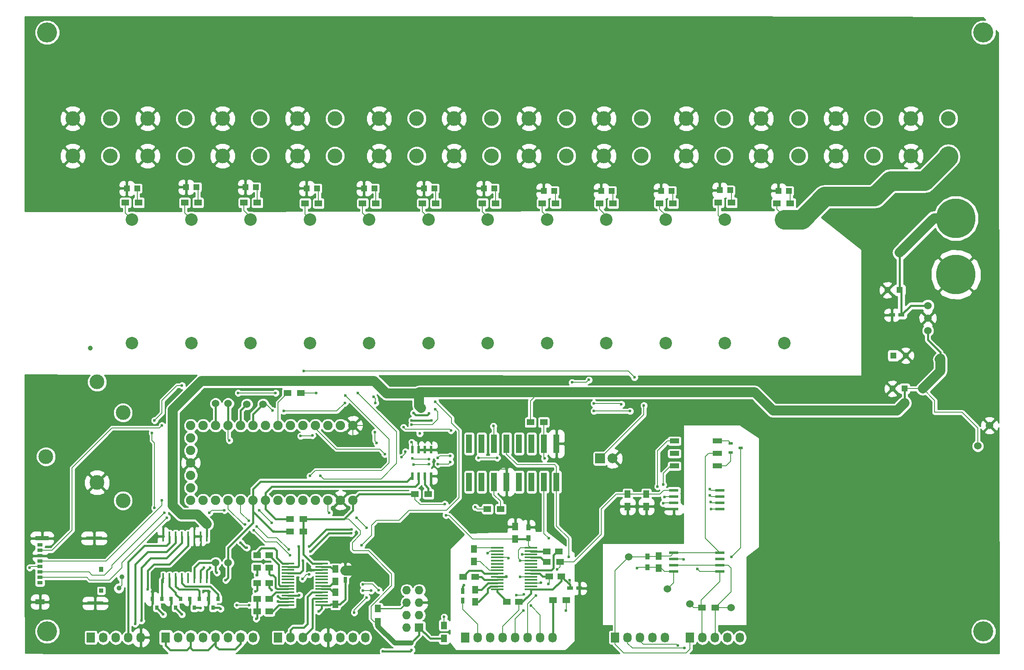
<source format=gbr>
G04 #@! TF.FileFunction,Copper,L1,Top,Signal*
%FSLAX46Y46*%
G04 Gerber Fmt 4.6, Leading zero omitted, Abs format (unit mm)*
G04 Created by KiCad (PCBNEW (after 2015-may-25 BZR unknown)-product) date 06/09/2015 16:48:43*
%MOMM*%
G01*
G04 APERTURE LIST*
%ADD10C,0.100000*%
%ADD11R,1.300000X1.300000*%
%ADD12C,1.300000*%
%ADD13C,2.540000*%
%ADD14C,1.524000*%
%ADD15R,1.250000X1.500000*%
%ADD16R,1.500000X1.250000*%
%ADD17R,1.100000X0.700000*%
%ADD18R,1.830000X1.140000*%
%ADD19R,2.800000X0.900000*%
%ADD20R,3.330000X0.800000*%
%ADD21R,3.330000X0.700000*%
%ADD22R,0.930000X0.900000*%
%ADD23R,0.930000X1.050000*%
%ADD24R,2.000000X2.000000*%
%ADD25C,2.000000*%
%ADD26R,1.727200X2.032000*%
%ADD27O,1.727200X2.032000*%
%ADD28R,0.802000X0.972000*%
%ADD29R,1.500000X1.300000*%
%ADD30R,1.300000X1.500000*%
%ADD31R,0.600000X1.550000*%
%ADD32C,1.900000*%
%ADD33R,1.910000X1.020000*%
%ADD34C,8.000000*%
%ADD35C,4.064000*%
%ADD36R,1.981000X0.530000*%
%ADD37R,0.400000X2.000000*%
%ADD38R,0.900000X1.200000*%
%ADD39R,1.200000X0.750000*%
%ADD40C,3.000000*%
%ADD41R,2.500000X0.420000*%
%ADD42R,0.750000X1.200000*%
%ADD43R,1.193800X3.810000*%
%ADD44R,0.854000X0.600000*%
%ADD45R,1.727200X1.727200*%
%ADD46O,1.727200X1.727200*%
%ADD47R,1.198880X1.198880*%
%ADD48C,0.600000*%
%ADD49C,1.000000*%
%ADD50C,0.400000*%
%ADD51C,1.000000*%
%ADD52C,2.000000*%
%ADD53C,0.200000*%
%ADD54C,4.000000*%
%ADD55C,0.250000*%
%ADD56C,0.254000*%
G04 APERTURE END LIST*
D10*
D11*
X222504000Y-82423000D03*
D12*
X220004000Y-82423000D03*
X223734000Y-95758000D03*
D11*
X221234000Y-95758000D03*
D13*
X199009000Y-93218000D03*
X199009000Y-68072000D03*
X186944000Y-93218000D03*
X186944000Y-68072000D03*
X174879000Y-93218000D03*
X174879000Y-68072000D03*
X162814000Y-93218000D03*
X162814000Y-68072000D03*
X150749000Y-93218000D03*
X150749000Y-68072000D03*
X138684000Y-93218000D03*
X138684000Y-68072000D03*
X126619000Y-93218000D03*
X126619000Y-68072000D03*
X114554000Y-93218000D03*
X114554000Y-68072000D03*
X90424000Y-93218000D03*
X90424000Y-68072000D03*
X78359000Y-93218000D03*
X78359000Y-68072000D03*
X66294000Y-93218000D03*
X66294000Y-68072000D03*
X102489000Y-93218000D03*
X102489000Y-68072000D03*
D14*
X228219000Y-85598000D03*
X228219000Y-88138000D03*
X228219000Y-90678000D03*
D15*
X170942000Y-123972000D03*
X170942000Y-126472000D03*
X173482000Y-139045000D03*
X173482000Y-136545000D03*
X167132000Y-126472000D03*
X167132000Y-123972000D03*
D16*
X151150000Y-140716000D03*
X153650000Y-140716000D03*
D15*
X135890000Y-135148000D03*
X135890000Y-137648000D03*
D16*
X150642000Y-135636000D03*
X153142000Y-135636000D03*
X142514000Y-145923000D03*
X145014000Y-145923000D03*
X133624000Y-140843000D03*
X136124000Y-140843000D03*
D15*
X136144000Y-143403000D03*
X136144000Y-145903000D03*
D11*
X223520000Y-102489000D03*
D12*
X221020000Y-102489000D03*
D15*
X144272000Y-130576000D03*
X144272000Y-133076000D03*
D16*
X94214000Y-136398000D03*
X91714000Y-136398000D03*
D15*
X107696000Y-139212000D03*
X107696000Y-141712000D03*
D16*
X91714000Y-142113000D03*
X94214000Y-142113000D03*
X91714000Y-138938000D03*
X94214000Y-138938000D03*
D17*
X47540000Y-142017000D03*
X47540000Y-140917000D03*
X47540000Y-139817000D03*
X47540000Y-138717000D03*
X47540000Y-137617000D03*
X47540000Y-136517000D03*
X47540000Y-135417000D03*
X47540000Y-134317000D03*
D18*
X47590000Y-145917000D03*
D19*
X47990000Y-132967000D03*
D20*
X58590000Y-132967000D03*
D21*
X58790000Y-146167000D03*
D22*
X60040000Y-143617000D03*
D23*
X60040000Y-139317000D03*
D15*
X107696000Y-146411000D03*
X107696000Y-143911000D03*
D16*
X91714000Y-147828000D03*
X94214000Y-147828000D03*
X91714000Y-145288000D03*
X94214000Y-145288000D03*
D24*
X161544000Y-116713000D03*
D25*
X164084000Y-116713000D03*
D26*
X73152000Y-153162000D03*
D27*
X75692000Y-153162000D03*
X78232000Y-153162000D03*
X80772000Y-153162000D03*
X83312000Y-153162000D03*
X85852000Y-153162000D03*
X88392000Y-153162000D03*
X90932000Y-153162000D03*
D26*
X164592000Y-153162000D03*
D27*
X167132000Y-153162000D03*
X169672000Y-153162000D03*
X172212000Y-153162000D03*
X174752000Y-153162000D03*
D26*
X179832000Y-153162000D03*
D27*
X182372000Y-153162000D03*
X184912000Y-153162000D03*
X187452000Y-153162000D03*
X189992000Y-153162000D03*
D26*
X57912000Y-153162000D03*
D27*
X60452000Y-153162000D03*
X62992000Y-153162000D03*
X65532000Y-153162000D03*
X68072000Y-153162000D03*
D26*
X134112000Y-153162000D03*
D27*
X136652000Y-153162000D03*
X139192000Y-153162000D03*
X141732000Y-153162000D03*
X144272000Y-153162000D03*
X146812000Y-153162000D03*
X149352000Y-153162000D03*
X151892000Y-153162000D03*
D26*
X96012000Y-153162000D03*
D27*
X98552000Y-153162000D03*
X101092000Y-153162000D03*
X103632000Y-153162000D03*
X106172000Y-153162000D03*
X108712000Y-153162000D03*
X111252000Y-153162000D03*
X113792000Y-153162000D03*
D28*
X72324000Y-145288000D03*
X70424000Y-145288000D03*
X71374000Y-147058000D03*
X76134000Y-145288000D03*
X74234000Y-145288000D03*
X75184000Y-147058000D03*
X79944000Y-145288000D03*
X78044000Y-145288000D03*
X78994000Y-147058000D03*
X83754000Y-145288000D03*
X81854000Y-145288000D03*
X82804000Y-147058000D03*
D29*
X123872000Y-123952000D03*
X126572000Y-123952000D03*
X182292000Y-147066000D03*
X184992000Y-147066000D03*
X150067000Y-109347000D03*
X147367000Y-109347000D03*
X151939000Y-145542000D03*
X154639000Y-145542000D03*
X138604000Y-127000000D03*
X141304000Y-127000000D03*
X150669000Y-137795000D03*
X153369000Y-137795000D03*
D30*
X116332000Y-149940000D03*
X116332000Y-147240000D03*
X129794000Y-153369000D03*
X129794000Y-150669000D03*
D29*
X101172000Y-129032000D03*
X98472000Y-129032000D03*
X101172000Y-131572000D03*
X98472000Y-131572000D03*
X100664000Y-103378000D03*
X97964000Y-103378000D03*
D31*
X123317000Y-120302000D03*
X124587000Y-120302000D03*
X125857000Y-120302000D03*
X127127000Y-120302000D03*
X127127000Y-114902000D03*
X125857000Y-114902000D03*
X124587000Y-114902000D03*
X123317000Y-114902000D03*
D32*
X108712000Y-109982000D03*
X106172000Y-109982000D03*
X103632000Y-109982000D03*
X101092000Y-109982000D03*
X98552000Y-109982000D03*
X96012000Y-109982000D03*
X93472000Y-109982000D03*
X90932000Y-109982000D03*
X88392000Y-109982000D03*
X85852000Y-109982000D03*
X83312000Y-109982000D03*
X80772000Y-109982000D03*
X78232000Y-109982000D03*
X111252000Y-109982000D03*
X78232000Y-112522000D03*
X78232000Y-115062000D03*
X78232000Y-117602000D03*
X78232000Y-120142000D03*
X78232000Y-122682000D03*
X78232000Y-125222000D03*
X80772000Y-125222000D03*
X83312000Y-125222000D03*
X85852000Y-125222000D03*
X88392000Y-125222000D03*
X90932000Y-125222000D03*
X93472000Y-125222000D03*
X96012000Y-125222000D03*
X98552000Y-125222000D03*
X101092000Y-125222000D03*
X103632000Y-125222000D03*
X106172000Y-125222000D03*
X108712000Y-125222000D03*
X111252000Y-125222000D03*
D33*
X176657000Y-118237000D03*
X176657000Y-115697000D03*
X176657000Y-113157000D03*
X185417000Y-118237000D03*
X185417000Y-115697000D03*
X185417000Y-113157000D03*
D34*
X233934000Y-79248000D03*
D35*
X49022000Y-151892000D03*
X49022000Y-29972000D03*
X239522000Y-29972000D03*
X239522000Y-151892000D03*
D36*
X176530000Y-123190000D03*
X176530000Y-124460000D03*
X176530000Y-125730000D03*
X176530000Y-127000000D03*
X176530000Y-135890000D03*
X176530000Y-137160000D03*
X176530000Y-138430000D03*
X176530000Y-139700000D03*
X185928000Y-139700000D03*
X185928000Y-138430000D03*
X185928000Y-137160000D03*
X185928000Y-135890000D03*
X185928000Y-127000000D03*
X185928000Y-125730000D03*
X185928000Y-124460000D03*
X185928000Y-123190000D03*
D34*
X233934000Y-67818000D03*
D14*
X238379000Y-114173000D03*
X240792000Y-109982000D03*
X83312000Y-137922000D03*
X85852000Y-137922000D03*
X83312000Y-105537000D03*
X85852000Y-105537000D03*
X89662000Y-105664000D03*
X92964000Y-105664000D03*
X179832000Y-146304000D03*
X188214000Y-147066000D03*
X167386000Y-136779000D03*
X175260000Y-143256000D03*
D37*
X81534000Y-132588000D03*
X80264000Y-132588000D03*
X78994000Y-132588000D03*
X77724000Y-132588000D03*
X76454000Y-132588000D03*
X75184000Y-132588000D03*
X73914000Y-132588000D03*
X72644000Y-132588000D03*
X72644000Y-141088000D03*
X73914000Y-141088000D03*
X75184000Y-141088000D03*
X76454000Y-141088000D03*
X77724000Y-141088000D03*
X78994000Y-141088000D03*
X80264000Y-141088000D03*
X81534000Y-141088000D03*
D38*
X171196000Y-138895000D03*
X171196000Y-136695000D03*
D39*
X222819000Y-87503000D03*
X220919000Y-87503000D03*
D40*
X179070000Y-55118000D03*
X179070000Y-47498000D03*
X186690000Y-55118000D03*
X186690000Y-47498000D03*
X194310000Y-55118000D03*
X194310000Y-47498000D03*
X201930000Y-55118000D03*
X201930000Y-47498000D03*
X209550000Y-55118000D03*
X209550000Y-47498000D03*
X217170000Y-55118000D03*
X217170000Y-47498000D03*
X224790000Y-55118000D03*
X224790000Y-47498000D03*
X232410000Y-55118000D03*
X232410000Y-47498000D03*
X116586000Y-55118000D03*
X116586000Y-47498000D03*
X124206000Y-55118000D03*
X124206000Y-47498000D03*
X131826000Y-55118000D03*
X131826000Y-47498000D03*
X139446000Y-55118000D03*
X139446000Y-47498000D03*
X147066000Y-55118000D03*
X147066000Y-47498000D03*
X154686000Y-55118000D03*
X154686000Y-47498000D03*
X162306000Y-55118000D03*
X162306000Y-47498000D03*
X169926000Y-55118000D03*
X169926000Y-47498000D03*
X54229000Y-55118000D03*
X54229000Y-47498000D03*
X61849000Y-55118000D03*
X61849000Y-47498000D03*
X69469000Y-55118000D03*
X69469000Y-47498000D03*
X77089000Y-55118000D03*
X77089000Y-47498000D03*
X84709000Y-55118000D03*
X84709000Y-47498000D03*
X92329000Y-55118000D03*
X92329000Y-47498000D03*
X99949000Y-55118000D03*
X99949000Y-47498000D03*
X107569000Y-55118000D03*
X107569000Y-47498000D03*
D41*
X140589000Y-143368000D03*
X140589000Y-142718000D03*
X140589000Y-142068000D03*
X140589000Y-141418000D03*
X140589000Y-140768000D03*
X140589000Y-140118000D03*
X140589000Y-139468000D03*
X140589000Y-138818000D03*
X140589000Y-138168000D03*
X140589000Y-137518000D03*
X140589000Y-136868000D03*
X140589000Y-136218000D03*
X140589000Y-135568000D03*
X140589000Y-134918000D03*
X147439000Y-134918000D03*
X147439000Y-135568000D03*
X147439000Y-136218000D03*
X147439000Y-136868000D03*
X147439000Y-137518000D03*
X147439000Y-138168000D03*
X147439000Y-138818000D03*
X147439000Y-139468000D03*
X147439000Y-140118000D03*
X147439000Y-140768000D03*
X147439000Y-141418000D03*
X147439000Y-142068000D03*
X147439000Y-142718000D03*
X147439000Y-143368000D03*
X98044000Y-146543000D03*
X98044000Y-145893000D03*
X98044000Y-145243000D03*
X98044000Y-144593000D03*
X98044000Y-143943000D03*
X98044000Y-143293000D03*
X98044000Y-142643000D03*
X98044000Y-141993000D03*
X98044000Y-141343000D03*
X98044000Y-140693000D03*
X98044000Y-140043000D03*
X98044000Y-139393000D03*
X98044000Y-138743000D03*
X98044000Y-138093000D03*
X104894000Y-138093000D03*
X104894000Y-138743000D03*
X104894000Y-139393000D03*
X104894000Y-140043000D03*
X104894000Y-140693000D03*
X104894000Y-141343000D03*
X104894000Y-141993000D03*
X104894000Y-142643000D03*
X104894000Y-143293000D03*
X104894000Y-143943000D03*
X104894000Y-144593000D03*
X104894000Y-145243000D03*
X104894000Y-145893000D03*
X104894000Y-146543000D03*
D38*
X146939000Y-132926000D03*
X146939000Y-130726000D03*
D39*
X155387000Y-143129000D03*
X157287000Y-143129000D03*
D42*
X109664500Y-139512000D03*
X109664500Y-141412000D03*
D40*
X59182000Y-121615200D03*
X59182000Y-101117400D03*
X48771175Y-116332000D03*
X64452500Y-107378500D03*
X64452500Y-125285500D03*
D42*
X133604000Y-143703000D03*
X133604000Y-145603000D03*
D43*
X134891000Y-121475000D03*
X137431000Y-121475000D03*
X139971000Y-121475000D03*
X142511000Y-121475000D03*
X145051000Y-121475000D03*
X147591000Y-121475000D03*
X150131000Y-121475000D03*
X152671000Y-121475000D03*
X152671000Y-113702600D03*
X150131000Y-113702600D03*
X147591000Y-113702600D03*
X145051000Y-113702600D03*
X142511000Y-113705000D03*
X139971000Y-113702600D03*
X134891000Y-113702600D03*
X137431000Y-113702600D03*
D44*
X190103000Y-114554000D03*
X188103000Y-115504000D03*
X188103000Y-113604000D03*
D45*
X124714000Y-151130000D03*
D46*
X122174000Y-151130000D03*
X124714000Y-148590000D03*
X122174000Y-148590000D03*
X124714000Y-146050000D03*
X122174000Y-146050000D03*
X124714000Y-143510000D03*
X122174000Y-143510000D03*
D29*
X67644000Y-64643000D03*
X64944000Y-64643000D03*
X79709000Y-64643000D03*
X77009000Y-64643000D03*
X91774000Y-64643000D03*
X89074000Y-64643000D03*
X104220000Y-64770000D03*
X101520000Y-64770000D03*
X115904000Y-64770000D03*
X113204000Y-64770000D03*
X128096000Y-64770000D03*
X125396000Y-64770000D03*
X140288000Y-64770000D03*
X137588000Y-64770000D03*
X152480000Y-64770000D03*
X149780000Y-64770000D03*
X164164000Y-64770000D03*
X161464000Y-64770000D03*
X176356000Y-64770000D03*
X173656000Y-64770000D03*
X188294000Y-64643000D03*
X185594000Y-64643000D03*
X200232000Y-64770000D03*
X197532000Y-64770000D03*
D47*
X197832980Y-62230000D03*
X199931020Y-62230000D03*
X185894980Y-62103000D03*
X187993020Y-62103000D03*
X173956980Y-62230000D03*
X176055020Y-62230000D03*
X161764980Y-62230000D03*
X163863020Y-62230000D03*
X150080980Y-62230000D03*
X152179020Y-62230000D03*
X137888980Y-61722000D03*
X139987020Y-61722000D03*
X125696980Y-61722000D03*
X127795020Y-61722000D03*
X113504980Y-61722000D03*
X115603020Y-61722000D03*
X101820980Y-61722000D03*
X103919020Y-61722000D03*
X89374980Y-61468000D03*
X91473020Y-61468000D03*
X77309980Y-61468000D03*
X79408020Y-61468000D03*
X65244980Y-61722000D03*
X67343020Y-61722000D03*
D48*
X81534000Y-130048000D03*
X82169000Y-138938000D03*
X125095000Y-106426000D03*
X130175000Y-128270000D03*
X129921000Y-125984000D03*
X152781000Y-139319000D03*
X145288000Y-137541000D03*
X123190000Y-113411000D03*
X124841000Y-111633000D03*
X102108000Y-138557000D03*
X103505000Y-136906000D03*
X145669000Y-136271000D03*
X145542000Y-128016000D03*
X157226000Y-138049000D03*
X156845000Y-134112000D03*
X133858000Y-118872000D03*
X131953000Y-118999000D03*
X107569000Y-133477000D03*
X78994000Y-130048000D03*
X83820000Y-131064000D03*
X119761000Y-108331000D03*
X114427000Y-110109000D03*
X108712000Y-117856000D03*
X110490000Y-114173000D03*
X109855000Y-116078000D03*
X67310000Y-117348000D03*
X115570000Y-139192000D03*
X118618000Y-136398000D03*
X151003000Y-142240000D03*
D49*
X63627000Y-143129000D03*
X64262000Y-140843000D03*
X57785000Y-94234000D03*
D48*
X106426000Y-127762000D03*
X112014000Y-128778000D03*
X114046000Y-130810000D03*
X114046000Y-145034000D03*
X111506000Y-148082000D03*
X90170000Y-146558000D03*
X87630000Y-146558000D03*
X45466000Y-138938000D03*
X104267000Y-147828000D03*
X91567000Y-149352000D03*
X96012000Y-145796000D03*
X91440000Y-143764000D03*
X94742000Y-143510000D03*
X96012000Y-144780000D03*
X83566000Y-139954000D03*
X80899000Y-138938000D03*
X85344000Y-141478000D03*
X95123000Y-131572000D03*
X72644000Y-148463000D03*
X76454000Y-148463000D03*
X80264000Y-147193000D03*
X84328000Y-147320000D03*
X181356000Y-139192000D03*
X178562000Y-137287000D03*
X178689000Y-155321000D03*
X177355500Y-154749500D03*
X145923000Y-147701000D03*
X145288000Y-140843000D03*
X148463000Y-144653000D03*
X149479000Y-141986000D03*
X147447000Y-146685000D03*
X146050000Y-144399000D03*
X144526000Y-144526000D03*
X139827000Y-110109000D03*
X69469000Y-143383000D03*
X68199000Y-149733000D03*
X66929000Y-150368000D03*
X183896000Y-122936000D03*
X167640000Y-107061000D03*
X160274000Y-107061000D03*
X115443000Y-104140000D03*
X115824000Y-105410000D03*
X109601000Y-105410000D03*
X97155000Y-107061000D03*
X94869000Y-106934000D03*
X184150000Y-127000000D03*
X184023000Y-125603000D03*
X159258000Y-100711000D03*
X155829000Y-101219000D03*
X109728000Y-103886000D03*
X102489000Y-120269000D03*
X86106000Y-113030000D03*
X116078000Y-113538000D03*
X115697000Y-111379000D03*
X121539000Y-110363000D03*
X131191000Y-110998000D03*
X138684000Y-136017000D03*
X136144000Y-126619000D03*
X131064000Y-117475000D03*
X128524000Y-117856000D03*
X126746000Y-117856000D03*
X123571000Y-117983000D03*
X142875000Y-137033000D03*
X128016000Y-106680000D03*
X123190000Y-109855000D03*
X102997000Y-112014000D03*
X100584000Y-112141000D03*
X100203000Y-134620000D03*
X102362000Y-134620000D03*
X110998000Y-131191000D03*
X127254000Y-108966000D03*
X123190000Y-108966000D03*
X101092000Y-137541000D03*
X102616000Y-135636000D03*
X110871000Y-131953000D03*
X126746000Y-107569000D03*
X123571000Y-107442000D03*
X72898000Y-127762000D03*
X70866000Y-126746000D03*
X70358000Y-111506000D03*
X70866000Y-108966000D03*
X76454000Y-101854000D03*
X72390000Y-109982000D03*
X72390000Y-125222000D03*
X89281000Y-130175000D03*
X91059000Y-131318000D03*
X98425000Y-136398000D03*
X113284000Y-143637000D03*
X114935000Y-143637000D03*
X129794000Y-148971000D03*
X116459000Y-143510000D03*
X113284000Y-142367000D03*
X102362000Y-140335000D03*
X100965000Y-141224000D03*
X98171000Y-135255000D03*
X91694000Y-130556000D03*
X90043000Y-129413000D03*
X73406000Y-128778000D03*
X82042000Y-127762000D03*
X85090000Y-127254000D03*
X92202000Y-127254000D03*
X94742000Y-129794000D03*
X113030000Y-134366000D03*
X128016000Y-105156000D03*
X88392000Y-133858000D03*
X89662000Y-134874000D03*
X123190000Y-155702000D03*
X117348000Y-155956000D03*
X188277500Y-136715500D03*
X169037000Y-139065000D03*
X155194000Y-136779000D03*
X155321000Y-141478000D03*
X133858000Y-142494000D03*
X142494000Y-140716000D03*
X100330000Y-144526000D03*
X91694000Y-140462000D03*
X150241000Y-116713000D03*
X140589000Y-116586000D03*
X136779000Y-116586000D03*
X131064000Y-116205000D03*
X128524000Y-116586000D03*
X126746000Y-116840000D03*
X123317000Y-116713000D03*
X121920000Y-115316000D03*
X121158000Y-116459000D03*
X117729000Y-115824000D03*
X151130000Y-132969000D03*
X154559000Y-147701000D03*
X174625000Y-124587000D03*
X174371000Y-122047000D03*
X173228000Y-122428000D03*
X174371000Y-125857000D03*
X183896000Y-124206000D03*
X165862000Y-105664000D03*
X160274000Y-105537000D03*
X112268000Y-103378000D03*
X104648000Y-120269000D03*
X170434000Y-105918000D03*
X168529000Y-100203000D03*
X101219000Y-98933000D03*
X87884000Y-103378000D03*
X95504000Y-103378000D03*
X103759000Y-103378000D03*
D50*
X129794000Y-153369000D02*
X126953000Y-153369000D01*
X126953000Y-153369000D02*
X124714000Y-151130000D01*
X124714000Y-151130000D02*
X124714000Y-152654000D01*
D51*
X116332000Y-150876000D02*
X116332000Y-149940000D01*
X119761000Y-154305000D02*
X123063000Y-154305000D01*
X116332000Y-150876000D02*
X119761000Y-154305000D01*
D50*
X124714000Y-152654000D02*
X123063000Y-154305000D01*
X101172000Y-129032000D02*
X101172000Y-131572000D01*
X109474000Y-129032000D02*
X111252000Y-127254000D01*
X111252000Y-127254000D02*
X111252000Y-125222000D01*
X101172000Y-129032000D02*
X109474000Y-129032000D01*
X112522000Y-123952000D02*
X111252000Y-125222000D01*
X123872000Y-123952000D02*
X112522000Y-123952000D01*
X81534000Y-130048000D02*
X81534000Y-132588000D01*
X81534000Y-139573000D02*
X82169000Y-138938000D01*
X81534000Y-141088000D02*
X81534000Y-139573000D01*
X146789000Y-133076000D02*
X146939000Y-132926000D01*
X144272000Y-133076000D02*
X146789000Y-133076000D01*
D52*
X149098000Y-103251000D02*
X124714000Y-103251000D01*
D53*
X224790000Y-102489000D02*
X223520000Y-102489000D01*
D52*
X124714000Y-103505000D02*
X124714000Y-103251000D01*
X124714000Y-106045000D02*
X124714000Y-103505000D01*
X125095000Y-106426000D02*
X124714000Y-106045000D01*
D50*
X103041000Y-138093000D02*
X101172000Y-136224000D01*
X101172000Y-136224000D02*
X101172000Y-131572000D01*
X104894000Y-138093000D02*
X103041000Y-138093000D01*
D52*
X74549000Y-126365000D02*
X76327000Y-128143000D01*
X76327000Y-128143000D02*
X79629000Y-128143000D01*
X118110000Y-103505000D02*
X124714000Y-103505000D01*
X81534000Y-130048000D02*
X79629000Y-128143000D01*
X80391000Y-100965000D02*
X74549000Y-106807000D01*
X115570000Y-100965000D02*
X80391000Y-100965000D01*
X118110000Y-103505000D02*
X115570000Y-100965000D01*
X74549000Y-106807000D02*
X74549000Y-126365000D01*
X230759000Y-96393000D02*
X230632000Y-96520000D01*
D53*
X115523000Y-149940000D02*
X114935000Y-149352000D01*
X114935000Y-149352000D02*
X114935000Y-146812000D01*
X114935000Y-146812000D02*
X119126000Y-142621000D01*
X119126000Y-142621000D02*
X119126000Y-140208000D01*
X119126000Y-140208000D02*
X114427000Y-135509000D01*
X114427000Y-135509000D02*
X111379000Y-135509000D01*
X111379000Y-135509000D02*
X111125000Y-135255000D01*
X111125000Y-135255000D02*
X111125000Y-133858000D01*
X111125000Y-133858000D02*
X112776000Y-132207000D01*
X112776000Y-132207000D02*
X112776000Y-131445000D01*
X112776000Y-131445000D02*
X110363000Y-129032000D01*
X110363000Y-129032000D02*
X109474000Y-129032000D01*
X116332000Y-149940000D02*
X115523000Y-149940000D01*
X145371000Y-134918000D02*
X147439000Y-134918000D01*
X144907000Y-135382000D02*
X145371000Y-134918000D01*
X144907000Y-137033000D02*
X144907000Y-135382000D01*
X145288000Y-137414000D02*
X144907000Y-137033000D01*
X145392000Y-137518000D02*
X145288000Y-137414000D01*
X147439000Y-137518000D02*
X145392000Y-137518000D01*
X164826000Y-123972000D02*
X167132000Y-123972000D01*
X161798000Y-127000000D02*
X164826000Y-123972000D01*
X161798000Y-132207000D02*
X161798000Y-127000000D01*
X156210000Y-137795000D02*
X161798000Y-132207000D01*
X153369000Y-137795000D02*
X156210000Y-137795000D01*
X146939000Y-134418000D02*
X147439000Y-134918000D01*
X146939000Y-132926000D02*
X146939000Y-134418000D01*
X135616000Y-133076000D02*
X130810000Y-128270000D01*
X130810000Y-128270000D02*
X130175000Y-128270000D01*
X129921000Y-125984000D02*
X129794000Y-126111000D01*
X129794000Y-126111000D02*
X124968000Y-126111000D01*
X124968000Y-126111000D02*
X123872000Y-125015000D01*
X123872000Y-125015000D02*
X123872000Y-123952000D01*
X144272000Y-133076000D02*
X135616000Y-133076000D01*
X145288000Y-137541000D02*
X145288000Y-137414000D01*
X145351500Y-137477500D02*
X145288000Y-137541000D01*
X145288000Y-137541000D02*
X145351500Y-137477500D01*
X153369000Y-138731000D02*
X152781000Y-139319000D01*
X153369000Y-137795000D02*
X153369000Y-138731000D01*
X147367000Y-104982000D02*
X149098000Y-103251000D01*
X147367000Y-109347000D02*
X147367000Y-104982000D01*
X123190000Y-113411000D02*
X123317000Y-113538000D01*
X123317000Y-113538000D02*
X123317000Y-114902000D01*
X167132000Y-123972000D02*
X170942000Y-123972000D01*
X173716000Y-123972000D02*
X174498000Y-123190000D01*
X174498000Y-123190000D02*
X176530000Y-123190000D01*
X170942000Y-123972000D02*
X173716000Y-123972000D01*
D52*
X230759000Y-96393000D02*
X230632000Y-96520000D01*
X193040000Y-103251000D02*
X149098000Y-103251000D01*
X196723000Y-106934000D02*
X193040000Y-103251000D01*
X221996000Y-106934000D02*
X196723000Y-106934000D01*
X223520000Y-105410000D02*
X221996000Y-106934000D01*
D50*
X223520000Y-102489000D02*
X223520000Y-105410000D01*
D52*
X230759000Y-98933000D02*
X227203000Y-102489000D01*
D53*
X227203000Y-102489000D02*
X223520000Y-102489000D01*
D52*
X230759000Y-97663000D02*
X230759000Y-98933000D01*
X230759000Y-96393000D02*
X230759000Y-97663000D01*
D53*
X229616000Y-104902000D02*
X227203000Y-102489000D01*
X238379000Y-114173000D02*
X238379000Y-110490000D01*
X238379000Y-110490000D02*
X235204000Y-107315000D01*
X235204000Y-107315000D02*
X229616000Y-107315000D01*
X229616000Y-107315000D02*
X229616000Y-104902000D01*
D50*
X228219000Y-92583000D02*
X230759000Y-95123000D01*
X230759000Y-95123000D02*
X230759000Y-97663000D01*
X228219000Y-90678000D02*
X228219000Y-92583000D01*
X103304000Y-139393000D02*
X103251000Y-139446000D01*
X104894000Y-139393000D02*
X103304000Y-139393000D01*
D53*
X102944000Y-139393000D02*
X102108000Y-138557000D01*
X104894000Y-139393000D02*
X102944000Y-139393000D01*
X145722000Y-136218000D02*
X145669000Y-136271000D01*
X147439000Y-136218000D02*
X145722000Y-136218000D01*
X157287000Y-138110000D02*
X157226000Y-138049000D01*
X157287000Y-143129000D02*
X157287000Y-138110000D01*
X142511000Y-119143000D02*
X142240000Y-118872000D01*
X142240000Y-118872000D02*
X133858000Y-118872000D01*
X142511000Y-121475000D02*
X142511000Y-119143000D01*
X78994000Y-130429000D02*
X78994000Y-130048000D01*
X78994000Y-132588000D02*
X78994000Y-130429000D01*
X124587000Y-113538000D02*
X122428000Y-111379000D01*
X122428000Y-111379000D02*
X121666000Y-111379000D01*
X121666000Y-111379000D02*
X119761000Y-109474000D01*
X119761000Y-109474000D02*
X119761000Y-108331000D01*
X114300000Y-109982000D02*
X111252000Y-109982000D01*
X114300000Y-109982000D02*
X114427000Y-110109000D01*
X124587000Y-114902000D02*
X124587000Y-113538000D01*
X111252000Y-113411000D02*
X110490000Y-114173000D01*
X111252000Y-109982000D02*
X111252000Y-113411000D01*
D52*
X115250000Y-139512000D02*
X115570000Y-139192000D01*
X109664500Y-139512000D02*
X115250000Y-139512000D01*
D50*
X149860000Y-140716000D02*
X149262000Y-140118000D01*
X149262000Y-140118000D02*
X147439000Y-140118000D01*
X151150000Y-140716000D02*
X149860000Y-140716000D01*
D53*
X151003000Y-142240000D02*
X151150000Y-142093000D01*
X151150000Y-142093000D02*
X151150000Y-140716000D01*
X136120000Y-134918000D02*
X135890000Y-135148000D01*
X140589000Y-134918000D02*
X136120000Y-134918000D01*
D50*
X147507000Y-135636000D02*
X147439000Y-135568000D01*
X150642000Y-135636000D02*
X147507000Y-135636000D01*
X137959000Y-140118000D02*
X140589000Y-140118000D01*
X137414000Y-139573000D02*
X137959000Y-140118000D01*
X134874000Y-139573000D02*
X137414000Y-139573000D01*
X133624000Y-140823000D02*
X134874000Y-139573000D01*
X133624000Y-140843000D02*
X133624000Y-140823000D01*
X137414000Y-140843000D02*
X137989000Y-141418000D01*
X137989000Y-141418000D02*
X140589000Y-141418000D01*
X136124000Y-140843000D02*
X137414000Y-140843000D01*
X137394000Y-143403000D02*
X138729000Y-142068000D01*
X138729000Y-142068000D02*
X140589000Y-142068000D01*
X136144000Y-143403000D02*
X137394000Y-143403000D01*
X136799000Y-145903000D02*
X138684000Y-144018000D01*
X138684000Y-144018000D02*
X138684000Y-143256000D01*
X138684000Y-143256000D02*
X139222000Y-142718000D01*
X139222000Y-142718000D02*
X140589000Y-142718000D01*
X136144000Y-145903000D02*
X136799000Y-145903000D01*
X88392000Y-154432000D02*
X87249000Y-155575000D01*
X87249000Y-155575000D02*
X83947000Y-155575000D01*
X83947000Y-155575000D02*
X83312000Y-154940000D01*
X83312000Y-154940000D02*
X83312000Y-153162000D01*
X88392000Y-153162000D02*
X88392000Y-154432000D01*
X83312000Y-154178000D02*
X83312000Y-153162000D01*
X78232000Y-155321000D02*
X78613000Y-155702000D01*
X78613000Y-155702000D02*
X81788000Y-155702000D01*
X81788000Y-155702000D02*
X83312000Y-154178000D01*
X78232000Y-153162000D02*
X78232000Y-155321000D01*
X73152000Y-154813000D02*
X74041000Y-155702000D01*
X74041000Y-155702000D02*
X77470000Y-155702000D01*
X77470000Y-155702000D02*
X78232000Y-154940000D01*
X78232000Y-154940000D02*
X78232000Y-153162000D01*
X73152000Y-153162000D02*
X73152000Y-154813000D01*
D53*
X63627000Y-143129000D02*
X64262000Y-142494000D01*
X64262000Y-142494000D02*
X64262000Y-140843000D01*
D50*
X233934000Y-69850000D02*
X235966000Y-69850000D01*
X222819000Y-82738000D02*
X222504000Y-82423000D01*
X222819000Y-87503000D02*
X222819000Y-82738000D01*
D52*
X229489000Y-67818000D02*
X222504000Y-74803000D01*
D50*
X222504000Y-74803000D02*
X222504000Y-82423000D01*
D52*
X233934000Y-67818000D02*
X229489000Y-67818000D01*
D50*
X224724000Y-85598000D02*
X222819000Y-87503000D01*
X228219000Y-85598000D02*
X224724000Y-85598000D01*
D53*
X106172000Y-127508000D02*
X106426000Y-127762000D01*
X112014000Y-128778000D02*
X114046000Y-130810000D01*
X114046000Y-145034000D02*
X111506000Y-147574000D01*
X111506000Y-147574000D02*
X111506000Y-148082000D01*
X90170000Y-146558000D02*
X87630000Y-146558000D01*
X45466000Y-138938000D02*
X45687000Y-138717000D01*
X45687000Y-138717000D02*
X47540000Y-138717000D01*
X106172000Y-125222000D02*
X106172000Y-127508000D01*
D50*
X96415000Y-142643000D02*
X96139000Y-142367000D01*
X96139000Y-142367000D02*
X96139000Y-138323000D01*
X96139000Y-138323000D02*
X94214000Y-136398000D01*
X98044000Y-142643000D02*
X96415000Y-142643000D01*
X106675500Y-138743000D02*
X104894000Y-138743000D01*
X107144500Y-139212000D02*
X106675500Y-138743000D01*
X107696000Y-139212000D02*
X107144500Y-139212000D01*
X91714000Y-147828000D02*
X91714000Y-145288000D01*
X104894000Y-147201000D02*
X104267000Y-147828000D01*
X91567000Y-149352000D02*
X91714000Y-149205000D01*
X91714000Y-149205000D02*
X91714000Y-147828000D01*
X104894000Y-146543000D02*
X104894000Y-147201000D01*
X106763500Y-146411000D02*
X106631500Y-146543000D01*
X106631500Y-146543000D02*
X104894000Y-146543000D01*
X107696000Y-146411000D02*
X106763500Y-146411000D01*
X108605000Y-146411000D02*
X109664500Y-145351500D01*
X109664500Y-145351500D02*
X109664500Y-141412000D01*
X107696000Y-146411000D02*
X108605000Y-146411000D01*
X96109000Y-145893000D02*
X96012000Y-145796000D01*
X91440000Y-143764000D02*
X91714000Y-143490000D01*
X91714000Y-143490000D02*
X91714000Y-142113000D01*
X98044000Y-145893000D02*
X96109000Y-145893000D01*
X94214000Y-142982000D02*
X94742000Y-143510000D01*
X96012000Y-144780000D02*
X96475000Y-145243000D01*
X96475000Y-145243000D02*
X98044000Y-145243000D01*
X94214000Y-142113000D02*
X94214000Y-142982000D01*
X93472000Y-127000000D02*
X93472000Y-125222000D01*
X95504000Y-129032000D02*
X93472000Y-127000000D01*
X98472000Y-129032000D02*
X95504000Y-129032000D01*
X83312000Y-139700000D02*
X83566000Y-139954000D01*
X83312000Y-137922000D02*
X83312000Y-139700000D01*
X93472000Y-123698000D02*
X94742000Y-122428000D01*
X94742000Y-122428000D02*
X123952000Y-122428000D01*
X123952000Y-122428000D02*
X124587000Y-121793000D01*
X124587000Y-121793000D02*
X124587000Y-120302000D01*
X93472000Y-125222000D02*
X93472000Y-123698000D01*
X78994000Y-138938000D02*
X80010000Y-137922000D01*
X80010000Y-137922000D02*
X83312000Y-137922000D01*
X78994000Y-141088000D02*
X78994000Y-138938000D01*
X98472000Y-129032000D02*
X97790000Y-129032000D01*
X90932000Y-127508000D02*
X90932000Y-125222000D01*
X94996000Y-131572000D02*
X90932000Y-127508000D01*
X95123000Y-131572000D02*
X94996000Y-131572000D01*
X98472000Y-131572000D02*
X95123000Y-131572000D01*
X85852000Y-134874000D02*
X90932000Y-129794000D01*
X90932000Y-129794000D02*
X90932000Y-125222000D01*
X85852000Y-137922000D02*
X85852000Y-134874000D01*
X90932000Y-122936000D02*
X92456000Y-121412000D01*
X92456000Y-121412000D02*
X122207000Y-121412000D01*
X122207000Y-121412000D02*
X123317000Y-120302000D01*
X90932000Y-125222000D02*
X90932000Y-122936000D01*
X80264000Y-139573000D02*
X80899000Y-138938000D01*
X85344000Y-141478000D02*
X85852000Y-140970000D01*
X85852000Y-140970000D02*
X85852000Y-137922000D01*
X80264000Y-141088000D02*
X80264000Y-139573000D01*
X71374000Y-147193000D02*
X72644000Y-148463000D01*
X71374000Y-147058000D02*
X71374000Y-147193000D01*
X75184000Y-147193000D02*
X76454000Y-148463000D01*
X75184000Y-147058000D02*
X75184000Y-147193000D01*
X80129000Y-147058000D02*
X80264000Y-147193000D01*
X78994000Y-147058000D02*
X80129000Y-147058000D01*
X84066000Y-147058000D02*
X84328000Y-147320000D01*
X82804000Y-147058000D02*
X84066000Y-147058000D01*
D53*
X181864000Y-139700000D02*
X181356000Y-139192000D01*
X178562000Y-137287000D02*
X178435000Y-137160000D01*
X178435000Y-137160000D02*
X176530000Y-137160000D01*
X185928000Y-139700000D02*
X181864000Y-139700000D01*
X167132000Y-154368500D02*
X168084500Y-155321000D01*
X168084500Y-155321000D02*
X178689000Y-155321000D01*
X167132000Y-153162000D02*
X167132000Y-154368500D01*
X182118000Y-146892000D02*
X182292000Y-147066000D01*
X185928000Y-141732000D02*
X182118000Y-145542000D01*
X182118000Y-145542000D02*
X182118000Y-146892000D01*
X185928000Y-139700000D02*
X185928000Y-141732000D01*
X182292000Y-153082000D02*
X182372000Y-153162000D01*
X182292000Y-147066000D02*
X182292000Y-153082000D01*
X180594000Y-147066000D02*
X179832000Y-146304000D01*
X182292000Y-147066000D02*
X180594000Y-147066000D01*
X176530000Y-138430000D02*
X185928000Y-138430000D01*
X184992000Y-153082000D02*
X184912000Y-153162000D01*
X177101500Y-154495500D02*
X177355500Y-154749500D01*
X170307000Y-154495500D02*
X177101500Y-154495500D01*
X169672000Y-153860500D02*
X170307000Y-154495500D01*
X169672000Y-153162000D02*
X169672000Y-153860500D01*
X188214000Y-143844000D02*
X184992000Y-147066000D01*
X185928000Y-138430000D02*
X187579000Y-138430000D01*
X188214000Y-139065000D02*
X187579000Y-138430000D01*
X188214000Y-142240000D02*
X188214000Y-139065000D01*
X188214000Y-142240000D02*
X188214000Y-143844000D01*
X184992000Y-147066000D02*
X188214000Y-147066000D01*
X184992000Y-153082000D02*
X184912000Y-153162000D01*
X184992000Y-147066000D02*
X184992000Y-153082000D01*
X144272000Y-149352000D02*
X145923000Y-147701000D01*
X145288000Y-140843000D02*
X145363000Y-140768000D01*
X145363000Y-140768000D02*
X147439000Y-140768000D01*
X144272000Y-153162000D02*
X144272000Y-149352000D01*
X146812000Y-146304000D02*
X148463000Y-144653000D01*
X149479000Y-141986000D02*
X149397000Y-142068000D01*
X149397000Y-142068000D02*
X147439000Y-142068000D01*
X146812000Y-153162000D02*
X146812000Y-146304000D01*
X149352000Y-148590000D02*
X147447000Y-146685000D01*
X146050000Y-144399000D02*
X145923000Y-144526000D01*
X145923000Y-144526000D02*
X144526000Y-144526000D01*
X139827000Y-110109000D02*
X139971000Y-110253000D01*
X139971000Y-110253000D02*
X139971000Y-113702600D01*
X149352000Y-153162000D02*
X149352000Y-148590000D01*
D50*
X151939000Y-153115000D02*
X151892000Y-153162000D01*
X151939000Y-145542000D02*
X151939000Y-153115000D01*
X77724000Y-134493000D02*
X73914000Y-138303000D01*
X73914000Y-138303000D02*
X70739000Y-138303000D01*
X70739000Y-138303000D02*
X69469000Y-139573000D01*
X69469000Y-139573000D02*
X69469000Y-143383000D01*
X77724000Y-132588000D02*
X77724000Y-134493000D01*
X76454000Y-132588000D02*
X76454000Y-133369214D01*
X76454000Y-133858000D02*
X73279000Y-137033000D01*
X73279000Y-137033000D02*
X70104000Y-137033000D01*
X70104000Y-137033000D02*
X68199000Y-138938000D01*
X68199000Y-138938000D02*
X68199000Y-149733000D01*
X76454000Y-132588000D02*
X76454000Y-133858000D01*
X75184000Y-133858000D02*
X73279000Y-135763000D01*
X73279000Y-135763000D02*
X69469000Y-135763000D01*
X69469000Y-135763000D02*
X66929000Y-138303000D01*
X66929000Y-138303000D02*
X66929000Y-150368000D01*
X75184000Y-132588000D02*
X75184000Y-133858000D01*
X73914000Y-133858000D02*
X73279000Y-134493000D01*
X73279000Y-134493000D02*
X68834000Y-134493000D01*
X68834000Y-134493000D02*
X65532000Y-137795000D01*
X65532000Y-137795000D02*
X65532000Y-153162000D01*
X73914000Y-132588000D02*
X73914000Y-133858000D01*
X103169000Y-145243000D02*
X102997000Y-145415000D01*
X102997000Y-145415000D02*
X102997000Y-151257000D01*
X102997000Y-151257000D02*
X101092000Y-153162000D01*
X104894000Y-145243000D02*
X103169000Y-145243000D01*
X102945000Y-143943000D02*
X101981000Y-144907000D01*
X101981000Y-144907000D02*
X101981000Y-150368000D01*
X101981000Y-150368000D02*
X101219000Y-151130000D01*
X101219000Y-151130000D02*
X99060000Y-151130000D01*
X99060000Y-151130000D02*
X98552000Y-151638000D01*
X98552000Y-151638000D02*
X98552000Y-153162000D01*
X104894000Y-143943000D02*
X102945000Y-143943000D01*
X126572000Y-122762000D02*
X125857000Y-122047000D01*
X125857000Y-122047000D02*
X125857000Y-120302000D01*
X126572000Y-123952000D02*
X126572000Y-122762000D01*
X90932000Y-107696000D02*
X92964000Y-105664000D01*
X90932000Y-109982000D02*
X90932000Y-107696000D01*
D53*
X93599000Y-105664000D02*
X92964000Y-105664000D01*
X184150000Y-123190000D02*
X183896000Y-122936000D01*
X167640000Y-107061000D02*
X160274000Y-107061000D01*
X115443000Y-104140000D02*
X115824000Y-104521000D01*
X115824000Y-104521000D02*
X115824000Y-105410000D01*
X109601000Y-105410000D02*
X107950000Y-107061000D01*
X107950000Y-107061000D02*
X97155000Y-107061000D01*
X94869000Y-106934000D02*
X93599000Y-105664000D01*
X185928000Y-123190000D02*
X184150000Y-123190000D01*
D50*
X88392000Y-106934000D02*
X89662000Y-105664000D01*
X88392000Y-109982000D02*
X88392000Y-106934000D01*
D53*
X185928000Y-127000000D02*
X184150000Y-127000000D01*
X184150000Y-125730000D02*
X184023000Y-125603000D01*
X159258000Y-100711000D02*
X158750000Y-101219000D01*
X158750000Y-101219000D02*
X155829000Y-101219000D01*
X109728000Y-103886000D02*
X118618000Y-112776000D01*
X118618000Y-112776000D02*
X118618000Y-117602000D01*
X118618000Y-117602000D02*
X117094000Y-119126000D01*
X117094000Y-119126000D02*
X103632000Y-119126000D01*
X103632000Y-119126000D02*
X102489000Y-120269000D01*
X185928000Y-125730000D02*
X184150000Y-125730000D01*
X141304000Y-125429000D02*
X139971000Y-124096000D01*
X139971000Y-124096000D02*
X139971000Y-121475000D01*
X141304000Y-127000000D02*
X141304000Y-125429000D01*
D50*
X85852000Y-109982000D02*
X85852000Y-105537000D01*
D53*
X85852000Y-112776000D02*
X86106000Y-113030000D01*
X116078000Y-113538000D02*
X115697000Y-113157000D01*
X115697000Y-113157000D02*
X115697000Y-111379000D01*
X121539000Y-110363000D02*
X121920000Y-110744000D01*
X121920000Y-110744000D02*
X130937000Y-110744000D01*
X130937000Y-110744000D02*
X131191000Y-110998000D01*
X138684000Y-136017000D02*
X139133000Y-135568000D01*
X139133000Y-135568000D02*
X140589000Y-135568000D01*
X85852000Y-109982000D02*
X85852000Y-112776000D01*
X136525000Y-127000000D02*
X136144000Y-126619000D01*
X131064000Y-117475000D02*
X130683000Y-117856000D01*
X130683000Y-117856000D02*
X128524000Y-117856000D01*
X126746000Y-117856000D02*
X126619000Y-117983000D01*
X126619000Y-117983000D02*
X123571000Y-117983000D01*
X138604000Y-127000000D02*
X136525000Y-127000000D01*
D50*
X83312000Y-109982000D02*
X83312000Y-105537000D01*
D53*
X142710000Y-136868000D02*
X142875000Y-137033000D01*
X128016000Y-106680000D02*
X128524000Y-107188000D01*
X128524000Y-107188000D02*
X128524000Y-108712000D01*
X128524000Y-108712000D02*
X127381000Y-109855000D01*
X127381000Y-109855000D02*
X123190000Y-109855000D01*
X102997000Y-112014000D02*
X102870000Y-112141000D01*
X102870000Y-112141000D02*
X100584000Y-112141000D01*
X140589000Y-136868000D02*
X142710000Y-136868000D01*
D50*
X72324000Y-141408000D02*
X72644000Y-141088000D01*
X72324000Y-145288000D02*
X72324000Y-141408000D01*
X73914000Y-142748000D02*
X75184000Y-144018000D01*
X75184000Y-144018000D02*
X75184000Y-144338000D01*
X75184000Y-144338000D02*
X76134000Y-145288000D01*
X73914000Y-141088000D02*
X73914000Y-142748000D01*
X75184000Y-140843000D02*
X75184000Y-141088000D01*
X79944000Y-143698000D02*
X79629000Y-143383000D01*
X79629000Y-143383000D02*
X75819000Y-143383000D01*
X75819000Y-143383000D02*
X75184000Y-142748000D01*
X75184000Y-142748000D02*
X75184000Y-140843000D01*
X79944000Y-145288000D02*
X79944000Y-143698000D01*
X83754000Y-144333000D02*
X82169000Y-142748000D01*
X82169000Y-142748000D02*
X77089000Y-142748000D01*
X77089000Y-142748000D02*
X76454000Y-142113000D01*
X76454000Y-142113000D02*
X76454000Y-141088000D01*
X83754000Y-145288000D02*
X83754000Y-144333000D01*
D53*
X96012000Y-105330000D02*
X97964000Y-103378000D01*
X96012000Y-109982000D02*
X96012000Y-105330000D01*
D50*
X100017000Y-138743000D02*
X100203000Y-138557000D01*
X100203000Y-138557000D02*
X100203000Y-134620000D01*
X102362000Y-134620000D02*
X105791000Y-131191000D01*
X105791000Y-131191000D02*
X110998000Y-131191000D01*
X127254000Y-108966000D02*
X123190000Y-108966000D01*
X98044000Y-138743000D02*
X100017000Y-138743000D01*
X100495000Y-140043000D02*
X101092000Y-139446000D01*
X101092000Y-139446000D02*
X101092000Y-137541000D01*
X102616000Y-135636000D02*
X106299000Y-131953000D01*
X106299000Y-131953000D02*
X110871000Y-131953000D01*
X126746000Y-107569000D02*
X126409402Y-107905598D01*
X126409402Y-107905598D02*
X124034598Y-107905598D01*
X124034598Y-107905598D02*
X123571000Y-107442000D01*
X98044000Y-140043000D02*
X100495000Y-140043000D01*
D53*
X57521000Y-139817000D02*
X58166000Y-140462000D01*
X58166000Y-140462000D02*
X60706000Y-140462000D01*
X60706000Y-140462000D02*
X62230000Y-138938000D01*
X62230000Y-138938000D02*
X62230000Y-138430000D01*
X62230000Y-138430000D02*
X72898000Y-127762000D01*
X70866000Y-126746000D02*
X70866000Y-113538000D01*
X70866000Y-113538000D02*
X70358000Y-113030000D01*
X70358000Y-113030000D02*
X70358000Y-111506000D01*
X70866000Y-108966000D02*
X72390000Y-107442000D01*
X72390000Y-107442000D02*
X72390000Y-104902000D01*
X72390000Y-104902000D02*
X75438000Y-101854000D01*
X75438000Y-101854000D02*
X76454000Y-101854000D01*
X47540000Y-139817000D02*
X57521000Y-139817000D01*
X50003000Y-135417000D02*
X54102000Y-131318000D01*
X54102000Y-131318000D02*
X54102000Y-118618000D01*
X54102000Y-118618000D02*
X62230000Y-110490000D01*
X62230000Y-110490000D02*
X71882000Y-110490000D01*
X71882000Y-110490000D02*
X72390000Y-109982000D01*
X47540000Y-135417000D02*
X50003000Y-135417000D01*
X61011000Y-137617000D02*
X72390000Y-126238000D01*
X72390000Y-126238000D02*
X72390000Y-125222000D01*
X47540000Y-137617000D02*
X61011000Y-137617000D01*
X197532000Y-65960000D02*
X197532000Y-64770000D01*
X199009000Y-67437000D02*
X197532000Y-65960000D01*
X199009000Y-68072000D02*
X199009000Y-67437000D01*
D54*
X227584000Y-60198000D02*
X220599000Y-60198000D01*
X220599000Y-60198000D02*
X217424000Y-63373000D01*
X217424000Y-63373000D02*
X207264000Y-63373000D01*
X207264000Y-63373000D02*
X202565000Y-68072000D01*
X202565000Y-68072000D02*
X199009000Y-68072000D01*
X232410000Y-55372000D02*
X227584000Y-60198000D01*
X232410000Y-55118000D02*
X232410000Y-55372000D01*
D53*
X185594000Y-67230000D02*
X185594000Y-64643000D01*
X186436000Y-68072000D02*
X185594000Y-67230000D01*
X186944000Y-68072000D02*
X186436000Y-68072000D01*
X173656000Y-65960000D02*
X173656000Y-64770000D01*
X174879000Y-67183000D02*
X173656000Y-65960000D01*
X174879000Y-68072000D02*
X174879000Y-67183000D01*
X161464000Y-65960000D02*
X161464000Y-64770000D01*
X162814000Y-67310000D02*
X161464000Y-65960000D01*
X162814000Y-68072000D02*
X162814000Y-67310000D01*
X149780000Y-66468000D02*
X149780000Y-64770000D01*
X150749000Y-67437000D02*
X149780000Y-66468000D01*
X150749000Y-68072000D02*
X150749000Y-67437000D01*
X137588000Y-66468000D02*
X137588000Y-64770000D01*
X138684000Y-67564000D02*
X137588000Y-66468000D01*
X138684000Y-68072000D02*
X138684000Y-67564000D01*
X125396000Y-66468000D02*
X125396000Y-64770000D01*
X126619000Y-67691000D02*
X125396000Y-66468000D01*
X126619000Y-68072000D02*
X126619000Y-67691000D01*
X113204000Y-66722000D02*
X114554000Y-68072000D01*
X113204000Y-64770000D02*
X113204000Y-66722000D01*
X101520000Y-66976000D02*
X101520000Y-64770000D01*
X102489000Y-67945000D02*
X101520000Y-66976000D01*
X102489000Y-68072000D02*
X102489000Y-67945000D01*
X89074000Y-66214000D02*
X89074000Y-64643000D01*
X90424000Y-67564000D02*
X89074000Y-66214000D01*
X90424000Y-68072000D02*
X90424000Y-67564000D01*
X77009000Y-66722000D02*
X78359000Y-68072000D01*
X77009000Y-64643000D02*
X77009000Y-66722000D01*
X64944000Y-66722000D02*
X66294000Y-68072000D01*
X64944000Y-64643000D02*
X64944000Y-66722000D01*
X85852000Y-127000000D02*
X89027000Y-130175000D01*
X89027000Y-130175000D02*
X89281000Y-130175000D01*
X91059000Y-131318000D02*
X93472000Y-133731000D01*
X93472000Y-133731000D02*
X95758000Y-133731000D01*
X95758000Y-133731000D02*
X98425000Y-136398000D01*
X113284000Y-143637000D02*
X114935000Y-143637000D01*
X129794000Y-148971000D02*
X129794000Y-150669000D01*
X85852000Y-125222000D02*
X85852000Y-127000000D01*
D55*
X116332000Y-147240000D02*
X120984000Y-147240000D01*
X120984000Y-147240000D02*
X122174000Y-146050000D01*
D53*
X88392000Y-127762000D02*
X88392000Y-125222000D01*
X115189000Y-142240000D02*
X116459000Y-143510000D01*
X113411000Y-142240000D02*
X115189000Y-142240000D01*
X113284000Y-142367000D02*
X113411000Y-142240000D01*
X101854000Y-140335000D02*
X102362000Y-140335000D01*
X100965000Y-141224000D02*
X101854000Y-140335000D01*
X95758000Y-132842000D02*
X98171000Y-135255000D01*
X93980000Y-132842000D02*
X95758000Y-132842000D01*
X91694000Y-130556000D02*
X93980000Y-132842000D01*
X88392000Y-127762000D02*
X90043000Y-129413000D01*
X57097000Y-140917000D02*
X57658000Y-141478000D01*
X57658000Y-141478000D02*
X61722000Y-141478000D01*
X61722000Y-141478000D02*
X64262000Y-138938000D01*
X64262000Y-138938000D02*
X64262000Y-137922000D01*
X64262000Y-137922000D02*
X73406000Y-128778000D01*
X82042000Y-127762000D02*
X82550000Y-127254000D01*
X82550000Y-127254000D02*
X85090000Y-127254000D01*
X92202000Y-127254000D02*
X94742000Y-129794000D01*
X113030000Y-134366000D02*
X115062000Y-132334000D01*
X115062000Y-132334000D02*
X115062000Y-130302000D01*
X115062000Y-130302000D02*
X116078000Y-129286000D01*
X116078000Y-129286000D02*
X120650000Y-129286000D01*
X120650000Y-129286000D02*
X122682000Y-127254000D01*
X122682000Y-127254000D02*
X130302000Y-127254000D01*
X130302000Y-127254000D02*
X132842000Y-124714000D01*
X132842000Y-124714000D02*
X132842000Y-110998000D01*
X132842000Y-110998000D02*
X131318000Y-109474000D01*
X131318000Y-109474000D02*
X131318000Y-108458000D01*
X131318000Y-108458000D02*
X128016000Y-105156000D01*
X47540000Y-140917000D02*
X57097000Y-140917000D01*
D50*
X88392000Y-133858000D02*
X89408000Y-134874000D01*
X89408000Y-134874000D02*
X89662000Y-134874000D01*
X123190000Y-155702000D02*
X122936000Y-155956000D01*
X122936000Y-155956000D02*
X117348000Y-155956000D01*
D53*
X173332000Y-138895000D02*
X173482000Y-139045000D01*
X171196000Y-138895000D02*
X173332000Y-138895000D01*
X174625000Y-139700000D02*
X176530000Y-139700000D01*
X173970000Y-139045000D02*
X174625000Y-139700000D01*
X173482000Y-139045000D02*
X173970000Y-139045000D01*
X176530000Y-141986000D02*
X175260000Y-143256000D01*
X176530000Y-139700000D02*
X176530000Y-141986000D01*
X190103000Y-134890000D02*
X188277500Y-136715500D01*
X169037000Y-139065000D02*
X169207000Y-138895000D01*
X169207000Y-138895000D02*
X171196000Y-138895000D01*
X190103000Y-114554000D02*
X190103000Y-134890000D01*
X173332000Y-136695000D02*
X173482000Y-136545000D01*
X171661000Y-136695000D02*
X173332000Y-136695000D01*
X171196000Y-136695000D02*
X171661000Y-136695000D01*
X175875000Y-136545000D02*
X176530000Y-135890000D01*
X173482000Y-136545000D02*
X175875000Y-136545000D01*
X176530000Y-135890000D02*
X185928000Y-135890000D01*
X171577000Y-136779000D02*
X171661000Y-136695000D01*
X167386000Y-136779000D02*
X171577000Y-136779000D01*
X164592000Y-154559000D02*
X166306500Y-156273500D01*
X166306500Y-156273500D02*
X179070000Y-156273500D01*
X179070000Y-156273500D02*
X179832000Y-155511500D01*
X179832000Y-155511500D02*
X179832000Y-153162000D01*
X164592000Y-153162000D02*
X164592000Y-154559000D01*
X164592000Y-139573000D02*
X167386000Y-136779000D01*
X164592000Y-153162000D02*
X164592000Y-139573000D01*
X183578500Y-115697000D02*
X182943500Y-116332000D01*
X182943500Y-116332000D02*
X182943500Y-132905500D01*
X182943500Y-132905500D02*
X185928000Y-135890000D01*
X185417000Y-115697000D02*
X183578500Y-115697000D01*
D50*
X153650000Y-141625000D02*
X151907000Y-143368000D01*
X151907000Y-143368000D02*
X147439000Y-143368000D01*
X153650000Y-140716000D02*
X153650000Y-141625000D01*
X147439000Y-144153000D02*
X147439000Y-143368000D01*
X145669000Y-145923000D02*
X147439000Y-144153000D01*
X145014000Y-145923000D02*
X145669000Y-145923000D01*
X155387000Y-142453000D02*
X153650000Y-140716000D01*
X155387000Y-143129000D02*
X155387000Y-142453000D01*
D53*
X136652000Y-150495000D02*
X133604000Y-147447000D01*
X133604000Y-147447000D02*
X133604000Y-145603000D01*
X136652000Y-153162000D02*
X136652000Y-150495000D01*
X141732000Y-150876000D02*
X145014000Y-147594000D01*
X145014000Y-147594000D02*
X145014000Y-145923000D01*
X141732000Y-153162000D02*
X141732000Y-150876000D01*
X152671000Y-130446000D02*
X155194000Y-132969000D01*
X155194000Y-132969000D02*
X155194000Y-136779000D01*
X155321000Y-141478000D02*
X155387000Y-141544000D01*
X155387000Y-141544000D02*
X155387000Y-143129000D01*
X152671000Y-121475000D02*
X152671000Y-130446000D01*
X142511000Y-115841000D02*
X144653000Y-117983000D01*
X144653000Y-117983000D02*
X152273000Y-117983000D01*
X152273000Y-117983000D02*
X152671000Y-118381000D01*
X152671000Y-118381000D02*
X152671000Y-121475000D01*
X142511000Y-113705000D02*
X142511000Y-115841000D01*
X138960000Y-139468000D02*
X137140000Y-137648000D01*
X137140000Y-137648000D02*
X135890000Y-137648000D01*
X140589000Y-139468000D02*
X138960000Y-139468000D01*
D50*
X151616000Y-139468000D02*
X147439000Y-139468000D01*
X152019000Y-139065000D02*
X151616000Y-139468000D01*
X152019000Y-136398000D02*
X152019000Y-139065000D01*
X152781000Y-135636000D02*
X152019000Y-136398000D01*
X153142000Y-135636000D02*
X152781000Y-135636000D01*
X140589000Y-143891000D02*
X140589000Y-143368000D01*
X142514000Y-145816000D02*
X140589000Y-143891000D01*
X142514000Y-145923000D02*
X142514000Y-145816000D01*
X133604000Y-142748000D02*
X133858000Y-142494000D01*
X142494000Y-140716000D02*
X142442000Y-140768000D01*
X142442000Y-140768000D02*
X140589000Y-140768000D01*
X133604000Y-143703000D02*
X133604000Y-142748000D01*
X96945000Y-138093000D02*
X98044000Y-138093000D01*
X95758000Y-136906000D02*
X96945000Y-138093000D01*
X95758000Y-135509000D02*
X95758000Y-136906000D01*
X95250000Y-135001000D02*
X95758000Y-135509000D01*
X92583000Y-135001000D02*
X95250000Y-135001000D01*
X91714000Y-135870000D02*
X92583000Y-135001000D01*
X91714000Y-136398000D02*
X91714000Y-135870000D01*
X106531000Y-142643000D02*
X104894000Y-142643000D01*
X107462000Y-141712000D02*
X106531000Y-142643000D01*
X107696000Y-141712000D02*
X107462000Y-141712000D01*
X100263000Y-144593000D02*
X100330000Y-144526000D01*
X91694000Y-140462000D02*
X91714000Y-140442000D01*
X91714000Y-140442000D02*
X91714000Y-138938000D01*
X98044000Y-144593000D02*
X100263000Y-144593000D01*
X95795000Y-143293000D02*
X95504000Y-143002000D01*
X95504000Y-143002000D02*
X95504000Y-140970000D01*
X95504000Y-140970000D02*
X94996000Y-140462000D01*
X94996000Y-140462000D02*
X94488000Y-140462000D01*
X94488000Y-140462000D02*
X94214000Y-140188000D01*
X94214000Y-140188000D02*
X94214000Y-138938000D01*
X98044000Y-143293000D02*
X95795000Y-143293000D01*
X106590000Y-143293000D02*
X104894000Y-143293000D01*
X107208000Y-143911000D02*
X106590000Y-143293000D01*
X107696000Y-143911000D02*
X107208000Y-143911000D01*
X96154000Y-146543000D02*
X98044000Y-146543000D01*
X94869000Y-147828000D02*
X96154000Y-146543000D01*
X94214000Y-147828000D02*
X94869000Y-147828000D01*
X95579000Y-143943000D02*
X98044000Y-143943000D01*
X94234000Y-145288000D02*
X95579000Y-143943000D01*
X94214000Y-145288000D02*
X94234000Y-145288000D01*
D53*
X187134500Y-118237000D02*
X188103000Y-117268500D01*
X188103000Y-117268500D02*
X188103000Y-115504000D01*
X185417000Y-118237000D02*
X187134500Y-118237000D01*
X187656000Y-113157000D02*
X188103000Y-113604000D01*
X185417000Y-113157000D02*
X187656000Y-113157000D01*
X150067000Y-113638600D02*
X150131000Y-113702600D01*
X150067000Y-109347000D02*
X150067000Y-113638600D01*
X150131000Y-116603000D02*
X150131000Y-113702600D01*
X150241000Y-116713000D02*
X150131000Y-116603000D01*
X136779000Y-116586000D02*
X140589000Y-116586000D01*
X128905000Y-116205000D02*
X131064000Y-116205000D01*
X128524000Y-116586000D02*
X128905000Y-116205000D01*
X123444000Y-116840000D02*
X126746000Y-116840000D01*
X123317000Y-116713000D02*
X123444000Y-116840000D01*
X121920000Y-115697000D02*
X121920000Y-115316000D01*
X121158000Y-116459000D02*
X121920000Y-115697000D01*
X116713000Y-114808000D02*
X117729000Y-115824000D01*
X107823000Y-114808000D02*
X116713000Y-114808000D01*
X103632000Y-110617000D02*
X107823000Y-114808000D01*
X103632000Y-109982000D02*
X103632000Y-110617000D01*
X150131000Y-131970000D02*
X151130000Y-132969000D01*
X154559000Y-147701000D02*
X154639000Y-147621000D01*
X154639000Y-147621000D02*
X154639000Y-145542000D01*
X150131000Y-121475000D02*
X150131000Y-131970000D01*
D50*
X149441000Y-136868000D02*
X147439000Y-136868000D01*
X150368000Y-137795000D02*
X149441000Y-136868000D01*
X150669000Y-137795000D02*
X150368000Y-137795000D01*
D53*
X174752000Y-124460000D02*
X176530000Y-124460000D01*
X174625000Y-124587000D02*
X174752000Y-124460000D01*
X174371000Y-119761000D02*
X174371000Y-122047000D01*
X175895000Y-118237000D02*
X174371000Y-119761000D01*
X176657000Y-118237000D02*
X175895000Y-118237000D01*
X175260000Y-113157000D02*
X173228000Y-115189000D01*
X173228000Y-115189000D02*
X173228000Y-122428000D01*
X174371000Y-125857000D02*
X174498000Y-125730000D01*
X174498000Y-125730000D02*
X176530000Y-125730000D01*
X176657000Y-113157000D02*
X175260000Y-113157000D01*
X184150000Y-124460000D02*
X183896000Y-124206000D01*
X165862000Y-105664000D02*
X165735000Y-105537000D01*
X165735000Y-105537000D02*
X160274000Y-105537000D01*
X112268000Y-103378000D02*
X120142000Y-111252000D01*
X120142000Y-111252000D02*
X120142000Y-117729000D01*
X120142000Y-117729000D02*
X116967000Y-120904000D01*
X116967000Y-120904000D02*
X105283000Y-120904000D01*
X105283000Y-120904000D02*
X104648000Y-120269000D01*
X185928000Y-124460000D02*
X184150000Y-124460000D01*
X200232000Y-62530980D02*
X199931020Y-62230000D01*
X200232000Y-64770000D02*
X200232000Y-62530980D01*
X188294000Y-62403980D02*
X187993020Y-62103000D01*
X188294000Y-64643000D02*
X188294000Y-62403980D01*
X176356000Y-62530980D02*
X176055020Y-62230000D01*
X176356000Y-64770000D02*
X176356000Y-62530980D01*
X164164000Y-62530980D02*
X163863020Y-62230000D01*
X164164000Y-64770000D02*
X164164000Y-62530980D01*
X152480000Y-62530980D02*
X152179020Y-62230000D01*
X152480000Y-64770000D02*
X152480000Y-62530980D01*
X140288000Y-62022980D02*
X139987020Y-61722000D01*
X140288000Y-64770000D02*
X140288000Y-62022980D01*
X128096000Y-62022980D02*
X127795020Y-61722000D01*
X128096000Y-64770000D02*
X128096000Y-62022980D01*
X115904000Y-62022980D02*
X115603020Y-61722000D01*
X115904000Y-64770000D02*
X115904000Y-62022980D01*
X104220000Y-62022980D02*
X103919020Y-61722000D01*
X104220000Y-64770000D02*
X104220000Y-62022980D01*
X91774000Y-61768980D02*
X91473020Y-61468000D01*
X91774000Y-64643000D02*
X91774000Y-61768980D01*
X79709000Y-61768980D02*
X79408020Y-61468000D01*
X79709000Y-64643000D02*
X79709000Y-61768980D01*
X170434000Y-107823000D02*
X170434000Y-105918000D01*
X168529000Y-100203000D02*
X167259000Y-98933000D01*
X167259000Y-98933000D02*
X103759000Y-98933000D01*
X103759000Y-98933000D02*
X101219000Y-98933000D01*
X87884000Y-103378000D02*
X95504000Y-103378000D01*
X103759000Y-103378000D02*
X100664000Y-103378000D01*
X161544000Y-116713000D02*
X170434000Y-107823000D01*
X67343020Y-64342020D02*
X67644000Y-64643000D01*
X67343020Y-61468000D02*
X67343020Y-64342020D01*
D56*
G36*
X103354218Y-139393020D02*
X103266446Y-139450677D01*
X103234502Y-139498000D01*
X102798750Y-139498000D01*
X102711915Y-139584834D01*
X102527222Y-139508144D01*
X102517000Y-139508135D01*
X102198221Y-139507857D01*
X101894154Y-139633495D01*
X101810938Y-139716565D01*
X101810937Y-139716565D01*
X101762304Y-139726239D01*
X101763660Y-139724211D01*
X101819000Y-139446000D01*
X101819000Y-137946703D01*
X101832956Y-137913090D01*
X102526933Y-138607067D01*
X102633272Y-138678120D01*
X102517000Y-138958826D01*
X102517000Y-139006250D01*
X102798750Y-139288000D01*
X103233723Y-139288000D01*
X103261677Y-139330554D01*
X103354218Y-139393020D01*
X103354218Y-139393020D01*
G37*
X103354218Y-139393020D02*
X103266446Y-139450677D01*
X103234502Y-139498000D01*
X102798750Y-139498000D01*
X102711915Y-139584834D01*
X102527222Y-139508144D01*
X102517000Y-139508135D01*
X102198221Y-139507857D01*
X101894154Y-139633495D01*
X101810938Y-139716565D01*
X101810937Y-139716565D01*
X101762304Y-139726239D01*
X101763660Y-139724211D01*
X101819000Y-139446000D01*
X101819000Y-137946703D01*
X101832956Y-137913090D01*
X102526933Y-138607067D01*
X102633272Y-138678120D01*
X102517000Y-138958826D01*
X102517000Y-139006250D01*
X102798750Y-139288000D01*
X103233723Y-139288000D01*
X103261677Y-139330554D01*
X103354218Y-139393020D01*
G36*
X115551342Y-114181000D02*
X113337119Y-114181000D01*
X113337119Y-110351984D01*
X113319985Y-109525880D01*
X113036812Y-108842239D01*
X112636899Y-108776706D01*
X112457294Y-108956311D01*
X112457294Y-108597101D01*
X112391761Y-108197188D01*
X111621984Y-107896881D01*
X110795880Y-107914015D01*
X110112239Y-108197188D01*
X110046706Y-108597101D01*
X111252000Y-109802395D01*
X112457294Y-108597101D01*
X112457294Y-108956311D01*
X111431605Y-109982000D01*
X112636899Y-111187294D01*
X113036812Y-111121761D01*
X113337119Y-110351984D01*
X113337119Y-114181000D01*
X112457294Y-114181000D01*
X112457294Y-111366899D01*
X111252000Y-110161605D01*
X110046706Y-111366899D01*
X110112239Y-111766812D01*
X110882016Y-112067119D01*
X111708120Y-112049985D01*
X112391761Y-111766812D01*
X112457294Y-111366899D01*
X112457294Y-114181000D01*
X108082712Y-114181000D01*
X104802362Y-110900650D01*
X104883409Y-110819746D01*
X104901766Y-110775536D01*
X104919130Y-110817560D01*
X105334254Y-111233409D01*
X105876918Y-111458743D01*
X106464505Y-111459256D01*
X107007560Y-111234870D01*
X107423409Y-110819746D01*
X107441766Y-110775536D01*
X107459130Y-110817560D01*
X107874254Y-111233409D01*
X108416918Y-111458743D01*
X109004505Y-111459256D01*
X109547560Y-111234870D01*
X109633556Y-111149023D01*
X109867101Y-111187294D01*
X111072395Y-109982000D01*
X109867101Y-108776706D01*
X109633924Y-108814916D01*
X109549746Y-108730591D01*
X109007082Y-108505257D01*
X108419495Y-108504744D01*
X107876440Y-108729130D01*
X107460591Y-109144254D01*
X107442233Y-109188463D01*
X107424870Y-109146440D01*
X107009746Y-108730591D01*
X106467082Y-108505257D01*
X105879495Y-108504744D01*
X105336440Y-108729130D01*
X104920591Y-109144254D01*
X104902233Y-109188463D01*
X104884870Y-109146440D01*
X104469746Y-108730591D01*
X103927082Y-108505257D01*
X103339495Y-108504744D01*
X102796440Y-108729130D01*
X102380591Y-109144254D01*
X102362233Y-109188463D01*
X102344870Y-109146440D01*
X101929746Y-108730591D01*
X101387082Y-108505257D01*
X100799495Y-108504744D01*
X100256440Y-108729130D01*
X99840591Y-109144254D01*
X99822233Y-109188463D01*
X99804870Y-109146440D01*
X99389746Y-108730591D01*
X98847082Y-108505257D01*
X98259495Y-108504744D01*
X97716440Y-108729130D01*
X97300591Y-109144254D01*
X97282233Y-109188463D01*
X97264870Y-109146440D01*
X96849746Y-108730591D01*
X96639000Y-108643081D01*
X96639000Y-107714675D01*
X96685930Y-107761688D01*
X96989778Y-107887856D01*
X97318779Y-107888143D01*
X97622846Y-107762505D01*
X97697481Y-107688000D01*
X107950000Y-107688000D01*
X108189942Y-107640272D01*
X108189943Y-107640272D01*
X108393356Y-107504356D01*
X109660659Y-106237052D01*
X109764779Y-106237143D01*
X110068846Y-106111505D01*
X110301688Y-105879070D01*
X110427856Y-105575222D01*
X110427945Y-105472657D01*
X115514769Y-110559481D01*
X115229154Y-110677495D01*
X114996312Y-110909930D01*
X114870144Y-111213778D01*
X114869857Y-111542779D01*
X114995495Y-111846846D01*
X115070000Y-111921481D01*
X115070000Y-113157000D01*
X115117728Y-113396943D01*
X115250948Y-113596322D01*
X115250857Y-113701779D01*
X115376495Y-114005846D01*
X115551342Y-114181000D01*
X115551342Y-114181000D01*
G37*
X115551342Y-114181000D02*
X113337119Y-114181000D01*
X113337119Y-110351984D01*
X113319985Y-109525880D01*
X113036812Y-108842239D01*
X112636899Y-108776706D01*
X112457294Y-108956311D01*
X112457294Y-108597101D01*
X112391761Y-108197188D01*
X111621984Y-107896881D01*
X110795880Y-107914015D01*
X110112239Y-108197188D01*
X110046706Y-108597101D01*
X111252000Y-109802395D01*
X112457294Y-108597101D01*
X112457294Y-108956311D01*
X111431605Y-109982000D01*
X112636899Y-111187294D01*
X113036812Y-111121761D01*
X113337119Y-110351984D01*
X113337119Y-114181000D01*
X112457294Y-114181000D01*
X112457294Y-111366899D01*
X111252000Y-110161605D01*
X110046706Y-111366899D01*
X110112239Y-111766812D01*
X110882016Y-112067119D01*
X111708120Y-112049985D01*
X112391761Y-111766812D01*
X112457294Y-111366899D01*
X112457294Y-114181000D01*
X108082712Y-114181000D01*
X104802362Y-110900650D01*
X104883409Y-110819746D01*
X104901766Y-110775536D01*
X104919130Y-110817560D01*
X105334254Y-111233409D01*
X105876918Y-111458743D01*
X106464505Y-111459256D01*
X107007560Y-111234870D01*
X107423409Y-110819746D01*
X107441766Y-110775536D01*
X107459130Y-110817560D01*
X107874254Y-111233409D01*
X108416918Y-111458743D01*
X109004505Y-111459256D01*
X109547560Y-111234870D01*
X109633556Y-111149023D01*
X109867101Y-111187294D01*
X111072395Y-109982000D01*
X109867101Y-108776706D01*
X109633924Y-108814916D01*
X109549746Y-108730591D01*
X109007082Y-108505257D01*
X108419495Y-108504744D01*
X107876440Y-108729130D01*
X107460591Y-109144254D01*
X107442233Y-109188463D01*
X107424870Y-109146440D01*
X107009746Y-108730591D01*
X106467082Y-108505257D01*
X105879495Y-108504744D01*
X105336440Y-108729130D01*
X104920591Y-109144254D01*
X104902233Y-109188463D01*
X104884870Y-109146440D01*
X104469746Y-108730591D01*
X103927082Y-108505257D01*
X103339495Y-108504744D01*
X102796440Y-108729130D01*
X102380591Y-109144254D01*
X102362233Y-109188463D01*
X102344870Y-109146440D01*
X101929746Y-108730591D01*
X101387082Y-108505257D01*
X100799495Y-108504744D01*
X100256440Y-108729130D01*
X99840591Y-109144254D01*
X99822233Y-109188463D01*
X99804870Y-109146440D01*
X99389746Y-108730591D01*
X98847082Y-108505257D01*
X98259495Y-108504744D01*
X97716440Y-108729130D01*
X97300591Y-109144254D01*
X97282233Y-109188463D01*
X97264870Y-109146440D01*
X96849746Y-108730591D01*
X96639000Y-108643081D01*
X96639000Y-107714675D01*
X96685930Y-107761688D01*
X96989778Y-107887856D01*
X97318779Y-107888143D01*
X97622846Y-107762505D01*
X97697481Y-107688000D01*
X107950000Y-107688000D01*
X108189942Y-107640272D01*
X108189943Y-107640272D01*
X108393356Y-107504356D01*
X109660659Y-106237052D01*
X109764779Y-106237143D01*
X110068846Y-106111505D01*
X110301688Y-105879070D01*
X110427856Y-105575222D01*
X110427945Y-105472657D01*
X115514769Y-110559481D01*
X115229154Y-110677495D01*
X114996312Y-110909930D01*
X114870144Y-111213778D01*
X114869857Y-111542779D01*
X114995495Y-111846846D01*
X115070000Y-111921481D01*
X115070000Y-113157000D01*
X115117728Y-113396943D01*
X115250948Y-113596322D01*
X115250857Y-113701779D01*
X115376495Y-114005846D01*
X115551342Y-114181000D01*
G36*
X117991000Y-117342288D02*
X116834288Y-118499000D01*
X103632000Y-118499000D01*
X103392057Y-118546728D01*
X103188644Y-118682644D01*
X102429340Y-119441947D01*
X102325221Y-119441857D01*
X102021154Y-119567495D01*
X101788312Y-119799930D01*
X101662144Y-120103778D01*
X101661857Y-120432779D01*
X101766072Y-120685000D01*
X92456000Y-120685000D01*
X92177789Y-120740340D01*
X91941933Y-120897933D01*
X91941930Y-120897936D01*
X90417933Y-122421933D01*
X90260340Y-122657789D01*
X90251158Y-122703948D01*
X90204999Y-122936000D01*
X90205000Y-122936005D01*
X90205000Y-123924273D01*
X90096440Y-123969130D01*
X89680591Y-124384254D01*
X89662233Y-124428463D01*
X89644870Y-124386440D01*
X89229746Y-123970591D01*
X88687082Y-123745257D01*
X88099495Y-123744744D01*
X87556440Y-123969130D01*
X87140591Y-124384254D01*
X87122233Y-124428463D01*
X87104870Y-124386440D01*
X86689746Y-123970591D01*
X86147082Y-123745257D01*
X85559495Y-123744744D01*
X85016440Y-123969130D01*
X84600591Y-124384254D01*
X84582233Y-124428463D01*
X84564870Y-124386440D01*
X84149746Y-123970591D01*
X83607082Y-123745257D01*
X83019495Y-123744744D01*
X82476440Y-123969130D01*
X82060591Y-124384254D01*
X82042233Y-124428463D01*
X82024870Y-124386440D01*
X81609746Y-123970591D01*
X81067082Y-123745257D01*
X80479495Y-123744744D01*
X80317119Y-123811836D01*
X80317119Y-117971984D01*
X80299985Y-117145880D01*
X80016812Y-116462239D01*
X79616899Y-116396706D01*
X78411605Y-117602000D01*
X79616899Y-118807294D01*
X80016812Y-118741761D01*
X80317119Y-117971984D01*
X80317119Y-123811836D01*
X79936440Y-123969130D01*
X79520591Y-124384254D01*
X79502233Y-124428463D01*
X79484870Y-124386440D01*
X79069746Y-123970591D01*
X79025536Y-123952233D01*
X79067560Y-123934870D01*
X79483409Y-123519746D01*
X79708743Y-122977082D01*
X79709256Y-122389495D01*
X79484870Y-121846440D01*
X79069746Y-121430591D01*
X79025536Y-121412233D01*
X79067560Y-121394870D01*
X79483409Y-120979746D01*
X79708743Y-120437082D01*
X79709256Y-119849495D01*
X79484870Y-119306440D01*
X79399023Y-119220443D01*
X79437294Y-118986899D01*
X78232000Y-117781605D01*
X78052395Y-117961210D01*
X78052395Y-117602000D01*
X76847101Y-116396706D01*
X76447188Y-116462239D01*
X76146881Y-117232016D01*
X76164015Y-118058120D01*
X76447188Y-118741761D01*
X76847101Y-118807294D01*
X78052395Y-117602000D01*
X78052395Y-117961210D01*
X77026706Y-118986899D01*
X77064916Y-119220075D01*
X76980591Y-119304254D01*
X76755257Y-119846918D01*
X76754744Y-120434505D01*
X76979130Y-120977560D01*
X77394254Y-121393409D01*
X77438463Y-121411766D01*
X77396440Y-121429130D01*
X76980591Y-121844254D01*
X76755257Y-122386918D01*
X76754744Y-122974505D01*
X76979130Y-123517560D01*
X77394254Y-123933409D01*
X77438463Y-123951766D01*
X77396440Y-123969130D01*
X76980591Y-124384254D01*
X76755257Y-124926918D01*
X76754744Y-125514505D01*
X76979130Y-126057560D01*
X77394254Y-126473409D01*
X77737650Y-126616000D01*
X76959504Y-126616000D01*
X76076000Y-125732496D01*
X76076000Y-107439504D01*
X81023504Y-102492000D01*
X96737677Y-102492000D01*
X96718225Y-102520818D01*
X96676675Y-102728000D01*
X96676675Y-103778613D01*
X96331143Y-104124145D01*
X96331143Y-103214221D01*
X96205505Y-102910154D01*
X95973070Y-102677312D01*
X95669222Y-102551144D01*
X95340221Y-102550857D01*
X95036154Y-102676495D01*
X94961518Y-102751000D01*
X88426629Y-102751000D01*
X88353070Y-102677312D01*
X88049222Y-102551144D01*
X87720221Y-102550857D01*
X87416154Y-102676495D01*
X87183312Y-102908930D01*
X87057144Y-103212778D01*
X87056857Y-103541779D01*
X87182495Y-103845846D01*
X87414930Y-104078688D01*
X87718778Y-104204856D01*
X88047779Y-104205143D01*
X88351846Y-104079505D01*
X88426481Y-104005000D01*
X94961370Y-104005000D01*
X95034930Y-104078688D01*
X95338778Y-104204856D01*
X95667779Y-104205143D01*
X95971846Y-104079505D01*
X96204688Y-103847070D01*
X96330856Y-103543222D01*
X96331143Y-103214221D01*
X96331143Y-104124145D01*
X95568644Y-104886644D01*
X95432728Y-105090057D01*
X95385000Y-105330000D01*
X95385000Y-106280324D01*
X95338070Y-106233312D01*
X95034222Y-106107144D01*
X94928764Y-106107052D01*
X94253203Y-105431491D01*
X94253223Y-105408727D01*
X94057398Y-104934794D01*
X93695113Y-104571876D01*
X93221523Y-104375224D01*
X92708727Y-104374777D01*
X92234794Y-104570602D01*
X91871876Y-104932887D01*
X91675224Y-105406477D01*
X91674777Y-105919273D01*
X91676477Y-105923388D01*
X90417933Y-107181933D01*
X90260340Y-107417789D01*
X90251158Y-107463948D01*
X90204999Y-107696000D01*
X90205000Y-107696005D01*
X90205000Y-108684273D01*
X90096440Y-108729130D01*
X89680591Y-109144254D01*
X89662233Y-109188463D01*
X89644870Y-109146440D01*
X89229746Y-108730591D01*
X89119000Y-108684605D01*
X89119000Y-107235133D01*
X89402272Y-106951860D01*
X89404477Y-106952776D01*
X89917273Y-106953223D01*
X90391206Y-106757398D01*
X90754124Y-106395113D01*
X90950776Y-105921523D01*
X90951223Y-105408727D01*
X90755398Y-104934794D01*
X90393113Y-104571876D01*
X89919523Y-104375224D01*
X89406727Y-104374777D01*
X88932794Y-104570602D01*
X88569876Y-104932887D01*
X88373224Y-105406477D01*
X88372777Y-105919273D01*
X88374477Y-105923388D01*
X87877933Y-106419933D01*
X87720340Y-106655789D01*
X87711158Y-106701948D01*
X87664999Y-106934000D01*
X87665000Y-106934005D01*
X87665000Y-108684273D01*
X87556440Y-108729130D01*
X87140591Y-109144254D01*
X87122233Y-109188463D01*
X87104870Y-109146440D01*
X86689746Y-108730591D01*
X86579000Y-108684605D01*
X86579000Y-106631309D01*
X86581206Y-106630398D01*
X86944124Y-106268113D01*
X87140776Y-105794523D01*
X87141223Y-105281727D01*
X86945398Y-104807794D01*
X86583113Y-104444876D01*
X86109523Y-104248224D01*
X85596727Y-104247777D01*
X85122794Y-104443602D01*
X84759876Y-104805887D01*
X84581804Y-105234730D01*
X84405398Y-104807794D01*
X84043113Y-104444876D01*
X83569523Y-104248224D01*
X83056727Y-104247777D01*
X82582794Y-104443602D01*
X82219876Y-104805887D01*
X82023224Y-105279477D01*
X82022777Y-105792273D01*
X82218602Y-106266206D01*
X82580887Y-106629124D01*
X82585000Y-106630831D01*
X82585000Y-108684273D01*
X82476440Y-108729130D01*
X82060591Y-109144254D01*
X82042233Y-109188463D01*
X82024870Y-109146440D01*
X81609746Y-108730591D01*
X81067082Y-108505257D01*
X80479495Y-108504744D01*
X79936440Y-108729130D01*
X79520591Y-109144254D01*
X79502233Y-109188463D01*
X79484870Y-109146440D01*
X79069746Y-108730591D01*
X78527082Y-108505257D01*
X77939495Y-108504744D01*
X77396440Y-108729130D01*
X76980591Y-109144254D01*
X76755257Y-109686918D01*
X76754744Y-110274505D01*
X76979130Y-110817560D01*
X77394254Y-111233409D01*
X77438463Y-111251766D01*
X77396440Y-111269130D01*
X76980591Y-111684254D01*
X76755257Y-112226918D01*
X76754744Y-112814505D01*
X76979130Y-113357560D01*
X77394254Y-113773409D01*
X77438463Y-113791766D01*
X77396440Y-113809130D01*
X76980591Y-114224254D01*
X76755257Y-114766918D01*
X76754744Y-115354505D01*
X76979130Y-115897560D01*
X77064976Y-115983556D01*
X77026706Y-116217101D01*
X78232000Y-117422395D01*
X79437294Y-116217101D01*
X79399083Y-115983924D01*
X79483409Y-115899746D01*
X79708743Y-115357082D01*
X79709256Y-114769495D01*
X79484870Y-114226440D01*
X79069746Y-113810591D01*
X79025536Y-113792233D01*
X79067560Y-113774870D01*
X79483409Y-113359746D01*
X79708743Y-112817082D01*
X79709256Y-112229495D01*
X79484870Y-111686440D01*
X79069746Y-111270591D01*
X79025536Y-111252233D01*
X79067560Y-111234870D01*
X79483409Y-110819746D01*
X79501766Y-110775536D01*
X79519130Y-110817560D01*
X79934254Y-111233409D01*
X80476918Y-111458743D01*
X81064505Y-111459256D01*
X81607560Y-111234870D01*
X82023409Y-110819746D01*
X82041766Y-110775536D01*
X82059130Y-110817560D01*
X82474254Y-111233409D01*
X83016918Y-111458743D01*
X83604505Y-111459256D01*
X84147560Y-111234870D01*
X84563409Y-110819746D01*
X84581766Y-110775536D01*
X84599130Y-110817560D01*
X85014254Y-111233409D01*
X85225000Y-111320918D01*
X85225000Y-112776000D01*
X85272728Y-113015943D01*
X85279003Y-113025334D01*
X85279003Y-113025335D01*
X85278857Y-113193779D01*
X85404495Y-113497846D01*
X85636930Y-113730688D01*
X85940778Y-113856856D01*
X86269779Y-113857143D01*
X86573846Y-113731505D01*
X86806688Y-113499070D01*
X86932856Y-113195222D01*
X86933143Y-112866221D01*
X86807505Y-112562154D01*
X86575070Y-112329312D01*
X86479000Y-112289420D01*
X86479000Y-111321045D01*
X86687560Y-111234870D01*
X87103409Y-110819746D01*
X87121766Y-110775536D01*
X87139130Y-110817560D01*
X87554254Y-111233409D01*
X88096918Y-111458743D01*
X88684505Y-111459256D01*
X89227560Y-111234870D01*
X89643409Y-110819746D01*
X89661766Y-110775536D01*
X89679130Y-110817560D01*
X90094254Y-111233409D01*
X90636918Y-111458743D01*
X91224505Y-111459256D01*
X91767560Y-111234870D01*
X92183409Y-110819746D01*
X92201766Y-110775536D01*
X92219130Y-110817560D01*
X92634254Y-111233409D01*
X93176918Y-111458743D01*
X93764505Y-111459256D01*
X94307560Y-111234870D01*
X94723409Y-110819746D01*
X94741766Y-110775536D01*
X94759130Y-110817560D01*
X95174254Y-111233409D01*
X95716918Y-111458743D01*
X96304505Y-111459256D01*
X96847560Y-111234870D01*
X97263409Y-110819746D01*
X97281766Y-110775536D01*
X97299130Y-110817560D01*
X97714254Y-111233409D01*
X98256918Y-111458743D01*
X98844505Y-111459256D01*
X99387560Y-111234870D01*
X99803409Y-110819746D01*
X99821766Y-110775536D01*
X99839130Y-110817560D01*
X100254254Y-111233409D01*
X100448052Y-111313881D01*
X100420221Y-111313857D01*
X100116154Y-111439495D01*
X99883312Y-111671930D01*
X99757144Y-111975778D01*
X99756857Y-112304779D01*
X99882495Y-112608846D01*
X100114930Y-112841688D01*
X100418778Y-112967856D01*
X100747779Y-112968143D01*
X101051846Y-112842505D01*
X101126481Y-112768000D01*
X102656320Y-112768000D01*
X102831778Y-112840856D01*
X103160779Y-112841143D01*
X103464846Y-112715505D01*
X103697688Y-112483070D01*
X103823856Y-112179222D01*
X103824143Y-111850221D01*
X103715448Y-111587160D01*
X107379644Y-115251356D01*
X107583057Y-115387272D01*
X107583058Y-115387272D01*
X107823000Y-115435000D01*
X116453288Y-115435000D01*
X116901947Y-115883659D01*
X116901857Y-115987779D01*
X117027495Y-116291846D01*
X117259930Y-116524688D01*
X117563778Y-116650856D01*
X117892779Y-116651143D01*
X117991000Y-116610558D01*
X117991000Y-117342288D01*
X117991000Y-117342288D01*
G37*
X117991000Y-117342288D02*
X116834288Y-118499000D01*
X103632000Y-118499000D01*
X103392057Y-118546728D01*
X103188644Y-118682644D01*
X102429340Y-119441947D01*
X102325221Y-119441857D01*
X102021154Y-119567495D01*
X101788312Y-119799930D01*
X101662144Y-120103778D01*
X101661857Y-120432779D01*
X101766072Y-120685000D01*
X92456000Y-120685000D01*
X92177789Y-120740340D01*
X91941933Y-120897933D01*
X91941930Y-120897936D01*
X90417933Y-122421933D01*
X90260340Y-122657789D01*
X90251158Y-122703948D01*
X90204999Y-122936000D01*
X90205000Y-122936005D01*
X90205000Y-123924273D01*
X90096440Y-123969130D01*
X89680591Y-124384254D01*
X89662233Y-124428463D01*
X89644870Y-124386440D01*
X89229746Y-123970591D01*
X88687082Y-123745257D01*
X88099495Y-123744744D01*
X87556440Y-123969130D01*
X87140591Y-124384254D01*
X87122233Y-124428463D01*
X87104870Y-124386440D01*
X86689746Y-123970591D01*
X86147082Y-123745257D01*
X85559495Y-123744744D01*
X85016440Y-123969130D01*
X84600591Y-124384254D01*
X84582233Y-124428463D01*
X84564870Y-124386440D01*
X84149746Y-123970591D01*
X83607082Y-123745257D01*
X83019495Y-123744744D01*
X82476440Y-123969130D01*
X82060591Y-124384254D01*
X82042233Y-124428463D01*
X82024870Y-124386440D01*
X81609746Y-123970591D01*
X81067082Y-123745257D01*
X80479495Y-123744744D01*
X80317119Y-123811836D01*
X80317119Y-117971984D01*
X80299985Y-117145880D01*
X80016812Y-116462239D01*
X79616899Y-116396706D01*
X78411605Y-117602000D01*
X79616899Y-118807294D01*
X80016812Y-118741761D01*
X80317119Y-117971984D01*
X80317119Y-123811836D01*
X79936440Y-123969130D01*
X79520591Y-124384254D01*
X79502233Y-124428463D01*
X79484870Y-124386440D01*
X79069746Y-123970591D01*
X79025536Y-123952233D01*
X79067560Y-123934870D01*
X79483409Y-123519746D01*
X79708743Y-122977082D01*
X79709256Y-122389495D01*
X79484870Y-121846440D01*
X79069746Y-121430591D01*
X79025536Y-121412233D01*
X79067560Y-121394870D01*
X79483409Y-120979746D01*
X79708743Y-120437082D01*
X79709256Y-119849495D01*
X79484870Y-119306440D01*
X79399023Y-119220443D01*
X79437294Y-118986899D01*
X78232000Y-117781605D01*
X78052395Y-117961210D01*
X78052395Y-117602000D01*
X76847101Y-116396706D01*
X76447188Y-116462239D01*
X76146881Y-117232016D01*
X76164015Y-118058120D01*
X76447188Y-118741761D01*
X76847101Y-118807294D01*
X78052395Y-117602000D01*
X78052395Y-117961210D01*
X77026706Y-118986899D01*
X77064916Y-119220075D01*
X76980591Y-119304254D01*
X76755257Y-119846918D01*
X76754744Y-120434505D01*
X76979130Y-120977560D01*
X77394254Y-121393409D01*
X77438463Y-121411766D01*
X77396440Y-121429130D01*
X76980591Y-121844254D01*
X76755257Y-122386918D01*
X76754744Y-122974505D01*
X76979130Y-123517560D01*
X77394254Y-123933409D01*
X77438463Y-123951766D01*
X77396440Y-123969130D01*
X76980591Y-124384254D01*
X76755257Y-124926918D01*
X76754744Y-125514505D01*
X76979130Y-126057560D01*
X77394254Y-126473409D01*
X77737650Y-126616000D01*
X76959504Y-126616000D01*
X76076000Y-125732496D01*
X76076000Y-107439504D01*
X81023504Y-102492000D01*
X96737677Y-102492000D01*
X96718225Y-102520818D01*
X96676675Y-102728000D01*
X96676675Y-103778613D01*
X96331143Y-104124145D01*
X96331143Y-103214221D01*
X96205505Y-102910154D01*
X95973070Y-102677312D01*
X95669222Y-102551144D01*
X95340221Y-102550857D01*
X95036154Y-102676495D01*
X94961518Y-102751000D01*
X88426629Y-102751000D01*
X88353070Y-102677312D01*
X88049222Y-102551144D01*
X87720221Y-102550857D01*
X87416154Y-102676495D01*
X87183312Y-102908930D01*
X87057144Y-103212778D01*
X87056857Y-103541779D01*
X87182495Y-103845846D01*
X87414930Y-104078688D01*
X87718778Y-104204856D01*
X88047779Y-104205143D01*
X88351846Y-104079505D01*
X88426481Y-104005000D01*
X94961370Y-104005000D01*
X95034930Y-104078688D01*
X95338778Y-104204856D01*
X95667779Y-104205143D01*
X95971846Y-104079505D01*
X96204688Y-103847070D01*
X96330856Y-103543222D01*
X96331143Y-103214221D01*
X96331143Y-104124145D01*
X95568644Y-104886644D01*
X95432728Y-105090057D01*
X95385000Y-105330000D01*
X95385000Y-106280324D01*
X95338070Y-106233312D01*
X95034222Y-106107144D01*
X94928764Y-106107052D01*
X94253203Y-105431491D01*
X94253223Y-105408727D01*
X94057398Y-104934794D01*
X93695113Y-104571876D01*
X93221523Y-104375224D01*
X92708727Y-104374777D01*
X92234794Y-104570602D01*
X91871876Y-104932887D01*
X91675224Y-105406477D01*
X91674777Y-105919273D01*
X91676477Y-105923388D01*
X90417933Y-107181933D01*
X90260340Y-107417789D01*
X90251158Y-107463948D01*
X90204999Y-107696000D01*
X90205000Y-107696005D01*
X90205000Y-108684273D01*
X90096440Y-108729130D01*
X89680591Y-109144254D01*
X89662233Y-109188463D01*
X89644870Y-109146440D01*
X89229746Y-108730591D01*
X89119000Y-108684605D01*
X89119000Y-107235133D01*
X89402272Y-106951860D01*
X89404477Y-106952776D01*
X89917273Y-106953223D01*
X90391206Y-106757398D01*
X90754124Y-106395113D01*
X90950776Y-105921523D01*
X90951223Y-105408727D01*
X90755398Y-104934794D01*
X90393113Y-104571876D01*
X89919523Y-104375224D01*
X89406727Y-104374777D01*
X88932794Y-104570602D01*
X88569876Y-104932887D01*
X88373224Y-105406477D01*
X88372777Y-105919273D01*
X88374477Y-105923388D01*
X87877933Y-106419933D01*
X87720340Y-106655789D01*
X87711158Y-106701948D01*
X87664999Y-106934000D01*
X87665000Y-106934005D01*
X87665000Y-108684273D01*
X87556440Y-108729130D01*
X87140591Y-109144254D01*
X87122233Y-109188463D01*
X87104870Y-109146440D01*
X86689746Y-108730591D01*
X86579000Y-108684605D01*
X86579000Y-106631309D01*
X86581206Y-106630398D01*
X86944124Y-106268113D01*
X87140776Y-105794523D01*
X87141223Y-105281727D01*
X86945398Y-104807794D01*
X86583113Y-104444876D01*
X86109523Y-104248224D01*
X85596727Y-104247777D01*
X85122794Y-104443602D01*
X84759876Y-104805887D01*
X84581804Y-105234730D01*
X84405398Y-104807794D01*
X84043113Y-104444876D01*
X83569523Y-104248224D01*
X83056727Y-104247777D01*
X82582794Y-104443602D01*
X82219876Y-104805887D01*
X82023224Y-105279477D01*
X82022777Y-105792273D01*
X82218602Y-106266206D01*
X82580887Y-106629124D01*
X82585000Y-106630831D01*
X82585000Y-108684273D01*
X82476440Y-108729130D01*
X82060591Y-109144254D01*
X82042233Y-109188463D01*
X82024870Y-109146440D01*
X81609746Y-108730591D01*
X81067082Y-108505257D01*
X80479495Y-108504744D01*
X79936440Y-108729130D01*
X79520591Y-109144254D01*
X79502233Y-109188463D01*
X79484870Y-109146440D01*
X79069746Y-108730591D01*
X78527082Y-108505257D01*
X77939495Y-108504744D01*
X77396440Y-108729130D01*
X76980591Y-109144254D01*
X76755257Y-109686918D01*
X76754744Y-110274505D01*
X76979130Y-110817560D01*
X77394254Y-111233409D01*
X77438463Y-111251766D01*
X77396440Y-111269130D01*
X76980591Y-111684254D01*
X76755257Y-112226918D01*
X76754744Y-112814505D01*
X76979130Y-113357560D01*
X77394254Y-113773409D01*
X77438463Y-113791766D01*
X77396440Y-113809130D01*
X76980591Y-114224254D01*
X76755257Y-114766918D01*
X76754744Y-115354505D01*
X76979130Y-115897560D01*
X77064976Y-115983556D01*
X77026706Y-116217101D01*
X78232000Y-117422395D01*
X79437294Y-116217101D01*
X79399083Y-115983924D01*
X79483409Y-115899746D01*
X79708743Y-115357082D01*
X79709256Y-114769495D01*
X79484870Y-114226440D01*
X79069746Y-113810591D01*
X79025536Y-113792233D01*
X79067560Y-113774870D01*
X79483409Y-113359746D01*
X79708743Y-112817082D01*
X79709256Y-112229495D01*
X79484870Y-111686440D01*
X79069746Y-111270591D01*
X79025536Y-111252233D01*
X79067560Y-111234870D01*
X79483409Y-110819746D01*
X79501766Y-110775536D01*
X79519130Y-110817560D01*
X79934254Y-111233409D01*
X80476918Y-111458743D01*
X81064505Y-111459256D01*
X81607560Y-111234870D01*
X82023409Y-110819746D01*
X82041766Y-110775536D01*
X82059130Y-110817560D01*
X82474254Y-111233409D01*
X83016918Y-111458743D01*
X83604505Y-111459256D01*
X84147560Y-111234870D01*
X84563409Y-110819746D01*
X84581766Y-110775536D01*
X84599130Y-110817560D01*
X85014254Y-111233409D01*
X85225000Y-111320918D01*
X85225000Y-112776000D01*
X85272728Y-113015943D01*
X85279003Y-113025334D01*
X85279003Y-113025335D01*
X85278857Y-113193779D01*
X85404495Y-113497846D01*
X85636930Y-113730688D01*
X85940778Y-113856856D01*
X86269779Y-113857143D01*
X86573846Y-113731505D01*
X86806688Y-113499070D01*
X86932856Y-113195222D01*
X86933143Y-112866221D01*
X86807505Y-112562154D01*
X86575070Y-112329312D01*
X86479000Y-112289420D01*
X86479000Y-111321045D01*
X86687560Y-111234870D01*
X87103409Y-110819746D01*
X87121766Y-110775536D01*
X87139130Y-110817560D01*
X87554254Y-111233409D01*
X88096918Y-111458743D01*
X88684505Y-111459256D01*
X89227560Y-111234870D01*
X89643409Y-110819746D01*
X89661766Y-110775536D01*
X89679130Y-110817560D01*
X90094254Y-111233409D01*
X90636918Y-111458743D01*
X91224505Y-111459256D01*
X91767560Y-111234870D01*
X92183409Y-110819746D01*
X92201766Y-110775536D01*
X92219130Y-110817560D01*
X92634254Y-111233409D01*
X93176918Y-111458743D01*
X93764505Y-111459256D01*
X94307560Y-111234870D01*
X94723409Y-110819746D01*
X94741766Y-110775536D01*
X94759130Y-110817560D01*
X95174254Y-111233409D01*
X95716918Y-111458743D01*
X96304505Y-111459256D01*
X96847560Y-111234870D01*
X97263409Y-110819746D01*
X97281766Y-110775536D01*
X97299130Y-110817560D01*
X97714254Y-111233409D01*
X98256918Y-111458743D01*
X98844505Y-111459256D01*
X99387560Y-111234870D01*
X99803409Y-110819746D01*
X99821766Y-110775536D01*
X99839130Y-110817560D01*
X100254254Y-111233409D01*
X100448052Y-111313881D01*
X100420221Y-111313857D01*
X100116154Y-111439495D01*
X99883312Y-111671930D01*
X99757144Y-111975778D01*
X99756857Y-112304779D01*
X99882495Y-112608846D01*
X100114930Y-112841688D01*
X100418778Y-112967856D01*
X100747779Y-112968143D01*
X101051846Y-112842505D01*
X101126481Y-112768000D01*
X102656320Y-112768000D01*
X102831778Y-112840856D01*
X103160779Y-112841143D01*
X103464846Y-112715505D01*
X103697688Y-112483070D01*
X103823856Y-112179222D01*
X103824143Y-111850221D01*
X103715448Y-111587160D01*
X107379644Y-115251356D01*
X107583057Y-115387272D01*
X107583058Y-115387272D01*
X107823000Y-115435000D01*
X116453288Y-115435000D01*
X116901947Y-115883659D01*
X116901857Y-115987779D01*
X117027495Y-116291846D01*
X117259930Y-116524688D01*
X117563778Y-116650856D01*
X117892779Y-116651143D01*
X117991000Y-116610558D01*
X117991000Y-117342288D01*
G36*
X119330832Y-155229000D02*
X117753703Y-155229000D01*
X117513222Y-155129144D01*
X117184221Y-155128857D01*
X116880154Y-155254495D01*
X116647312Y-155486930D01*
X116521144Y-155790778D01*
X116520857Y-156119779D01*
X116629704Y-156383208D01*
X115182600Y-156382281D01*
X115182600Y-153344629D01*
X115182600Y-152979371D01*
X115076747Y-152447211D01*
X114775303Y-151996068D01*
X114324160Y-151694624D01*
X113792000Y-151588771D01*
X113259840Y-151694624D01*
X112808697Y-151996068D01*
X112522000Y-152425140D01*
X112235303Y-151996068D01*
X111784160Y-151694624D01*
X111252000Y-151588771D01*
X110719840Y-151694624D01*
X110268697Y-151996068D01*
X109982000Y-152425140D01*
X109695303Y-151996068D01*
X109244160Y-151694624D01*
X108712000Y-151588771D01*
X108179840Y-151694624D01*
X107828147Y-151929617D01*
X107363070Y-151413445D01*
X106661583Y-151079142D01*
X106608201Y-151067380D01*
X106299000Y-151305476D01*
X106299000Y-153035000D01*
X106319000Y-153035000D01*
X106319000Y-153289000D01*
X106299000Y-153289000D01*
X106299000Y-155018524D01*
X106608201Y-155256620D01*
X106661583Y-155244858D01*
X107363070Y-154910555D01*
X107828147Y-154394382D01*
X108179840Y-154629376D01*
X108712000Y-154735229D01*
X109244160Y-154629376D01*
X109695303Y-154327932D01*
X109982000Y-153898859D01*
X110268697Y-154327932D01*
X110719840Y-154629376D01*
X111252000Y-154735229D01*
X111784160Y-154629376D01*
X112235303Y-154327932D01*
X112522000Y-153898859D01*
X112808697Y-154327932D01*
X113259840Y-154629376D01*
X113792000Y-154735229D01*
X114324160Y-154629376D01*
X114775303Y-154327932D01*
X115076747Y-153876789D01*
X115182600Y-153344629D01*
X115182600Y-156382281D01*
X87437424Y-156364519D01*
X87565479Y-156339048D01*
X87833777Y-156159777D01*
X88976777Y-155016777D01*
X89156048Y-154748479D01*
X89191405Y-154570724D01*
X89446013Y-154400601D01*
X89721633Y-153988107D01*
X89948697Y-154327932D01*
X90399840Y-154629376D01*
X90932000Y-154735229D01*
X91464160Y-154629376D01*
X91915303Y-154327932D01*
X92216747Y-153876789D01*
X92322600Y-153344629D01*
X92322600Y-152979371D01*
X92216747Y-152447211D01*
X91915303Y-151996068D01*
X91464160Y-151694624D01*
X90932000Y-151588771D01*
X90399840Y-151694624D01*
X89948697Y-151996068D01*
X89721633Y-152335892D01*
X89446013Y-151923399D01*
X88962428Y-151600277D01*
X88392000Y-151486812D01*
X87821572Y-151600277D01*
X87337987Y-151923399D01*
X87062366Y-152335892D01*
X86835303Y-151996068D01*
X86384160Y-151694624D01*
X85852000Y-151588771D01*
X85319840Y-151694624D01*
X84868697Y-151996068D01*
X84641633Y-152335892D01*
X84366013Y-151923399D01*
X83882428Y-151600277D01*
X83312000Y-151486812D01*
X82741572Y-151600277D01*
X82257987Y-151923399D01*
X81982366Y-152335892D01*
X81755303Y-151996068D01*
X81304160Y-151694624D01*
X80772000Y-151588771D01*
X80239840Y-151694624D01*
X79788697Y-151996068D01*
X79561633Y-152335892D01*
X79286013Y-151923399D01*
X78802428Y-151600277D01*
X78232000Y-151486812D01*
X77661572Y-151600277D01*
X77177987Y-151923399D01*
X76902366Y-152335892D01*
X76675303Y-151996068D01*
X76224160Y-151694624D01*
X75692000Y-151588771D01*
X75159840Y-151694624D01*
X74708697Y-151996068D01*
X74644449Y-152092221D01*
X74608498Y-151906927D01*
X74470470Y-151696804D01*
X74262095Y-151556149D01*
X74015600Y-151506716D01*
X72288400Y-151506716D01*
X72049327Y-151553102D01*
X71839204Y-151691130D01*
X71698549Y-151899505D01*
X71649116Y-152146000D01*
X71649116Y-154178000D01*
X71695502Y-154417073D01*
X71833530Y-154627196D01*
X72041905Y-154767851D01*
X72288400Y-154817284D01*
X72325852Y-154817284D01*
X72387952Y-155129479D01*
X72567223Y-155397777D01*
X73456223Y-156286777D01*
X73559276Y-156355634D01*
X70042865Y-156353382D01*
X70042865Y-153600838D01*
X70042865Y-152723162D01*
X69783227Y-151990748D01*
X69263070Y-151413445D01*
X68561583Y-151079142D01*
X68508201Y-151067380D01*
X68199000Y-151305476D01*
X68199000Y-153035000D01*
X69781659Y-153035000D01*
X70042865Y-152723162D01*
X70042865Y-153600838D01*
X69781659Y-153289000D01*
X68199000Y-153289000D01*
X68199000Y-155018524D01*
X68508201Y-155256620D01*
X68561583Y-155244858D01*
X69263070Y-154910555D01*
X69783227Y-154333252D01*
X70042865Y-153600838D01*
X70042865Y-156353382D01*
X51581443Y-156341564D01*
X51581443Y-151385217D01*
X51192680Y-150444337D01*
X50473450Y-149723850D01*
X49632000Y-149374449D01*
X49632000Y-146711174D01*
X49632000Y-146325750D01*
X49632000Y-145508250D01*
X49632000Y-145122826D01*
X49460425Y-144708606D01*
X49143394Y-144391576D01*
X48729174Y-144220000D01*
X48280826Y-144220000D01*
X47998750Y-144220000D01*
X47717000Y-144501750D01*
X47717000Y-145790000D01*
X49350250Y-145790000D01*
X49632000Y-145508250D01*
X49632000Y-146325750D01*
X49350250Y-146044000D01*
X47717000Y-146044000D01*
X47717000Y-147332250D01*
X47998750Y-147614000D01*
X48280826Y-147614000D01*
X48729174Y-147614000D01*
X49143394Y-147442424D01*
X49460425Y-147125394D01*
X49632000Y-146711174D01*
X49632000Y-149374449D01*
X49533250Y-149333445D01*
X48515217Y-149332557D01*
X47574337Y-149721320D01*
X47463000Y-149832462D01*
X47463000Y-147332250D01*
X47463000Y-146044000D01*
X47463000Y-145790000D01*
X47463000Y-144501750D01*
X47181250Y-144220000D01*
X46899174Y-144220000D01*
X46450826Y-144220000D01*
X46036606Y-144391576D01*
X45719575Y-144708606D01*
X45548000Y-145122826D01*
X45548000Y-145508250D01*
X45829750Y-145790000D01*
X47463000Y-145790000D01*
X47463000Y-146044000D01*
X45829750Y-146044000D01*
X45548000Y-146325750D01*
X45548000Y-146711174D01*
X45719575Y-147125394D01*
X46036606Y-147442424D01*
X46450826Y-147614000D01*
X46899174Y-147614000D01*
X47181250Y-147614000D01*
X47463000Y-147332250D01*
X47463000Y-149832462D01*
X46853850Y-150440550D01*
X46463445Y-151380750D01*
X46462557Y-152398783D01*
X46851320Y-153339663D01*
X47570550Y-154060150D01*
X48510750Y-154450555D01*
X49528783Y-154451443D01*
X50469663Y-154062680D01*
X51190150Y-153343450D01*
X51580555Y-152403250D01*
X51581443Y-151385217D01*
X51581443Y-156341564D01*
X44576506Y-156337080D01*
X44519000Y-141586807D01*
X44519000Y-99695670D01*
X57717408Y-99715325D01*
X57464595Y-99967698D01*
X57155353Y-100712436D01*
X57154649Y-101518826D01*
X57462591Y-102264103D01*
X58032298Y-102834805D01*
X58777036Y-103144047D01*
X59583426Y-103144751D01*
X60328703Y-102836809D01*
X60899405Y-102267102D01*
X61208647Y-101522364D01*
X61209351Y-100715974D01*
X60901409Y-99970697D01*
X60650843Y-99719693D01*
X79516969Y-99747789D01*
X79311248Y-99885248D01*
X77280946Y-101915549D01*
X77281143Y-101690221D01*
X77155505Y-101386154D01*
X76923070Y-101153312D01*
X76619222Y-101027144D01*
X76290221Y-101026857D01*
X75986154Y-101152495D01*
X75911518Y-101227000D01*
X75438000Y-101227000D01*
X75198058Y-101274727D01*
X74994644Y-101410644D01*
X71946644Y-104458644D01*
X71810728Y-104662057D01*
X71763000Y-104902000D01*
X71763000Y-107182288D01*
X70806340Y-108138947D01*
X70702221Y-108138857D01*
X70398154Y-108264495D01*
X70165312Y-108496930D01*
X70039144Y-108800778D01*
X70038857Y-109129779D01*
X70164495Y-109433846D01*
X70396930Y-109666688D01*
X70700778Y-109792856D01*
X71029779Y-109793143D01*
X71333846Y-109667505D01*
X71566688Y-109435070D01*
X71692856Y-109131222D01*
X71692947Y-109025764D01*
X72833356Y-107885356D01*
X72969272Y-107681943D01*
X72969272Y-107681942D01*
X73017000Y-107442000D01*
X73017000Y-105161712D01*
X75697712Y-102481000D01*
X75911370Y-102481000D01*
X75984930Y-102554688D01*
X76288778Y-102680856D01*
X76515442Y-102681053D01*
X73469248Y-105727248D01*
X73138236Y-106222642D01*
X73022000Y-106807000D01*
X73022000Y-109444527D01*
X72859070Y-109281312D01*
X72555222Y-109155144D01*
X72226221Y-109154857D01*
X71922154Y-109280495D01*
X71689312Y-109512930D01*
X71563144Y-109816778D01*
X71563103Y-109863000D01*
X66479851Y-109863000D01*
X66479851Y-106977074D01*
X66171909Y-106231797D01*
X65602202Y-105661095D01*
X64857464Y-105351853D01*
X64051074Y-105351149D01*
X63305797Y-105659091D01*
X62735095Y-106228798D01*
X62425853Y-106973536D01*
X62425149Y-107779926D01*
X62733091Y-108525203D01*
X63302798Y-109095905D01*
X64047536Y-109405147D01*
X64853926Y-109405851D01*
X65599203Y-109097909D01*
X66169905Y-108528202D01*
X66479147Y-107783464D01*
X66479851Y-106977074D01*
X66479851Y-109863000D01*
X62230000Y-109863000D01*
X61990058Y-109910727D01*
X61786644Y-110046644D01*
X53658644Y-118174644D01*
X53522728Y-118378057D01*
X53475000Y-118618000D01*
X53475000Y-131058288D01*
X50798526Y-133734762D01*
X50798526Y-115930574D01*
X50490584Y-115185297D01*
X49920877Y-114614595D01*
X49176139Y-114305353D01*
X48369749Y-114304649D01*
X47624472Y-114612591D01*
X47053770Y-115182298D01*
X46744528Y-115927036D01*
X46743824Y-116733426D01*
X47051766Y-117478703D01*
X47621473Y-118049405D01*
X48366211Y-118358647D01*
X49172601Y-118359351D01*
X49917878Y-118051409D01*
X50488580Y-117481702D01*
X50797822Y-116736964D01*
X50798526Y-115930574D01*
X50798526Y-133734762D01*
X49743288Y-134790000D01*
X48602657Y-134790000D01*
X48627325Y-134667000D01*
X48627325Y-134544000D01*
X49165826Y-134544000D01*
X49614174Y-134544000D01*
X50028394Y-134372424D01*
X50345425Y-134055394D01*
X50517000Y-133641174D01*
X50517000Y-133375750D01*
X50517000Y-132558250D01*
X50517000Y-132292826D01*
X50345425Y-131878606D01*
X50028394Y-131561576D01*
X49614174Y-131390000D01*
X49165826Y-131390000D01*
X48398750Y-131390000D01*
X48117000Y-131671750D01*
X48117000Y-132840000D01*
X50235250Y-132840000D01*
X50517000Y-132558250D01*
X50517000Y-133375750D01*
X50235250Y-133094000D01*
X48117000Y-133094000D01*
X48117000Y-133114000D01*
X47863000Y-133114000D01*
X47863000Y-133094000D01*
X47863000Y-132840000D01*
X47863000Y-131671750D01*
X47581250Y-131390000D01*
X46814174Y-131390000D01*
X46365826Y-131390000D01*
X45951606Y-131561576D01*
X45634575Y-131878606D01*
X45463000Y-132292826D01*
X45463000Y-132558250D01*
X45744750Y-132840000D01*
X47863000Y-132840000D01*
X47863000Y-133094000D01*
X45744750Y-133094000D01*
X45463000Y-133375750D01*
X45463000Y-133641174D01*
X45634575Y-134055394D01*
X45951606Y-134372424D01*
X46365826Y-134544000D01*
X46452675Y-134544000D01*
X46452675Y-134667000D01*
X46491663Y-134867943D01*
X46492377Y-134869030D01*
X46452675Y-135067000D01*
X46452675Y-135169711D01*
X46351606Y-135211576D01*
X46034575Y-135528606D01*
X45863000Y-135942826D01*
X45863000Y-136108250D01*
X46144750Y-136390000D01*
X47413000Y-136390000D01*
X47413000Y-136370000D01*
X47667000Y-136370000D01*
X47667000Y-136390000D01*
X48935250Y-136390000D01*
X49217000Y-136108250D01*
X49217000Y-136044000D01*
X50003000Y-136044000D01*
X50242942Y-135996272D01*
X50242943Y-135996272D01*
X50446356Y-135860356D01*
X54545356Y-131761356D01*
X54681272Y-131557943D01*
X54681272Y-131557942D01*
X54729000Y-131318000D01*
X54729000Y-118877712D01*
X62489712Y-111117000D01*
X69624064Y-111117000D01*
X69531144Y-111340778D01*
X69530857Y-111669779D01*
X69656495Y-111973846D01*
X69731000Y-112048481D01*
X69731000Y-113030000D01*
X69778728Y-113269943D01*
X69914644Y-113473356D01*
X70239000Y-113797712D01*
X70239000Y-126203370D01*
X70165312Y-126276930D01*
X70039144Y-126580778D01*
X70038857Y-126909779D01*
X70164495Y-127213846D01*
X70345809Y-127395478D01*
X66479851Y-131261436D01*
X66479851Y-124884074D01*
X66171909Y-124138797D01*
X65602202Y-123568095D01*
X64857464Y-123258853D01*
X64051074Y-123258149D01*
X63305797Y-123566091D01*
X62735095Y-124135798D01*
X62425853Y-124880536D01*
X62425149Y-125686926D01*
X62733091Y-126432203D01*
X63302798Y-127002905D01*
X64047536Y-127312147D01*
X64853926Y-127312851D01*
X65599203Y-127004909D01*
X66169905Y-126435202D01*
X66479147Y-125690464D01*
X66479851Y-124884074D01*
X66479851Y-131261436D01*
X61813178Y-135928109D01*
X61813178Y-122116282D01*
X61804646Y-121071231D01*
X61421136Y-120145353D01*
X60964156Y-120012649D01*
X60784551Y-120192254D01*
X60784551Y-119833044D01*
X60651847Y-119376064D01*
X59683082Y-118984022D01*
X58638031Y-118992554D01*
X57712153Y-119376064D01*
X57579449Y-119833044D01*
X59182000Y-121435595D01*
X60784551Y-119833044D01*
X60784551Y-120192254D01*
X59361605Y-121615200D01*
X60964156Y-123217751D01*
X61421136Y-123085047D01*
X61813178Y-122116282D01*
X61813178Y-135928109D01*
X61382000Y-136359287D01*
X61382000Y-133591174D01*
X61382000Y-133375750D01*
X61382000Y-132558250D01*
X61382000Y-132342826D01*
X61210425Y-131928606D01*
X60893394Y-131611576D01*
X60784551Y-131566491D01*
X60784551Y-123397356D01*
X59182000Y-121794805D01*
X59002395Y-121974410D01*
X59002395Y-121615200D01*
X57399844Y-120012649D01*
X56942864Y-120145353D01*
X56550822Y-121114118D01*
X56559354Y-122159169D01*
X56942864Y-123085047D01*
X57399844Y-123217751D01*
X59002395Y-121615200D01*
X59002395Y-121974410D01*
X57579449Y-123397356D01*
X57712153Y-123854336D01*
X58680918Y-124246378D01*
X59725969Y-124237846D01*
X60651847Y-123854336D01*
X60784551Y-123397356D01*
X60784551Y-131566491D01*
X60479174Y-131440000D01*
X60030826Y-131440000D01*
X58998750Y-131440000D01*
X58717000Y-131721750D01*
X58717000Y-132840000D01*
X61100250Y-132840000D01*
X61382000Y-132558250D01*
X61382000Y-133375750D01*
X61100250Y-133094000D01*
X58717000Y-133094000D01*
X58717000Y-134212250D01*
X58998750Y-134494000D01*
X60030826Y-134494000D01*
X60479174Y-134494000D01*
X60893394Y-134322424D01*
X61210425Y-134005394D01*
X61382000Y-133591174D01*
X61382000Y-136359287D01*
X60751287Y-136990000D01*
X58463000Y-136990000D01*
X58463000Y-134212250D01*
X58463000Y-133094000D01*
X58463000Y-132840000D01*
X58463000Y-131721750D01*
X58181250Y-131440000D01*
X57149174Y-131440000D01*
X56700826Y-131440000D01*
X56286606Y-131611576D01*
X55969575Y-131928606D01*
X55798000Y-132342826D01*
X55798000Y-132558250D01*
X56079750Y-132840000D01*
X58463000Y-132840000D01*
X58463000Y-133094000D01*
X56079750Y-133094000D01*
X55798000Y-133375750D01*
X55798000Y-133591174D01*
X55969575Y-134005394D01*
X56286606Y-134322424D01*
X56700826Y-134494000D01*
X57149174Y-134494000D01*
X58181250Y-134494000D01*
X58463000Y-134212250D01*
X58463000Y-136990000D01*
X49217000Y-136990000D01*
X49217000Y-136925750D01*
X48935250Y-136644000D01*
X47667000Y-136644000D01*
X47667000Y-136664000D01*
X47413000Y-136664000D01*
X47413000Y-136644000D01*
X46144750Y-136644000D01*
X45863000Y-136925750D01*
X45863000Y-137091174D01*
X46034575Y-137505394D01*
X46351606Y-137822424D01*
X46452675Y-137864288D01*
X46452675Y-137967000D01*
X46476540Y-138090000D01*
X45687000Y-138090000D01*
X45580923Y-138111100D01*
X45302221Y-138110857D01*
X44998154Y-138236495D01*
X44765312Y-138468930D01*
X44639144Y-138772778D01*
X44638857Y-139101779D01*
X44764495Y-139405846D01*
X44996930Y-139638688D01*
X45300778Y-139764856D01*
X45629779Y-139765143D01*
X45933846Y-139639505D01*
X46166688Y-139407070D01*
X46192876Y-139344000D01*
X46477342Y-139344000D01*
X46452675Y-139467000D01*
X46452675Y-140167000D01*
X46491663Y-140367943D01*
X46492377Y-140369030D01*
X46452675Y-140567000D01*
X46452675Y-141267000D01*
X46491663Y-141467943D01*
X46492377Y-141469030D01*
X46452675Y-141667000D01*
X46452675Y-142367000D01*
X46491663Y-142567943D01*
X46607677Y-142744554D01*
X46782818Y-142862775D01*
X46990000Y-142904325D01*
X48090000Y-142904325D01*
X48290943Y-142865337D01*
X48467554Y-142749323D01*
X48585775Y-142574182D01*
X48627325Y-142367000D01*
X48627325Y-141667000D01*
X48603459Y-141544000D01*
X56837288Y-141544000D01*
X57214644Y-141921356D01*
X57418057Y-142057272D01*
X57418058Y-142057273D01*
X57658000Y-142105000D01*
X61722000Y-142105000D01*
X61961942Y-142057272D01*
X61961943Y-142057272D01*
X62165356Y-141921356D01*
X63134904Y-140951807D01*
X63134805Y-141066191D01*
X63306019Y-141480560D01*
X63535000Y-141709941D01*
X63535000Y-142001919D01*
X63403809Y-142001805D01*
X62989440Y-142173019D01*
X62672133Y-142489772D01*
X62500196Y-142903842D01*
X62499805Y-143352191D01*
X62671019Y-143766560D01*
X62987772Y-144083867D01*
X63401842Y-144255804D01*
X63850191Y-144256195D01*
X64264560Y-144084981D01*
X64581867Y-143768228D01*
X64753804Y-143354158D01*
X64754086Y-143030046D01*
X64776063Y-143008069D01*
X64776067Y-143008067D01*
X64776067Y-143008066D01*
X64805000Y-142964765D01*
X64805000Y-151824811D01*
X64548697Y-151996068D01*
X64262000Y-152425140D01*
X63975303Y-151996068D01*
X63524160Y-151694624D01*
X62992000Y-151588771D01*
X62459840Y-151694624D01*
X62008697Y-151996068D01*
X61722000Y-152425140D01*
X61582000Y-152215615D01*
X61582000Y-146741174D01*
X61582000Y-146575750D01*
X61582000Y-145758250D01*
X61582000Y-145592826D01*
X61410425Y-145178606D01*
X61093394Y-144861576D01*
X61042325Y-144840422D01*
X61042325Y-144067000D01*
X61042325Y-143167000D01*
X61003337Y-142966057D01*
X60887323Y-142789446D01*
X60712182Y-142671225D01*
X60505000Y-142629675D01*
X59575000Y-142629675D01*
X59374057Y-142668663D01*
X59197446Y-142784677D01*
X59079225Y-142959818D01*
X59037675Y-143167000D01*
X59037675Y-144067000D01*
X59076663Y-144267943D01*
X59192677Y-144444554D01*
X59367818Y-144562775D01*
X59575000Y-144604325D01*
X60505000Y-144604325D01*
X60705943Y-144565337D01*
X60882554Y-144449323D01*
X61000775Y-144274182D01*
X61042325Y-144067000D01*
X61042325Y-144840422D01*
X60679174Y-144690000D01*
X60230826Y-144690000D01*
X59198750Y-144690000D01*
X58917000Y-144971750D01*
X58917000Y-146040000D01*
X61300250Y-146040000D01*
X61582000Y-145758250D01*
X61582000Y-146575750D01*
X61300250Y-146294000D01*
X58917000Y-146294000D01*
X58917000Y-147362250D01*
X59198750Y-147644000D01*
X60230826Y-147644000D01*
X60679174Y-147644000D01*
X61093394Y-147472424D01*
X61410425Y-147155394D01*
X61582000Y-146741174D01*
X61582000Y-152215615D01*
X61435303Y-151996068D01*
X60984160Y-151694624D01*
X60452000Y-151588771D01*
X59919840Y-151694624D01*
X59468697Y-151996068D01*
X59312925Y-152229197D01*
X59312925Y-152146000D01*
X59273937Y-151945057D01*
X59157923Y-151768446D01*
X58982782Y-151650225D01*
X58775600Y-151608675D01*
X58663000Y-151608675D01*
X58663000Y-147362250D01*
X58663000Y-146294000D01*
X58663000Y-146040000D01*
X58663000Y-144971750D01*
X58381250Y-144690000D01*
X57349174Y-144690000D01*
X56900826Y-144690000D01*
X56486606Y-144861576D01*
X56169575Y-145178606D01*
X55998000Y-145592826D01*
X55998000Y-145758250D01*
X56279750Y-146040000D01*
X58663000Y-146040000D01*
X58663000Y-146294000D01*
X56279750Y-146294000D01*
X55998000Y-146575750D01*
X55998000Y-146741174D01*
X56169575Y-147155394D01*
X56486606Y-147472424D01*
X56900826Y-147644000D01*
X57349174Y-147644000D01*
X58381250Y-147644000D01*
X58663000Y-147362250D01*
X58663000Y-151608675D01*
X57048400Y-151608675D01*
X56847457Y-151647663D01*
X56670846Y-151763677D01*
X56552625Y-151938818D01*
X56511075Y-152146000D01*
X56511075Y-154178000D01*
X56550063Y-154378943D01*
X56666077Y-154555554D01*
X56841218Y-154673775D01*
X57048400Y-154715325D01*
X58775600Y-154715325D01*
X58976543Y-154676337D01*
X59153154Y-154560323D01*
X59271375Y-154385182D01*
X59312925Y-154178000D01*
X59312925Y-154094802D01*
X59468697Y-154327932D01*
X59919840Y-154629376D01*
X60452000Y-154735229D01*
X60984160Y-154629376D01*
X61435303Y-154327932D01*
X61722000Y-153898859D01*
X62008697Y-154327932D01*
X62459840Y-154629376D01*
X62992000Y-154735229D01*
X63524160Y-154629376D01*
X63975303Y-154327932D01*
X64262000Y-153898859D01*
X64548697Y-154327932D01*
X64999840Y-154629376D01*
X65532000Y-154735229D01*
X66064160Y-154629376D01*
X66415852Y-154394382D01*
X66880930Y-154910555D01*
X67582417Y-155244858D01*
X67635799Y-155256620D01*
X67945000Y-155018524D01*
X67945000Y-153289000D01*
X67925000Y-153289000D01*
X67925000Y-153035000D01*
X67945000Y-153035000D01*
X67945000Y-151305476D01*
X67635799Y-151067380D01*
X67582417Y-151079142D01*
X66880930Y-151413445D01*
X66415852Y-151929617D01*
X66259000Y-151824811D01*
X66259000Y-150867406D01*
X66459930Y-151068688D01*
X66763778Y-151194856D01*
X67092779Y-151195143D01*
X67396846Y-151069505D01*
X67629688Y-150837070D01*
X67755856Y-150533222D01*
X67755933Y-150444485D01*
X68033778Y-150559856D01*
X68362779Y-150560143D01*
X68666846Y-150434505D01*
X68899688Y-150202070D01*
X69025856Y-149898222D01*
X69026143Y-149569221D01*
X68926000Y-149326856D01*
X68926000Y-146070600D01*
X69067576Y-146412394D01*
X69384606Y-146729425D01*
X69798826Y-146901000D01*
X70015250Y-146901000D01*
X70297000Y-146619250D01*
X70297000Y-145415000D01*
X70277000Y-145415000D01*
X70277000Y-145161000D01*
X70297000Y-145161000D01*
X70297000Y-143956750D01*
X70176328Y-143836078D01*
X70295856Y-143548222D01*
X70296143Y-143219221D01*
X70196000Y-142976856D01*
X70196000Y-139874133D01*
X71040133Y-139030000D01*
X73913994Y-139030000D01*
X73914000Y-139030001D01*
X73914000Y-139030000D01*
X74146051Y-138983841D01*
X74192210Y-138974660D01*
X74192211Y-138974660D01*
X74428067Y-138817067D01*
X78238063Y-135007069D01*
X78238067Y-135007067D01*
X78238067Y-135007066D01*
X78395660Y-134771211D01*
X78395660Y-134771210D01*
X78404841Y-134725051D01*
X78419247Y-134652628D01*
X78569826Y-134715000D01*
X78612250Y-134715000D01*
X78894000Y-134433250D01*
X78894000Y-132715000D01*
X78847000Y-132715000D01*
X78847000Y-132461000D01*
X78894000Y-132461000D01*
X78894000Y-130742750D01*
X78612250Y-130461000D01*
X78569826Y-130461000D01*
X78155606Y-130632575D01*
X77838576Y-130949606D01*
X77796711Y-131050675D01*
X77524000Y-131050675D01*
X77323057Y-131089663D01*
X77146446Y-131205677D01*
X77089047Y-131290710D01*
X77036323Y-131210446D01*
X76861182Y-131092225D01*
X76654000Y-131050675D01*
X76254000Y-131050675D01*
X76053057Y-131089663D01*
X75876446Y-131205677D01*
X75819047Y-131290710D01*
X75766323Y-131210446D01*
X75591182Y-131092225D01*
X75384000Y-131050675D01*
X74984000Y-131050675D01*
X74783057Y-131089663D01*
X74606446Y-131205677D01*
X74549047Y-131290710D01*
X74496323Y-131210446D01*
X74321182Y-131092225D01*
X74114000Y-131050675D01*
X73841288Y-131050675D01*
X73799424Y-130949606D01*
X73482394Y-130632575D01*
X73068174Y-130461000D01*
X73025750Y-130461000D01*
X72744000Y-130742750D01*
X72744000Y-132461000D01*
X72791000Y-132461000D01*
X72791000Y-132715000D01*
X72744000Y-132715000D01*
X72744000Y-132735000D01*
X72544000Y-132735000D01*
X72544000Y-132715000D01*
X71598750Y-132715000D01*
X71317000Y-132996750D01*
X71317000Y-133363826D01*
X71317000Y-133766000D01*
X69304712Y-133766000D01*
X71317000Y-131753712D01*
X71317000Y-131812174D01*
X71317000Y-132179250D01*
X71598750Y-132461000D01*
X72544000Y-132461000D01*
X72544000Y-130742750D01*
X72435981Y-130634731D01*
X73465659Y-129605052D01*
X73569779Y-129605143D01*
X73873846Y-129479505D01*
X74106688Y-129247070D01*
X74232856Y-128943222D01*
X74233143Y-128614221D01*
X74107505Y-128310154D01*
X73875070Y-128077312D01*
X73693789Y-128002038D01*
X73724856Y-127927222D01*
X73725053Y-127700557D01*
X75247248Y-129222752D01*
X75742642Y-129553764D01*
X75742643Y-129553764D01*
X76327000Y-129670000D01*
X78996496Y-129670000D01*
X79802823Y-130476327D01*
X79629000Y-130548326D01*
X79418174Y-130461000D01*
X79375750Y-130461000D01*
X79094000Y-130742750D01*
X79094000Y-130984795D01*
X78937000Y-131363826D01*
X78937000Y-131812174D01*
X78937000Y-132179250D01*
X79094000Y-132336250D01*
X79094000Y-132461000D01*
X79218750Y-132461000D01*
X80039250Y-132461000D01*
X80164000Y-132461000D01*
X80164000Y-132441000D01*
X80364000Y-132441000D01*
X80364000Y-132461000D01*
X80411000Y-132461000D01*
X80411000Y-132715000D01*
X80364000Y-132715000D01*
X80364000Y-134433250D01*
X80645750Y-134715000D01*
X80688174Y-134715000D01*
X81102394Y-134543425D01*
X81419424Y-134226394D01*
X81461288Y-134125325D01*
X81734000Y-134125325D01*
X81934943Y-134086337D01*
X82111554Y-133970323D01*
X82229775Y-133795182D01*
X82271325Y-133588000D01*
X82271325Y-131588000D01*
X82261000Y-131534785D01*
X82261000Y-131363453D01*
X82613752Y-131127752D01*
X82944764Y-130632357D01*
X83061000Y-130048000D01*
X82944764Y-129463643D01*
X82613752Y-128968248D01*
X82226206Y-128580702D01*
X82509846Y-128463505D01*
X82742688Y-128231070D01*
X82868856Y-127927222D01*
X82868896Y-127881000D01*
X84547370Y-127881000D01*
X84620930Y-127954688D01*
X84924778Y-128080856D01*
X85253779Y-128081143D01*
X85557846Y-127955505D01*
X85739478Y-127774190D01*
X88559329Y-130594041D01*
X88579495Y-130642846D01*
X88811930Y-130875688D01*
X88819171Y-130878694D01*
X85337933Y-134359933D01*
X85180340Y-134595789D01*
X85171158Y-134641948D01*
X85124999Y-134874000D01*
X85125000Y-134874005D01*
X85125000Y-136827690D01*
X85122794Y-136828602D01*
X84759876Y-137190887D01*
X84581804Y-137619730D01*
X84405398Y-137192794D01*
X84043113Y-136829876D01*
X83569523Y-136633224D01*
X83056727Y-136632777D01*
X82582794Y-136828602D01*
X82219876Y-137190887D01*
X82218168Y-137195000D01*
X80321000Y-137195000D01*
X80321000Y-133812174D01*
X80321000Y-133363826D01*
X80321000Y-132996750D01*
X80164000Y-132839750D01*
X80164000Y-132715000D01*
X80039250Y-132715000D01*
X79218750Y-132715000D01*
X79094000Y-132715000D01*
X79094000Y-132839750D01*
X78937000Y-132996750D01*
X78937000Y-133363826D01*
X78937000Y-133812174D01*
X79094000Y-134191204D01*
X79094000Y-134433250D01*
X79375750Y-134715000D01*
X79418174Y-134715000D01*
X79629000Y-134627673D01*
X79839826Y-134715000D01*
X79882250Y-134715000D01*
X80164000Y-134433250D01*
X80164000Y-134191204D01*
X80321000Y-133812174D01*
X80321000Y-137195000D01*
X80010005Y-137195000D01*
X80010000Y-137194999D01*
X79777948Y-137241158D01*
X79731789Y-137250340D01*
X79495933Y-137407933D01*
X78479933Y-138423933D01*
X78322340Y-138659789D01*
X78313158Y-138705948D01*
X78266999Y-138938000D01*
X78267000Y-138938005D01*
X78267000Y-139683902D01*
X78131182Y-139592225D01*
X77924000Y-139550675D01*
X77524000Y-139550675D01*
X77323057Y-139589663D01*
X77146446Y-139705677D01*
X77089047Y-139790710D01*
X77036323Y-139710446D01*
X76861182Y-139592225D01*
X76654000Y-139550675D01*
X76254000Y-139550675D01*
X76053057Y-139589663D01*
X75876446Y-139705677D01*
X75819047Y-139790710D01*
X75766323Y-139710446D01*
X75591182Y-139592225D01*
X75384000Y-139550675D01*
X74984000Y-139550675D01*
X74783057Y-139589663D01*
X74606446Y-139705677D01*
X74549047Y-139790710D01*
X74496323Y-139710446D01*
X74321182Y-139592225D01*
X74114000Y-139550675D01*
X73714000Y-139550675D01*
X73513057Y-139589663D01*
X73336446Y-139705677D01*
X73279047Y-139790710D01*
X73226323Y-139710446D01*
X73051182Y-139592225D01*
X72844000Y-139550675D01*
X72444000Y-139550675D01*
X72243057Y-139589663D01*
X72066446Y-139705677D01*
X71948225Y-139880818D01*
X71906675Y-140088000D01*
X71906675Y-140797191D01*
X71809933Y-140893933D01*
X71652340Y-141129789D01*
X71643158Y-141175948D01*
X71596999Y-141408000D01*
X71597000Y-141408005D01*
X71597000Y-143980181D01*
X71463394Y-143846575D01*
X71049174Y-143675000D01*
X70832750Y-143675000D01*
X70551000Y-143956750D01*
X70551000Y-145161000D01*
X70571000Y-145161000D01*
X70571000Y-145415000D01*
X70551000Y-145415000D01*
X70551000Y-146255522D01*
X70477225Y-146364818D01*
X70435675Y-146572000D01*
X70435675Y-147544000D01*
X70474663Y-147744943D01*
X70590677Y-147921554D01*
X70765818Y-148039775D01*
X70973000Y-148081325D01*
X71234191Y-148081325D01*
X71843058Y-148690191D01*
X71942495Y-148930846D01*
X72174930Y-149163688D01*
X72478778Y-149289856D01*
X72807779Y-149290143D01*
X73111846Y-149164505D01*
X73344688Y-148932070D01*
X73470856Y-148628222D01*
X73471143Y-148299221D01*
X73345505Y-147995154D01*
X73113070Y-147762312D01*
X72870879Y-147661746D01*
X72312325Y-147103191D01*
X72312325Y-146572000D01*
X72273337Y-146371057D01*
X72234099Y-146311325D01*
X72725000Y-146311325D01*
X72827475Y-146291442D01*
X72877576Y-146412394D01*
X73194606Y-146729425D01*
X73608826Y-146901000D01*
X73825250Y-146901000D01*
X74107000Y-146619250D01*
X74107000Y-145415000D01*
X74087000Y-145415000D01*
X74087000Y-145161000D01*
X74107000Y-145161000D01*
X74107000Y-145141000D01*
X74361000Y-145141000D01*
X74361000Y-145161000D01*
X74381000Y-145161000D01*
X74381000Y-145415000D01*
X74361000Y-145415000D01*
X74361000Y-146255522D01*
X74287225Y-146364818D01*
X74245675Y-146572000D01*
X74245675Y-147544000D01*
X74284663Y-147744943D01*
X74400677Y-147921554D01*
X74575818Y-148039775D01*
X74783000Y-148081325D01*
X75044191Y-148081325D01*
X75653058Y-148690191D01*
X75752495Y-148930846D01*
X75984930Y-149163688D01*
X76288778Y-149289856D01*
X76617779Y-149290143D01*
X76921846Y-149164505D01*
X77154688Y-148932070D01*
X77280856Y-148628222D01*
X77281143Y-148299221D01*
X77155505Y-147995154D01*
X76923070Y-147762312D01*
X76680879Y-147661746D01*
X76122325Y-147103191D01*
X76122325Y-146572000D01*
X76083337Y-146371057D01*
X76044099Y-146311325D01*
X76535000Y-146311325D01*
X76637475Y-146291442D01*
X76687576Y-146412394D01*
X77004606Y-146729425D01*
X77418826Y-146901000D01*
X77635250Y-146901000D01*
X77917000Y-146619250D01*
X77917000Y-145415000D01*
X77897000Y-145415000D01*
X77897000Y-145161000D01*
X77917000Y-145161000D01*
X77917000Y-145141000D01*
X78171000Y-145141000D01*
X78171000Y-145161000D01*
X78191000Y-145161000D01*
X78191000Y-145415000D01*
X78171000Y-145415000D01*
X78171000Y-146255522D01*
X78097225Y-146364818D01*
X78055675Y-146572000D01*
X78055675Y-147544000D01*
X78094663Y-147744943D01*
X78210677Y-147921554D01*
X78385818Y-148039775D01*
X78593000Y-148081325D01*
X79395000Y-148081325D01*
X79595943Y-148042337D01*
X79772554Y-147926323D01*
X79794722Y-147893480D01*
X79794930Y-147893688D01*
X80098778Y-148019856D01*
X80427779Y-148020143D01*
X80731846Y-147894505D01*
X80964688Y-147662070D01*
X81090856Y-147358222D01*
X81091143Y-147029221D01*
X80998793Y-146805717D01*
X81228826Y-146901000D01*
X81445250Y-146901000D01*
X81727000Y-146619250D01*
X81727000Y-145415000D01*
X81707000Y-145415000D01*
X81707000Y-145161000D01*
X81727000Y-145161000D01*
X81727000Y-143956750D01*
X81445250Y-143675000D01*
X81228826Y-143675000D01*
X80814606Y-143846575D01*
X80671000Y-143990181D01*
X80671000Y-143698000D01*
X80626642Y-143475000D01*
X81867866Y-143475000D01*
X82165308Y-143772441D01*
X81981000Y-143956750D01*
X81981000Y-145161000D01*
X82001000Y-145161000D01*
X82001000Y-145415000D01*
X81981000Y-145415000D01*
X81981000Y-146255522D01*
X81907225Y-146364818D01*
X81865675Y-146572000D01*
X81865675Y-147544000D01*
X81904663Y-147744943D01*
X82020677Y-147921554D01*
X82195818Y-148039775D01*
X82403000Y-148081325D01*
X83205000Y-148081325D01*
X83405943Y-148042337D01*
X83582554Y-147926323D01*
X83656045Y-147817447D01*
X83858930Y-148020688D01*
X84162778Y-148146856D01*
X84491779Y-148147143D01*
X84795846Y-148021505D01*
X85028688Y-147789070D01*
X85154856Y-147485222D01*
X85155143Y-147156221D01*
X85029505Y-146852154D01*
X84797070Y-146619312D01*
X84521839Y-146505027D01*
X84521839Y-146505026D01*
X84344211Y-146386340D01*
X84298051Y-146377158D01*
X84066000Y-146330999D01*
X84065994Y-146331000D01*
X83677023Y-146331000D01*
X83664099Y-146311325D01*
X84155000Y-146311325D01*
X84355943Y-146272337D01*
X84532554Y-146156323D01*
X84650775Y-145981182D01*
X84692325Y-145774000D01*
X84692325Y-144802000D01*
X84653337Y-144601057D01*
X84537323Y-144424446D01*
X84481000Y-144386427D01*
X84481000Y-144333000D01*
X84425660Y-144054789D01*
X84268067Y-143818933D01*
X84268063Y-143818930D01*
X82683067Y-142233933D01*
X82447211Y-142076340D01*
X82401051Y-142067158D01*
X82271325Y-142041353D01*
X82271325Y-140088000D01*
X82261000Y-140034785D01*
X82261000Y-139874133D01*
X82396192Y-139738941D01*
X82585000Y-139660927D01*
X82585000Y-139699994D01*
X82584999Y-139700000D01*
X82631158Y-139932051D01*
X82640340Y-139978211D01*
X82747382Y-140138411D01*
X82747382Y-140138412D01*
X82864495Y-140421846D01*
X83096930Y-140654688D01*
X83400778Y-140780856D01*
X83729779Y-140781143D01*
X84033846Y-140655505D01*
X84266688Y-140423070D01*
X84392856Y-140119222D01*
X84393143Y-139790221D01*
X84267505Y-139486154D01*
X84039000Y-139257248D01*
X84039000Y-139016309D01*
X84041206Y-139015398D01*
X84404124Y-138653113D01*
X84582195Y-138224269D01*
X84758602Y-138651206D01*
X85120887Y-139014124D01*
X85125000Y-139015831D01*
X85125000Y-140668866D01*
X85116807Y-140677058D01*
X84876154Y-140776495D01*
X84643312Y-141008930D01*
X84517144Y-141312778D01*
X84516857Y-141641779D01*
X84642495Y-141945846D01*
X84874930Y-142178688D01*
X85178778Y-142304856D01*
X85507779Y-142305143D01*
X85811846Y-142179505D01*
X86044688Y-141947070D01*
X86145253Y-141704879D01*
X86366063Y-141484069D01*
X86366066Y-141484067D01*
X86366067Y-141484067D01*
X86523660Y-141248211D01*
X86579000Y-140970000D01*
X86579000Y-139016309D01*
X86581206Y-139015398D01*
X86944124Y-138653113D01*
X87140776Y-138179523D01*
X87141223Y-137666727D01*
X86945398Y-137192794D01*
X86583113Y-136829876D01*
X86579000Y-136828168D01*
X86579000Y-135175134D01*
X87613830Y-134140303D01*
X87690495Y-134325846D01*
X87922930Y-134558688D01*
X88165119Y-134659253D01*
X88893933Y-135388067D01*
X89129789Y-135545660D01*
X89129790Y-135545660D01*
X89172417Y-135554139D01*
X89192930Y-135574688D01*
X89496778Y-135700856D01*
X89825779Y-135701143D01*
X90129846Y-135575505D01*
X90362688Y-135343070D01*
X90488856Y-135039222D01*
X90489143Y-134710221D01*
X90363505Y-134406154D01*
X90131070Y-134173312D01*
X89827222Y-134047144D01*
X89609087Y-134046953D01*
X89192940Y-133630806D01*
X89093505Y-133390154D01*
X88861070Y-133157312D01*
X88674353Y-133079780D01*
X90243697Y-131510436D01*
X90357495Y-131785846D01*
X90589930Y-132018688D01*
X90893778Y-132144856D01*
X90999235Y-132144947D01*
X93028644Y-134174356D01*
X93177772Y-134274000D01*
X92583005Y-134274000D01*
X92583000Y-134273999D01*
X92304790Y-134329339D01*
X92226527Y-134381632D01*
X92068933Y-134486933D01*
X92068930Y-134486936D01*
X91320191Y-135235675D01*
X90964000Y-135235675D01*
X90763057Y-135274663D01*
X90586446Y-135390677D01*
X90468225Y-135565818D01*
X90426675Y-135773000D01*
X90426675Y-137023000D01*
X90465663Y-137223943D01*
X90581677Y-137400554D01*
X90756818Y-137518775D01*
X90964000Y-137560325D01*
X92464000Y-137560325D01*
X92664943Y-137521337D01*
X92841554Y-137405323D01*
X92959775Y-137230182D01*
X92963382Y-137212191D01*
X92965663Y-137223943D01*
X93081677Y-137400554D01*
X93256818Y-137518775D01*
X93464000Y-137560325D01*
X94348191Y-137560325D01*
X94563541Y-137775675D01*
X93464000Y-137775675D01*
X93263057Y-137814663D01*
X93086446Y-137930677D01*
X92968225Y-138105818D01*
X92964617Y-138123808D01*
X92962337Y-138112057D01*
X92846323Y-137935446D01*
X92671182Y-137817225D01*
X92464000Y-137775675D01*
X90964000Y-137775675D01*
X90763057Y-137814663D01*
X90586446Y-137930677D01*
X90468225Y-138105818D01*
X90426675Y-138313000D01*
X90426675Y-139563000D01*
X90465663Y-139763943D01*
X90581677Y-139940554D01*
X90756818Y-140058775D01*
X90949892Y-140097495D01*
X90867144Y-140296778D01*
X90866857Y-140625779D01*
X90992495Y-140929846D01*
X91013287Y-140950675D01*
X90964000Y-140950675D01*
X90763057Y-140989663D01*
X90586446Y-141105677D01*
X90468225Y-141280818D01*
X90426675Y-141488000D01*
X90426675Y-142738000D01*
X90465663Y-142938943D01*
X90581677Y-143115554D01*
X90756818Y-143233775D01*
X90793254Y-143241082D01*
X90739312Y-143294930D01*
X90613144Y-143598778D01*
X90612857Y-143927779D01*
X90721905Y-144191695D01*
X90586446Y-144280677D01*
X90468225Y-144455818D01*
X90426675Y-144663000D01*
X90426675Y-145769118D01*
X90335222Y-145731144D01*
X90006221Y-145730857D01*
X89702154Y-145856495D01*
X89627518Y-145931000D01*
X88172629Y-145931000D01*
X88099070Y-145857312D01*
X87795222Y-145731144D01*
X87466221Y-145730857D01*
X87162154Y-145856495D01*
X86929312Y-146088930D01*
X86803144Y-146392778D01*
X86802857Y-146721779D01*
X86928495Y-147025846D01*
X87160930Y-147258688D01*
X87464778Y-147384856D01*
X87793779Y-147385143D01*
X88097846Y-147259505D01*
X88172481Y-147185000D01*
X89627370Y-147185000D01*
X89700930Y-147258688D01*
X90004778Y-147384856D01*
X90333779Y-147385143D01*
X90426675Y-147346759D01*
X90426675Y-148453000D01*
X90465663Y-148653943D01*
X90581677Y-148830554D01*
X90756818Y-148948775D01*
X90832655Y-148963984D01*
X90740144Y-149186778D01*
X90739857Y-149515779D01*
X90865495Y-149819846D01*
X91097930Y-150052688D01*
X91401778Y-150178856D01*
X91730779Y-150179143D01*
X92034846Y-150053505D01*
X92267688Y-149821070D01*
X92393856Y-149517222D01*
X92393921Y-149441675D01*
X92441000Y-149205000D01*
X92441000Y-148990325D01*
X92464000Y-148990325D01*
X92664943Y-148951337D01*
X92841554Y-148835323D01*
X92959775Y-148660182D01*
X92963382Y-148642191D01*
X92965663Y-148653943D01*
X93081677Y-148830554D01*
X93256818Y-148948775D01*
X93464000Y-148990325D01*
X94964000Y-148990325D01*
X95164943Y-148951337D01*
X95341554Y-148835323D01*
X95459775Y-148660182D01*
X95501325Y-148453000D01*
X95501325Y-148223808D01*
X96455133Y-147270000D01*
X96692652Y-147270000D01*
X96794000Y-147290325D01*
X99294000Y-147290325D01*
X99494943Y-147251337D01*
X99671554Y-147135323D01*
X99789775Y-146960182D01*
X99831325Y-146753000D01*
X99831325Y-146333000D01*
X99808643Y-146216098D01*
X99831325Y-146103000D01*
X99831325Y-145683000D01*
X99808643Y-145566098D01*
X99831325Y-145453000D01*
X99831325Y-145320000D01*
X100085651Y-145320000D01*
X100164778Y-145352856D01*
X100493779Y-145353143D01*
X100797846Y-145227505D01*
X101030688Y-144995070D01*
X101156856Y-144691222D01*
X101157143Y-144362221D01*
X101031505Y-144058154D01*
X100799070Y-143825312D01*
X100495222Y-143699144D01*
X100166221Y-143698857D01*
X99862154Y-143824495D01*
X99831325Y-143855270D01*
X99831325Y-143733000D01*
X99808643Y-143616098D01*
X99831325Y-143503000D01*
X99831325Y-143083000D01*
X99808643Y-142966098D01*
X99831325Y-142853000D01*
X99831325Y-142433000D01*
X99808643Y-142316098D01*
X99831325Y-142203000D01*
X99831325Y-141783000D01*
X99808643Y-141666098D01*
X99831325Y-141553000D01*
X99831325Y-141133000D01*
X99808643Y-141016098D01*
X99831325Y-140903000D01*
X99831325Y-140770000D01*
X100258054Y-140770000D01*
X100138144Y-141058778D01*
X100137857Y-141387779D01*
X100263495Y-141691846D01*
X100495930Y-141924688D01*
X100799778Y-142050856D01*
X101128779Y-142051143D01*
X101432846Y-141925505D01*
X101665688Y-141693070D01*
X101791856Y-141389222D01*
X101791947Y-141283764D01*
X101996866Y-141078845D01*
X102196778Y-141161856D01*
X102525779Y-141162143D01*
X102829846Y-141036505D01*
X103062688Y-140804070D01*
X103106675Y-140698136D01*
X103106675Y-140903000D01*
X103129356Y-141019901D01*
X103106675Y-141133000D01*
X103106675Y-141553000D01*
X103129356Y-141669901D01*
X103106675Y-141783000D01*
X103106675Y-142203000D01*
X103129356Y-142319901D01*
X103106675Y-142433000D01*
X103106675Y-142853000D01*
X103129356Y-142969901D01*
X103106675Y-143083000D01*
X103106675Y-143216000D01*
X102945005Y-143216000D01*
X102945000Y-143215999D01*
X102712948Y-143262158D01*
X102666789Y-143271340D01*
X102430933Y-143428933D01*
X101466933Y-144392933D01*
X101309340Y-144628789D01*
X101300158Y-144674948D01*
X101253999Y-144907000D01*
X101254000Y-144907005D01*
X101254000Y-150066866D01*
X100917866Y-150403000D01*
X99060000Y-150403000D01*
X98781789Y-150458340D01*
X98545933Y-150615933D01*
X98545930Y-150615936D01*
X98037933Y-151123933D01*
X97880340Y-151359789D01*
X97871158Y-151405948D01*
X97824999Y-151638000D01*
X97825000Y-151638005D01*
X97825000Y-151824811D01*
X97568697Y-151996068D01*
X97412925Y-152229197D01*
X97412925Y-152146000D01*
X97373937Y-151945057D01*
X97257923Y-151768446D01*
X97082782Y-151650225D01*
X96875600Y-151608675D01*
X95148400Y-151608675D01*
X94947457Y-151647663D01*
X94770846Y-151763677D01*
X94652625Y-151938818D01*
X94611075Y-152146000D01*
X94611075Y-154178000D01*
X94650063Y-154378943D01*
X94766077Y-154555554D01*
X94941218Y-154673775D01*
X95148400Y-154715325D01*
X96875600Y-154715325D01*
X97076543Y-154676337D01*
X97253154Y-154560323D01*
X97371375Y-154385182D01*
X97412925Y-154178000D01*
X97412925Y-154094802D01*
X97568697Y-154327932D01*
X98019840Y-154629376D01*
X98552000Y-154735229D01*
X99084160Y-154629376D01*
X99535303Y-154327932D01*
X99822000Y-153898859D01*
X100108697Y-154327932D01*
X100559840Y-154629376D01*
X101092000Y-154735229D01*
X101624160Y-154629376D01*
X102075303Y-154327932D01*
X102362000Y-153898859D01*
X102648697Y-154327932D01*
X103099840Y-154629376D01*
X103632000Y-154735229D01*
X104164160Y-154629376D01*
X104515852Y-154394382D01*
X104980930Y-154910555D01*
X105682417Y-155244858D01*
X105735799Y-155256620D01*
X106045000Y-155018524D01*
X106045000Y-153289000D01*
X106025000Y-153289000D01*
X106025000Y-153035000D01*
X106045000Y-153035000D01*
X106045000Y-151305476D01*
X105735799Y-151067380D01*
X105682417Y-151079142D01*
X104980930Y-151413445D01*
X104515852Y-151929617D01*
X104164160Y-151694624D01*
X103632770Y-151588924D01*
X103668660Y-151535211D01*
X103668660Y-151535210D01*
X103677841Y-151489051D01*
X103724000Y-151257000D01*
X103724001Y-151257000D01*
X103724000Y-151256994D01*
X103724000Y-148454628D01*
X103797930Y-148528688D01*
X104101778Y-148654856D01*
X104430779Y-148655143D01*
X104734846Y-148529505D01*
X104967688Y-148297070D01*
X105068253Y-148054880D01*
X105408067Y-147715067D01*
X105565660Y-147479211D01*
X105565660Y-147479210D01*
X105574841Y-147433051D01*
X105603232Y-147290325D01*
X106144000Y-147290325D01*
X106248754Y-147270000D01*
X106554823Y-147270000D01*
X106572663Y-147361943D01*
X106688677Y-147538554D01*
X106863818Y-147656775D01*
X107071000Y-147698325D01*
X108321000Y-147698325D01*
X108521943Y-147659337D01*
X108698554Y-147543323D01*
X108816775Y-147368182D01*
X108858325Y-147161000D01*
X108858325Y-147087610D01*
X108883210Y-147082660D01*
X108883211Y-147082660D01*
X109119067Y-146925067D01*
X110178563Y-145865569D01*
X110178566Y-145865567D01*
X110178567Y-145865567D01*
X110336160Y-145629711D01*
X110391500Y-145351500D01*
X110391500Y-142411109D01*
X110417054Y-142394323D01*
X110535275Y-142219182D01*
X110576825Y-142012000D01*
X110576825Y-141109288D01*
X110677894Y-141067424D01*
X110994925Y-140750394D01*
X111166500Y-140336174D01*
X111166500Y-139920750D01*
X111166500Y-139103250D01*
X111166500Y-138687826D01*
X110994925Y-138273606D01*
X110677894Y-137956576D01*
X110263674Y-137785000D01*
X110073250Y-137785000D01*
X109791500Y-138066750D01*
X109791500Y-139385000D01*
X110884750Y-139385000D01*
X111166500Y-139103250D01*
X111166500Y-139920750D01*
X110884750Y-139639000D01*
X109791500Y-139639000D01*
X109791500Y-139659000D01*
X109537500Y-139659000D01*
X109537500Y-139639000D01*
X109517500Y-139639000D01*
X109517500Y-139385000D01*
X109537500Y-139385000D01*
X109537500Y-138066750D01*
X109255750Y-137785000D01*
X109065326Y-137785000D01*
X108651106Y-137956576D01*
X108595808Y-138011873D01*
X108528182Y-137966225D01*
X108321000Y-137924675D01*
X107071000Y-137924675D01*
X106870057Y-137963663D01*
X106763681Y-138033539D01*
X106681325Y-138017157D01*
X106681325Y-137883000D01*
X106642337Y-137682057D01*
X106526323Y-137505446D01*
X106351182Y-137387225D01*
X106144000Y-137345675D01*
X103644000Y-137345675D01*
X103539245Y-137366000D01*
X103342134Y-137366000D01*
X102430619Y-136454485D01*
X102450778Y-136462856D01*
X102779779Y-136463143D01*
X103083846Y-136337505D01*
X103316688Y-136105070D01*
X103417253Y-135862880D01*
X106600133Y-132680000D01*
X110465296Y-132680000D01*
X110705778Y-132779856D01*
X111034779Y-132780143D01*
X111338846Y-132654505D01*
X111571688Y-132422070D01*
X111697856Y-132118222D01*
X111698143Y-131789221D01*
X111660521Y-131698169D01*
X111698688Y-131660070D01*
X111817712Y-131373424D01*
X112149000Y-131704712D01*
X112149000Y-131947288D01*
X110681644Y-133414644D01*
X110545728Y-133618057D01*
X110498000Y-133858000D01*
X110498000Y-135255000D01*
X110545728Y-135494943D01*
X110681644Y-135698356D01*
X110935644Y-135952356D01*
X111139057Y-136088272D01*
X111139058Y-136088272D01*
X111379000Y-136136000D01*
X114167288Y-136136000D01*
X118499000Y-140467712D01*
X118499000Y-142361288D01*
X117285943Y-143574344D01*
X117286143Y-143346221D01*
X117160505Y-143042154D01*
X116928070Y-142809312D01*
X116624222Y-142683144D01*
X116518764Y-142683052D01*
X115632356Y-141796644D01*
X115428943Y-141660728D01*
X115189000Y-141613000D01*
X113624679Y-141613000D01*
X113449222Y-141540144D01*
X113120221Y-141539857D01*
X112816154Y-141665495D01*
X112583312Y-141897930D01*
X112457144Y-142201778D01*
X112456857Y-142530779D01*
X112582495Y-142834846D01*
X112749444Y-143002087D01*
X112583312Y-143167930D01*
X112457144Y-143471778D01*
X112456857Y-143800779D01*
X112582495Y-144104846D01*
X112814930Y-144337688D01*
X113118778Y-144463856D01*
X113446276Y-144464141D01*
X113345312Y-144564930D01*
X113219144Y-144868778D01*
X113219052Y-144974235D01*
X111062644Y-147130644D01*
X110926728Y-147334057D01*
X110887594Y-147530790D01*
X110805312Y-147612930D01*
X110679144Y-147916778D01*
X110678857Y-148245779D01*
X110804495Y-148549846D01*
X111036930Y-148782688D01*
X111340778Y-148908856D01*
X111669779Y-148909143D01*
X111973846Y-148783505D01*
X112206688Y-148551070D01*
X112332856Y-148247222D01*
X112333143Y-147918221D01*
X112249915Y-147716796D01*
X114105659Y-145861052D01*
X114209779Y-145861143D01*
X114513846Y-145735505D01*
X114746688Y-145503070D01*
X114872856Y-145199222D01*
X114873143Y-144870221D01*
X114747505Y-144566154D01*
X114557320Y-144375636D01*
X114769778Y-144463856D01*
X115098779Y-144464143D01*
X115402846Y-144338505D01*
X115635688Y-144106070D01*
X115723297Y-143895081D01*
X115757495Y-143977846D01*
X115989930Y-144210688D01*
X116293778Y-144336856D01*
X116523231Y-144337056D01*
X114491644Y-146368644D01*
X114355728Y-146572057D01*
X114308000Y-146812000D01*
X114308000Y-149352000D01*
X114355728Y-149591943D01*
X114491644Y-149795356D01*
X115079644Y-150383356D01*
X115144675Y-150426808D01*
X115144675Y-150690000D01*
X115183663Y-150890943D01*
X115299677Y-151067554D01*
X115349837Y-151101412D01*
X115383176Y-151269016D01*
X115605801Y-151602199D01*
X119034798Y-155031195D01*
X119034801Y-155031199D01*
X119330832Y-155229000D01*
X119330832Y-155229000D01*
G37*
X119330832Y-155229000D02*
X117753703Y-155229000D01*
X117513222Y-155129144D01*
X117184221Y-155128857D01*
X116880154Y-155254495D01*
X116647312Y-155486930D01*
X116521144Y-155790778D01*
X116520857Y-156119779D01*
X116629704Y-156383208D01*
X115182600Y-156382281D01*
X115182600Y-153344629D01*
X115182600Y-152979371D01*
X115076747Y-152447211D01*
X114775303Y-151996068D01*
X114324160Y-151694624D01*
X113792000Y-151588771D01*
X113259840Y-151694624D01*
X112808697Y-151996068D01*
X112522000Y-152425140D01*
X112235303Y-151996068D01*
X111784160Y-151694624D01*
X111252000Y-151588771D01*
X110719840Y-151694624D01*
X110268697Y-151996068D01*
X109982000Y-152425140D01*
X109695303Y-151996068D01*
X109244160Y-151694624D01*
X108712000Y-151588771D01*
X108179840Y-151694624D01*
X107828147Y-151929617D01*
X107363070Y-151413445D01*
X106661583Y-151079142D01*
X106608201Y-151067380D01*
X106299000Y-151305476D01*
X106299000Y-153035000D01*
X106319000Y-153035000D01*
X106319000Y-153289000D01*
X106299000Y-153289000D01*
X106299000Y-155018524D01*
X106608201Y-155256620D01*
X106661583Y-155244858D01*
X107363070Y-154910555D01*
X107828147Y-154394382D01*
X108179840Y-154629376D01*
X108712000Y-154735229D01*
X109244160Y-154629376D01*
X109695303Y-154327932D01*
X109982000Y-153898859D01*
X110268697Y-154327932D01*
X110719840Y-154629376D01*
X111252000Y-154735229D01*
X111784160Y-154629376D01*
X112235303Y-154327932D01*
X112522000Y-153898859D01*
X112808697Y-154327932D01*
X113259840Y-154629376D01*
X113792000Y-154735229D01*
X114324160Y-154629376D01*
X114775303Y-154327932D01*
X115076747Y-153876789D01*
X115182600Y-153344629D01*
X115182600Y-156382281D01*
X87437424Y-156364519D01*
X87565479Y-156339048D01*
X87833777Y-156159777D01*
X88976777Y-155016777D01*
X89156048Y-154748479D01*
X89191405Y-154570724D01*
X89446013Y-154400601D01*
X89721633Y-153988107D01*
X89948697Y-154327932D01*
X90399840Y-154629376D01*
X90932000Y-154735229D01*
X91464160Y-154629376D01*
X91915303Y-154327932D01*
X92216747Y-153876789D01*
X92322600Y-153344629D01*
X92322600Y-152979371D01*
X92216747Y-152447211D01*
X91915303Y-151996068D01*
X91464160Y-151694624D01*
X90932000Y-151588771D01*
X90399840Y-151694624D01*
X89948697Y-151996068D01*
X89721633Y-152335892D01*
X89446013Y-151923399D01*
X88962428Y-151600277D01*
X88392000Y-151486812D01*
X87821572Y-151600277D01*
X87337987Y-151923399D01*
X87062366Y-152335892D01*
X86835303Y-151996068D01*
X86384160Y-151694624D01*
X85852000Y-151588771D01*
X85319840Y-151694624D01*
X84868697Y-151996068D01*
X84641633Y-152335892D01*
X84366013Y-151923399D01*
X83882428Y-151600277D01*
X83312000Y-151486812D01*
X82741572Y-151600277D01*
X82257987Y-151923399D01*
X81982366Y-152335892D01*
X81755303Y-151996068D01*
X81304160Y-151694624D01*
X80772000Y-151588771D01*
X80239840Y-151694624D01*
X79788697Y-151996068D01*
X79561633Y-152335892D01*
X79286013Y-151923399D01*
X78802428Y-151600277D01*
X78232000Y-151486812D01*
X77661572Y-151600277D01*
X77177987Y-151923399D01*
X76902366Y-152335892D01*
X76675303Y-151996068D01*
X76224160Y-151694624D01*
X75692000Y-151588771D01*
X75159840Y-151694624D01*
X74708697Y-151996068D01*
X74644449Y-152092221D01*
X74608498Y-151906927D01*
X74470470Y-151696804D01*
X74262095Y-151556149D01*
X74015600Y-151506716D01*
X72288400Y-151506716D01*
X72049327Y-151553102D01*
X71839204Y-151691130D01*
X71698549Y-151899505D01*
X71649116Y-152146000D01*
X71649116Y-154178000D01*
X71695502Y-154417073D01*
X71833530Y-154627196D01*
X72041905Y-154767851D01*
X72288400Y-154817284D01*
X72325852Y-154817284D01*
X72387952Y-155129479D01*
X72567223Y-155397777D01*
X73456223Y-156286777D01*
X73559276Y-156355634D01*
X70042865Y-156353382D01*
X70042865Y-153600838D01*
X70042865Y-152723162D01*
X69783227Y-151990748D01*
X69263070Y-151413445D01*
X68561583Y-151079142D01*
X68508201Y-151067380D01*
X68199000Y-151305476D01*
X68199000Y-153035000D01*
X69781659Y-153035000D01*
X70042865Y-152723162D01*
X70042865Y-153600838D01*
X69781659Y-153289000D01*
X68199000Y-153289000D01*
X68199000Y-155018524D01*
X68508201Y-155256620D01*
X68561583Y-155244858D01*
X69263070Y-154910555D01*
X69783227Y-154333252D01*
X70042865Y-153600838D01*
X70042865Y-156353382D01*
X51581443Y-156341564D01*
X51581443Y-151385217D01*
X51192680Y-150444337D01*
X50473450Y-149723850D01*
X49632000Y-149374449D01*
X49632000Y-146711174D01*
X49632000Y-146325750D01*
X49632000Y-145508250D01*
X49632000Y-145122826D01*
X49460425Y-144708606D01*
X49143394Y-144391576D01*
X48729174Y-144220000D01*
X48280826Y-144220000D01*
X47998750Y-144220000D01*
X47717000Y-144501750D01*
X47717000Y-145790000D01*
X49350250Y-145790000D01*
X49632000Y-145508250D01*
X49632000Y-146325750D01*
X49350250Y-146044000D01*
X47717000Y-146044000D01*
X47717000Y-147332250D01*
X47998750Y-147614000D01*
X48280826Y-147614000D01*
X48729174Y-147614000D01*
X49143394Y-147442424D01*
X49460425Y-147125394D01*
X49632000Y-146711174D01*
X49632000Y-149374449D01*
X49533250Y-149333445D01*
X48515217Y-149332557D01*
X47574337Y-149721320D01*
X47463000Y-149832462D01*
X47463000Y-147332250D01*
X47463000Y-146044000D01*
X47463000Y-145790000D01*
X47463000Y-144501750D01*
X47181250Y-144220000D01*
X46899174Y-144220000D01*
X46450826Y-144220000D01*
X46036606Y-144391576D01*
X45719575Y-144708606D01*
X45548000Y-145122826D01*
X45548000Y-145508250D01*
X45829750Y-145790000D01*
X47463000Y-145790000D01*
X47463000Y-146044000D01*
X45829750Y-146044000D01*
X45548000Y-146325750D01*
X45548000Y-146711174D01*
X45719575Y-147125394D01*
X46036606Y-147442424D01*
X46450826Y-147614000D01*
X46899174Y-147614000D01*
X47181250Y-147614000D01*
X47463000Y-147332250D01*
X47463000Y-149832462D01*
X46853850Y-150440550D01*
X46463445Y-151380750D01*
X46462557Y-152398783D01*
X46851320Y-153339663D01*
X47570550Y-154060150D01*
X48510750Y-154450555D01*
X49528783Y-154451443D01*
X50469663Y-154062680D01*
X51190150Y-153343450D01*
X51580555Y-152403250D01*
X51581443Y-151385217D01*
X51581443Y-156341564D01*
X44576506Y-156337080D01*
X44519000Y-141586807D01*
X44519000Y-99695670D01*
X57717408Y-99715325D01*
X57464595Y-99967698D01*
X57155353Y-100712436D01*
X57154649Y-101518826D01*
X57462591Y-102264103D01*
X58032298Y-102834805D01*
X58777036Y-103144047D01*
X59583426Y-103144751D01*
X60328703Y-102836809D01*
X60899405Y-102267102D01*
X61208647Y-101522364D01*
X61209351Y-100715974D01*
X60901409Y-99970697D01*
X60650843Y-99719693D01*
X79516969Y-99747789D01*
X79311248Y-99885248D01*
X77280946Y-101915549D01*
X77281143Y-101690221D01*
X77155505Y-101386154D01*
X76923070Y-101153312D01*
X76619222Y-101027144D01*
X76290221Y-101026857D01*
X75986154Y-101152495D01*
X75911518Y-101227000D01*
X75438000Y-101227000D01*
X75198058Y-101274727D01*
X74994644Y-101410644D01*
X71946644Y-104458644D01*
X71810728Y-104662057D01*
X71763000Y-104902000D01*
X71763000Y-107182288D01*
X70806340Y-108138947D01*
X70702221Y-108138857D01*
X70398154Y-108264495D01*
X70165312Y-108496930D01*
X70039144Y-108800778D01*
X70038857Y-109129779D01*
X70164495Y-109433846D01*
X70396930Y-109666688D01*
X70700778Y-109792856D01*
X71029779Y-109793143D01*
X71333846Y-109667505D01*
X71566688Y-109435070D01*
X71692856Y-109131222D01*
X71692947Y-109025764D01*
X72833356Y-107885356D01*
X72969272Y-107681943D01*
X72969272Y-107681942D01*
X73017000Y-107442000D01*
X73017000Y-105161712D01*
X75697712Y-102481000D01*
X75911370Y-102481000D01*
X75984930Y-102554688D01*
X76288778Y-102680856D01*
X76515442Y-102681053D01*
X73469248Y-105727248D01*
X73138236Y-106222642D01*
X73022000Y-106807000D01*
X73022000Y-109444527D01*
X72859070Y-109281312D01*
X72555222Y-109155144D01*
X72226221Y-109154857D01*
X71922154Y-109280495D01*
X71689312Y-109512930D01*
X71563144Y-109816778D01*
X71563103Y-109863000D01*
X66479851Y-109863000D01*
X66479851Y-106977074D01*
X66171909Y-106231797D01*
X65602202Y-105661095D01*
X64857464Y-105351853D01*
X64051074Y-105351149D01*
X63305797Y-105659091D01*
X62735095Y-106228798D01*
X62425853Y-106973536D01*
X62425149Y-107779926D01*
X62733091Y-108525203D01*
X63302798Y-109095905D01*
X64047536Y-109405147D01*
X64853926Y-109405851D01*
X65599203Y-109097909D01*
X66169905Y-108528202D01*
X66479147Y-107783464D01*
X66479851Y-106977074D01*
X66479851Y-109863000D01*
X62230000Y-109863000D01*
X61990058Y-109910727D01*
X61786644Y-110046644D01*
X53658644Y-118174644D01*
X53522728Y-118378057D01*
X53475000Y-118618000D01*
X53475000Y-131058288D01*
X50798526Y-133734762D01*
X50798526Y-115930574D01*
X50490584Y-115185297D01*
X49920877Y-114614595D01*
X49176139Y-114305353D01*
X48369749Y-114304649D01*
X47624472Y-114612591D01*
X47053770Y-115182298D01*
X46744528Y-115927036D01*
X46743824Y-116733426D01*
X47051766Y-117478703D01*
X47621473Y-118049405D01*
X48366211Y-118358647D01*
X49172601Y-118359351D01*
X49917878Y-118051409D01*
X50488580Y-117481702D01*
X50797822Y-116736964D01*
X50798526Y-115930574D01*
X50798526Y-133734762D01*
X49743288Y-134790000D01*
X48602657Y-134790000D01*
X48627325Y-134667000D01*
X48627325Y-134544000D01*
X49165826Y-134544000D01*
X49614174Y-134544000D01*
X50028394Y-134372424D01*
X50345425Y-134055394D01*
X50517000Y-133641174D01*
X50517000Y-133375750D01*
X50517000Y-132558250D01*
X50517000Y-132292826D01*
X50345425Y-131878606D01*
X50028394Y-131561576D01*
X49614174Y-131390000D01*
X49165826Y-131390000D01*
X48398750Y-131390000D01*
X48117000Y-131671750D01*
X48117000Y-132840000D01*
X50235250Y-132840000D01*
X50517000Y-132558250D01*
X50517000Y-133375750D01*
X50235250Y-133094000D01*
X48117000Y-133094000D01*
X48117000Y-133114000D01*
X47863000Y-133114000D01*
X47863000Y-133094000D01*
X47863000Y-132840000D01*
X47863000Y-131671750D01*
X47581250Y-131390000D01*
X46814174Y-131390000D01*
X46365826Y-131390000D01*
X45951606Y-131561576D01*
X45634575Y-131878606D01*
X45463000Y-132292826D01*
X45463000Y-132558250D01*
X45744750Y-132840000D01*
X47863000Y-132840000D01*
X47863000Y-133094000D01*
X45744750Y-133094000D01*
X45463000Y-133375750D01*
X45463000Y-133641174D01*
X45634575Y-134055394D01*
X45951606Y-134372424D01*
X46365826Y-134544000D01*
X46452675Y-134544000D01*
X46452675Y-134667000D01*
X46491663Y-134867943D01*
X46492377Y-134869030D01*
X46452675Y-135067000D01*
X46452675Y-135169711D01*
X46351606Y-135211576D01*
X46034575Y-135528606D01*
X45863000Y-135942826D01*
X45863000Y-136108250D01*
X46144750Y-136390000D01*
X47413000Y-136390000D01*
X47413000Y-136370000D01*
X47667000Y-136370000D01*
X47667000Y-136390000D01*
X48935250Y-136390000D01*
X49217000Y-136108250D01*
X49217000Y-136044000D01*
X50003000Y-136044000D01*
X50242942Y-135996272D01*
X50242943Y-135996272D01*
X50446356Y-135860356D01*
X54545356Y-131761356D01*
X54681272Y-131557943D01*
X54681272Y-131557942D01*
X54729000Y-131318000D01*
X54729000Y-118877712D01*
X62489712Y-111117000D01*
X69624064Y-111117000D01*
X69531144Y-111340778D01*
X69530857Y-111669779D01*
X69656495Y-111973846D01*
X69731000Y-112048481D01*
X69731000Y-113030000D01*
X69778728Y-113269943D01*
X69914644Y-113473356D01*
X70239000Y-113797712D01*
X70239000Y-126203370D01*
X70165312Y-126276930D01*
X70039144Y-126580778D01*
X70038857Y-126909779D01*
X70164495Y-127213846D01*
X70345809Y-127395478D01*
X66479851Y-131261436D01*
X66479851Y-124884074D01*
X66171909Y-124138797D01*
X65602202Y-123568095D01*
X64857464Y-123258853D01*
X64051074Y-123258149D01*
X63305797Y-123566091D01*
X62735095Y-124135798D01*
X62425853Y-124880536D01*
X62425149Y-125686926D01*
X62733091Y-126432203D01*
X63302798Y-127002905D01*
X64047536Y-127312147D01*
X64853926Y-127312851D01*
X65599203Y-127004909D01*
X66169905Y-126435202D01*
X66479147Y-125690464D01*
X66479851Y-124884074D01*
X66479851Y-131261436D01*
X61813178Y-135928109D01*
X61813178Y-122116282D01*
X61804646Y-121071231D01*
X61421136Y-120145353D01*
X60964156Y-120012649D01*
X60784551Y-120192254D01*
X60784551Y-119833044D01*
X60651847Y-119376064D01*
X59683082Y-118984022D01*
X58638031Y-118992554D01*
X57712153Y-119376064D01*
X57579449Y-119833044D01*
X59182000Y-121435595D01*
X60784551Y-119833044D01*
X60784551Y-120192254D01*
X59361605Y-121615200D01*
X60964156Y-123217751D01*
X61421136Y-123085047D01*
X61813178Y-122116282D01*
X61813178Y-135928109D01*
X61382000Y-136359287D01*
X61382000Y-133591174D01*
X61382000Y-133375750D01*
X61382000Y-132558250D01*
X61382000Y-132342826D01*
X61210425Y-131928606D01*
X60893394Y-131611576D01*
X60784551Y-131566491D01*
X60784551Y-123397356D01*
X59182000Y-121794805D01*
X59002395Y-121974410D01*
X59002395Y-121615200D01*
X57399844Y-120012649D01*
X56942864Y-120145353D01*
X56550822Y-121114118D01*
X56559354Y-122159169D01*
X56942864Y-123085047D01*
X57399844Y-123217751D01*
X59002395Y-121615200D01*
X59002395Y-121974410D01*
X57579449Y-123397356D01*
X57712153Y-123854336D01*
X58680918Y-124246378D01*
X59725969Y-124237846D01*
X60651847Y-123854336D01*
X60784551Y-123397356D01*
X60784551Y-131566491D01*
X60479174Y-131440000D01*
X60030826Y-131440000D01*
X58998750Y-131440000D01*
X58717000Y-131721750D01*
X58717000Y-132840000D01*
X61100250Y-132840000D01*
X61382000Y-132558250D01*
X61382000Y-133375750D01*
X61100250Y-133094000D01*
X58717000Y-133094000D01*
X58717000Y-134212250D01*
X58998750Y-134494000D01*
X60030826Y-134494000D01*
X60479174Y-134494000D01*
X60893394Y-134322424D01*
X61210425Y-134005394D01*
X61382000Y-133591174D01*
X61382000Y-136359287D01*
X60751287Y-136990000D01*
X58463000Y-136990000D01*
X58463000Y-134212250D01*
X58463000Y-133094000D01*
X58463000Y-132840000D01*
X58463000Y-131721750D01*
X58181250Y-131440000D01*
X57149174Y-131440000D01*
X56700826Y-131440000D01*
X56286606Y-131611576D01*
X55969575Y-131928606D01*
X55798000Y-132342826D01*
X55798000Y-132558250D01*
X56079750Y-132840000D01*
X58463000Y-132840000D01*
X58463000Y-133094000D01*
X56079750Y-133094000D01*
X55798000Y-133375750D01*
X55798000Y-133591174D01*
X55969575Y-134005394D01*
X56286606Y-134322424D01*
X56700826Y-134494000D01*
X57149174Y-134494000D01*
X58181250Y-134494000D01*
X58463000Y-134212250D01*
X58463000Y-136990000D01*
X49217000Y-136990000D01*
X49217000Y-136925750D01*
X48935250Y-136644000D01*
X47667000Y-136644000D01*
X47667000Y-136664000D01*
X47413000Y-136664000D01*
X47413000Y-136644000D01*
X46144750Y-136644000D01*
X45863000Y-136925750D01*
X45863000Y-137091174D01*
X46034575Y-137505394D01*
X46351606Y-137822424D01*
X46452675Y-137864288D01*
X46452675Y-137967000D01*
X46476540Y-138090000D01*
X45687000Y-138090000D01*
X45580923Y-138111100D01*
X45302221Y-138110857D01*
X44998154Y-138236495D01*
X44765312Y-138468930D01*
X44639144Y-138772778D01*
X44638857Y-139101779D01*
X44764495Y-139405846D01*
X44996930Y-139638688D01*
X45300778Y-139764856D01*
X45629779Y-139765143D01*
X45933846Y-139639505D01*
X46166688Y-139407070D01*
X46192876Y-139344000D01*
X46477342Y-139344000D01*
X46452675Y-139467000D01*
X46452675Y-140167000D01*
X46491663Y-140367943D01*
X46492377Y-140369030D01*
X46452675Y-140567000D01*
X46452675Y-141267000D01*
X46491663Y-141467943D01*
X46492377Y-141469030D01*
X46452675Y-141667000D01*
X46452675Y-142367000D01*
X46491663Y-142567943D01*
X46607677Y-142744554D01*
X46782818Y-142862775D01*
X46990000Y-142904325D01*
X48090000Y-142904325D01*
X48290943Y-142865337D01*
X48467554Y-142749323D01*
X48585775Y-142574182D01*
X48627325Y-142367000D01*
X48627325Y-141667000D01*
X48603459Y-141544000D01*
X56837288Y-141544000D01*
X57214644Y-141921356D01*
X57418057Y-142057272D01*
X57418058Y-142057273D01*
X57658000Y-142105000D01*
X61722000Y-142105000D01*
X61961942Y-142057272D01*
X61961943Y-142057272D01*
X62165356Y-141921356D01*
X63134904Y-140951807D01*
X63134805Y-141066191D01*
X63306019Y-141480560D01*
X63535000Y-141709941D01*
X63535000Y-142001919D01*
X63403809Y-142001805D01*
X62989440Y-142173019D01*
X62672133Y-142489772D01*
X62500196Y-142903842D01*
X62499805Y-143352191D01*
X62671019Y-143766560D01*
X62987772Y-144083867D01*
X63401842Y-144255804D01*
X63850191Y-144256195D01*
X64264560Y-144084981D01*
X64581867Y-143768228D01*
X64753804Y-143354158D01*
X64754086Y-143030046D01*
X64776063Y-143008069D01*
X64776067Y-143008067D01*
X64776067Y-143008066D01*
X64805000Y-142964765D01*
X64805000Y-151824811D01*
X64548697Y-151996068D01*
X64262000Y-152425140D01*
X63975303Y-151996068D01*
X63524160Y-151694624D01*
X62992000Y-151588771D01*
X62459840Y-151694624D01*
X62008697Y-151996068D01*
X61722000Y-152425140D01*
X61582000Y-152215615D01*
X61582000Y-146741174D01*
X61582000Y-146575750D01*
X61582000Y-145758250D01*
X61582000Y-145592826D01*
X61410425Y-145178606D01*
X61093394Y-144861576D01*
X61042325Y-144840422D01*
X61042325Y-144067000D01*
X61042325Y-143167000D01*
X61003337Y-142966057D01*
X60887323Y-142789446D01*
X60712182Y-142671225D01*
X60505000Y-142629675D01*
X59575000Y-142629675D01*
X59374057Y-142668663D01*
X59197446Y-142784677D01*
X59079225Y-142959818D01*
X59037675Y-143167000D01*
X59037675Y-144067000D01*
X59076663Y-144267943D01*
X59192677Y-144444554D01*
X59367818Y-144562775D01*
X59575000Y-144604325D01*
X60505000Y-144604325D01*
X60705943Y-144565337D01*
X60882554Y-144449323D01*
X61000775Y-144274182D01*
X61042325Y-144067000D01*
X61042325Y-144840422D01*
X60679174Y-144690000D01*
X60230826Y-144690000D01*
X59198750Y-144690000D01*
X58917000Y-144971750D01*
X58917000Y-146040000D01*
X61300250Y-146040000D01*
X61582000Y-145758250D01*
X61582000Y-146575750D01*
X61300250Y-146294000D01*
X58917000Y-146294000D01*
X58917000Y-147362250D01*
X59198750Y-147644000D01*
X60230826Y-147644000D01*
X60679174Y-147644000D01*
X61093394Y-147472424D01*
X61410425Y-147155394D01*
X61582000Y-146741174D01*
X61582000Y-152215615D01*
X61435303Y-151996068D01*
X60984160Y-151694624D01*
X60452000Y-151588771D01*
X59919840Y-151694624D01*
X59468697Y-151996068D01*
X59312925Y-152229197D01*
X59312925Y-152146000D01*
X59273937Y-151945057D01*
X59157923Y-151768446D01*
X58982782Y-151650225D01*
X58775600Y-151608675D01*
X58663000Y-151608675D01*
X58663000Y-147362250D01*
X58663000Y-146294000D01*
X58663000Y-146040000D01*
X58663000Y-144971750D01*
X58381250Y-144690000D01*
X57349174Y-144690000D01*
X56900826Y-144690000D01*
X56486606Y-144861576D01*
X56169575Y-145178606D01*
X55998000Y-145592826D01*
X55998000Y-145758250D01*
X56279750Y-146040000D01*
X58663000Y-146040000D01*
X58663000Y-146294000D01*
X56279750Y-146294000D01*
X55998000Y-146575750D01*
X55998000Y-146741174D01*
X56169575Y-147155394D01*
X56486606Y-147472424D01*
X56900826Y-147644000D01*
X57349174Y-147644000D01*
X58381250Y-147644000D01*
X58663000Y-147362250D01*
X58663000Y-151608675D01*
X57048400Y-151608675D01*
X56847457Y-151647663D01*
X56670846Y-151763677D01*
X56552625Y-151938818D01*
X56511075Y-152146000D01*
X56511075Y-154178000D01*
X56550063Y-154378943D01*
X56666077Y-154555554D01*
X56841218Y-154673775D01*
X57048400Y-154715325D01*
X58775600Y-154715325D01*
X58976543Y-154676337D01*
X59153154Y-154560323D01*
X59271375Y-154385182D01*
X59312925Y-154178000D01*
X59312925Y-154094802D01*
X59468697Y-154327932D01*
X59919840Y-154629376D01*
X60452000Y-154735229D01*
X60984160Y-154629376D01*
X61435303Y-154327932D01*
X61722000Y-153898859D01*
X62008697Y-154327932D01*
X62459840Y-154629376D01*
X62992000Y-154735229D01*
X63524160Y-154629376D01*
X63975303Y-154327932D01*
X64262000Y-153898859D01*
X64548697Y-154327932D01*
X64999840Y-154629376D01*
X65532000Y-154735229D01*
X66064160Y-154629376D01*
X66415852Y-154394382D01*
X66880930Y-154910555D01*
X67582417Y-155244858D01*
X67635799Y-155256620D01*
X67945000Y-155018524D01*
X67945000Y-153289000D01*
X67925000Y-153289000D01*
X67925000Y-153035000D01*
X67945000Y-153035000D01*
X67945000Y-151305476D01*
X67635799Y-151067380D01*
X67582417Y-151079142D01*
X66880930Y-151413445D01*
X66415852Y-151929617D01*
X66259000Y-151824811D01*
X66259000Y-150867406D01*
X66459930Y-151068688D01*
X66763778Y-151194856D01*
X67092779Y-151195143D01*
X67396846Y-151069505D01*
X67629688Y-150837070D01*
X67755856Y-150533222D01*
X67755933Y-150444485D01*
X68033778Y-150559856D01*
X68362779Y-150560143D01*
X68666846Y-150434505D01*
X68899688Y-150202070D01*
X69025856Y-149898222D01*
X69026143Y-149569221D01*
X68926000Y-149326856D01*
X68926000Y-146070600D01*
X69067576Y-146412394D01*
X69384606Y-146729425D01*
X69798826Y-146901000D01*
X70015250Y-146901000D01*
X70297000Y-146619250D01*
X70297000Y-145415000D01*
X70277000Y-145415000D01*
X70277000Y-145161000D01*
X70297000Y-145161000D01*
X70297000Y-143956750D01*
X70176328Y-143836078D01*
X70295856Y-143548222D01*
X70296143Y-143219221D01*
X70196000Y-142976856D01*
X70196000Y-139874133D01*
X71040133Y-139030000D01*
X73913994Y-139030000D01*
X73914000Y-139030001D01*
X73914000Y-139030000D01*
X74146051Y-138983841D01*
X74192210Y-138974660D01*
X74192211Y-138974660D01*
X74428067Y-138817067D01*
X78238063Y-135007069D01*
X78238067Y-135007067D01*
X78238067Y-135007066D01*
X78395660Y-134771211D01*
X78395660Y-134771210D01*
X78404841Y-134725051D01*
X78419247Y-134652628D01*
X78569826Y-134715000D01*
X78612250Y-134715000D01*
X78894000Y-134433250D01*
X78894000Y-132715000D01*
X78847000Y-132715000D01*
X78847000Y-132461000D01*
X78894000Y-132461000D01*
X78894000Y-130742750D01*
X78612250Y-130461000D01*
X78569826Y-130461000D01*
X78155606Y-130632575D01*
X77838576Y-130949606D01*
X77796711Y-131050675D01*
X77524000Y-131050675D01*
X77323057Y-131089663D01*
X77146446Y-131205677D01*
X77089047Y-131290710D01*
X77036323Y-131210446D01*
X76861182Y-131092225D01*
X76654000Y-131050675D01*
X76254000Y-131050675D01*
X76053057Y-131089663D01*
X75876446Y-131205677D01*
X75819047Y-131290710D01*
X75766323Y-131210446D01*
X75591182Y-131092225D01*
X75384000Y-131050675D01*
X74984000Y-131050675D01*
X74783057Y-131089663D01*
X74606446Y-131205677D01*
X74549047Y-131290710D01*
X74496323Y-131210446D01*
X74321182Y-131092225D01*
X74114000Y-131050675D01*
X73841288Y-131050675D01*
X73799424Y-130949606D01*
X73482394Y-130632575D01*
X73068174Y-130461000D01*
X73025750Y-130461000D01*
X72744000Y-130742750D01*
X72744000Y-132461000D01*
X72791000Y-132461000D01*
X72791000Y-132715000D01*
X72744000Y-132715000D01*
X72744000Y-132735000D01*
X72544000Y-132735000D01*
X72544000Y-132715000D01*
X71598750Y-132715000D01*
X71317000Y-132996750D01*
X71317000Y-133363826D01*
X71317000Y-133766000D01*
X69304712Y-133766000D01*
X71317000Y-131753712D01*
X71317000Y-131812174D01*
X71317000Y-132179250D01*
X71598750Y-132461000D01*
X72544000Y-132461000D01*
X72544000Y-130742750D01*
X72435981Y-130634731D01*
X73465659Y-129605052D01*
X73569779Y-129605143D01*
X73873846Y-129479505D01*
X74106688Y-129247070D01*
X74232856Y-128943222D01*
X74233143Y-128614221D01*
X74107505Y-128310154D01*
X73875070Y-128077312D01*
X73693789Y-128002038D01*
X73724856Y-127927222D01*
X73725053Y-127700557D01*
X75247248Y-129222752D01*
X75742642Y-129553764D01*
X75742643Y-129553764D01*
X76327000Y-129670000D01*
X78996496Y-129670000D01*
X79802823Y-130476327D01*
X79629000Y-130548326D01*
X79418174Y-130461000D01*
X79375750Y-130461000D01*
X79094000Y-130742750D01*
X79094000Y-130984795D01*
X78937000Y-131363826D01*
X78937000Y-131812174D01*
X78937000Y-132179250D01*
X79094000Y-132336250D01*
X79094000Y-132461000D01*
X79218750Y-132461000D01*
X80039250Y-132461000D01*
X80164000Y-132461000D01*
X80164000Y-132441000D01*
X80364000Y-132441000D01*
X80364000Y-132461000D01*
X80411000Y-132461000D01*
X80411000Y-132715000D01*
X80364000Y-132715000D01*
X80364000Y-134433250D01*
X80645750Y-134715000D01*
X80688174Y-134715000D01*
X81102394Y-134543425D01*
X81419424Y-134226394D01*
X81461288Y-134125325D01*
X81734000Y-134125325D01*
X81934943Y-134086337D01*
X82111554Y-133970323D01*
X82229775Y-133795182D01*
X82271325Y-133588000D01*
X82271325Y-131588000D01*
X82261000Y-131534785D01*
X82261000Y-131363453D01*
X82613752Y-131127752D01*
X82944764Y-130632357D01*
X83061000Y-130048000D01*
X82944764Y-129463643D01*
X82613752Y-128968248D01*
X82226206Y-128580702D01*
X82509846Y-128463505D01*
X82742688Y-128231070D01*
X82868856Y-127927222D01*
X82868896Y-127881000D01*
X84547370Y-127881000D01*
X84620930Y-127954688D01*
X84924778Y-128080856D01*
X85253779Y-128081143D01*
X85557846Y-127955505D01*
X85739478Y-127774190D01*
X88559329Y-130594041D01*
X88579495Y-130642846D01*
X88811930Y-130875688D01*
X88819171Y-130878694D01*
X85337933Y-134359933D01*
X85180340Y-134595789D01*
X85171158Y-134641948D01*
X85124999Y-134874000D01*
X85125000Y-134874005D01*
X85125000Y-136827690D01*
X85122794Y-136828602D01*
X84759876Y-137190887D01*
X84581804Y-137619730D01*
X84405398Y-137192794D01*
X84043113Y-136829876D01*
X83569523Y-136633224D01*
X83056727Y-136632777D01*
X82582794Y-136828602D01*
X82219876Y-137190887D01*
X82218168Y-137195000D01*
X80321000Y-137195000D01*
X80321000Y-133812174D01*
X80321000Y-133363826D01*
X80321000Y-132996750D01*
X80164000Y-132839750D01*
X80164000Y-132715000D01*
X80039250Y-132715000D01*
X79218750Y-132715000D01*
X79094000Y-132715000D01*
X79094000Y-132839750D01*
X78937000Y-132996750D01*
X78937000Y-133363826D01*
X78937000Y-133812174D01*
X79094000Y-134191204D01*
X79094000Y-134433250D01*
X79375750Y-134715000D01*
X79418174Y-134715000D01*
X79629000Y-134627673D01*
X79839826Y-134715000D01*
X79882250Y-134715000D01*
X80164000Y-134433250D01*
X80164000Y-134191204D01*
X80321000Y-133812174D01*
X80321000Y-137195000D01*
X80010005Y-137195000D01*
X80010000Y-137194999D01*
X79777948Y-137241158D01*
X79731789Y-137250340D01*
X79495933Y-137407933D01*
X78479933Y-138423933D01*
X78322340Y-138659789D01*
X78313158Y-138705948D01*
X78266999Y-138938000D01*
X78267000Y-138938005D01*
X78267000Y-139683902D01*
X78131182Y-139592225D01*
X77924000Y-139550675D01*
X77524000Y-139550675D01*
X77323057Y-139589663D01*
X77146446Y-139705677D01*
X77089047Y-139790710D01*
X77036323Y-139710446D01*
X76861182Y-139592225D01*
X76654000Y-139550675D01*
X76254000Y-139550675D01*
X76053057Y-139589663D01*
X75876446Y-139705677D01*
X75819047Y-139790710D01*
X75766323Y-139710446D01*
X75591182Y-139592225D01*
X75384000Y-139550675D01*
X74984000Y-139550675D01*
X74783057Y-139589663D01*
X74606446Y-139705677D01*
X74549047Y-139790710D01*
X74496323Y-139710446D01*
X74321182Y-139592225D01*
X74114000Y-139550675D01*
X73714000Y-139550675D01*
X73513057Y-139589663D01*
X73336446Y-139705677D01*
X73279047Y-139790710D01*
X73226323Y-139710446D01*
X73051182Y-139592225D01*
X72844000Y-139550675D01*
X72444000Y-139550675D01*
X72243057Y-139589663D01*
X72066446Y-139705677D01*
X71948225Y-139880818D01*
X71906675Y-140088000D01*
X71906675Y-140797191D01*
X71809933Y-140893933D01*
X71652340Y-141129789D01*
X71643158Y-141175948D01*
X71596999Y-141408000D01*
X71597000Y-141408005D01*
X71597000Y-143980181D01*
X71463394Y-143846575D01*
X71049174Y-143675000D01*
X70832750Y-143675000D01*
X70551000Y-143956750D01*
X70551000Y-145161000D01*
X70571000Y-145161000D01*
X70571000Y-145415000D01*
X70551000Y-145415000D01*
X70551000Y-146255522D01*
X70477225Y-146364818D01*
X70435675Y-146572000D01*
X70435675Y-147544000D01*
X70474663Y-147744943D01*
X70590677Y-147921554D01*
X70765818Y-148039775D01*
X70973000Y-148081325D01*
X71234191Y-148081325D01*
X71843058Y-148690191D01*
X71942495Y-148930846D01*
X72174930Y-149163688D01*
X72478778Y-149289856D01*
X72807779Y-149290143D01*
X73111846Y-149164505D01*
X73344688Y-148932070D01*
X73470856Y-148628222D01*
X73471143Y-148299221D01*
X73345505Y-147995154D01*
X73113070Y-147762312D01*
X72870879Y-147661746D01*
X72312325Y-147103191D01*
X72312325Y-146572000D01*
X72273337Y-146371057D01*
X72234099Y-146311325D01*
X72725000Y-146311325D01*
X72827475Y-146291442D01*
X72877576Y-146412394D01*
X73194606Y-146729425D01*
X73608826Y-146901000D01*
X73825250Y-146901000D01*
X74107000Y-146619250D01*
X74107000Y-145415000D01*
X74087000Y-145415000D01*
X74087000Y-145161000D01*
X74107000Y-145161000D01*
X74107000Y-145141000D01*
X74361000Y-145141000D01*
X74361000Y-145161000D01*
X74381000Y-145161000D01*
X74381000Y-145415000D01*
X74361000Y-145415000D01*
X74361000Y-146255522D01*
X74287225Y-146364818D01*
X74245675Y-146572000D01*
X74245675Y-147544000D01*
X74284663Y-147744943D01*
X74400677Y-147921554D01*
X74575818Y-148039775D01*
X74783000Y-148081325D01*
X75044191Y-148081325D01*
X75653058Y-148690191D01*
X75752495Y-148930846D01*
X75984930Y-149163688D01*
X76288778Y-149289856D01*
X76617779Y-149290143D01*
X76921846Y-149164505D01*
X77154688Y-148932070D01*
X77280856Y-148628222D01*
X77281143Y-148299221D01*
X77155505Y-147995154D01*
X76923070Y-147762312D01*
X76680879Y-147661746D01*
X76122325Y-147103191D01*
X76122325Y-146572000D01*
X76083337Y-146371057D01*
X76044099Y-146311325D01*
X76535000Y-146311325D01*
X76637475Y-146291442D01*
X76687576Y-146412394D01*
X77004606Y-146729425D01*
X77418826Y-146901000D01*
X77635250Y-146901000D01*
X77917000Y-146619250D01*
X77917000Y-145415000D01*
X77897000Y-145415000D01*
X77897000Y-145161000D01*
X77917000Y-145161000D01*
X77917000Y-145141000D01*
X78171000Y-145141000D01*
X78171000Y-145161000D01*
X78191000Y-145161000D01*
X78191000Y-145415000D01*
X78171000Y-145415000D01*
X78171000Y-146255522D01*
X78097225Y-146364818D01*
X78055675Y-146572000D01*
X78055675Y-147544000D01*
X78094663Y-147744943D01*
X78210677Y-147921554D01*
X78385818Y-148039775D01*
X78593000Y-148081325D01*
X79395000Y-148081325D01*
X79595943Y-148042337D01*
X79772554Y-147926323D01*
X79794722Y-147893480D01*
X79794930Y-147893688D01*
X80098778Y-148019856D01*
X80427779Y-148020143D01*
X80731846Y-147894505D01*
X80964688Y-147662070D01*
X81090856Y-147358222D01*
X81091143Y-147029221D01*
X80998793Y-146805717D01*
X81228826Y-146901000D01*
X81445250Y-146901000D01*
X81727000Y-146619250D01*
X81727000Y-145415000D01*
X81707000Y-145415000D01*
X81707000Y-145161000D01*
X81727000Y-145161000D01*
X81727000Y-143956750D01*
X81445250Y-143675000D01*
X81228826Y-143675000D01*
X80814606Y-143846575D01*
X80671000Y-143990181D01*
X80671000Y-143698000D01*
X80626642Y-143475000D01*
X81867866Y-143475000D01*
X82165308Y-143772441D01*
X81981000Y-143956750D01*
X81981000Y-145161000D01*
X82001000Y-145161000D01*
X82001000Y-145415000D01*
X81981000Y-145415000D01*
X81981000Y-146255522D01*
X81907225Y-146364818D01*
X81865675Y-146572000D01*
X81865675Y-147544000D01*
X81904663Y-147744943D01*
X82020677Y-147921554D01*
X82195818Y-148039775D01*
X82403000Y-148081325D01*
X83205000Y-148081325D01*
X83405943Y-148042337D01*
X83582554Y-147926323D01*
X83656045Y-147817447D01*
X83858930Y-148020688D01*
X84162778Y-148146856D01*
X84491779Y-148147143D01*
X84795846Y-148021505D01*
X85028688Y-147789070D01*
X85154856Y-147485222D01*
X85155143Y-147156221D01*
X85029505Y-146852154D01*
X84797070Y-146619312D01*
X84521839Y-146505027D01*
X84521839Y-146505026D01*
X84344211Y-146386340D01*
X84298051Y-146377158D01*
X84066000Y-146330999D01*
X84065994Y-146331000D01*
X83677023Y-146331000D01*
X83664099Y-146311325D01*
X84155000Y-146311325D01*
X84355943Y-146272337D01*
X84532554Y-146156323D01*
X84650775Y-145981182D01*
X84692325Y-145774000D01*
X84692325Y-144802000D01*
X84653337Y-144601057D01*
X84537323Y-144424446D01*
X84481000Y-144386427D01*
X84481000Y-144333000D01*
X84425660Y-144054789D01*
X84268067Y-143818933D01*
X84268063Y-143818930D01*
X82683067Y-142233933D01*
X82447211Y-142076340D01*
X82401051Y-142067158D01*
X82271325Y-142041353D01*
X82271325Y-140088000D01*
X82261000Y-140034785D01*
X82261000Y-139874133D01*
X82396192Y-139738941D01*
X82585000Y-139660927D01*
X82585000Y-139699994D01*
X82584999Y-139700000D01*
X82631158Y-139932051D01*
X82640340Y-139978211D01*
X82747382Y-140138411D01*
X82747382Y-140138412D01*
X82864495Y-140421846D01*
X83096930Y-140654688D01*
X83400778Y-140780856D01*
X83729779Y-140781143D01*
X84033846Y-140655505D01*
X84266688Y-140423070D01*
X84392856Y-140119222D01*
X84393143Y-139790221D01*
X84267505Y-139486154D01*
X84039000Y-139257248D01*
X84039000Y-139016309D01*
X84041206Y-139015398D01*
X84404124Y-138653113D01*
X84582195Y-138224269D01*
X84758602Y-138651206D01*
X85120887Y-139014124D01*
X85125000Y-139015831D01*
X85125000Y-140668866D01*
X85116807Y-140677058D01*
X84876154Y-140776495D01*
X84643312Y-141008930D01*
X84517144Y-141312778D01*
X84516857Y-141641779D01*
X84642495Y-141945846D01*
X84874930Y-142178688D01*
X85178778Y-142304856D01*
X85507779Y-142305143D01*
X85811846Y-142179505D01*
X86044688Y-141947070D01*
X86145253Y-141704879D01*
X86366063Y-141484069D01*
X86366066Y-141484067D01*
X86366067Y-141484067D01*
X86523660Y-141248211D01*
X86579000Y-140970000D01*
X86579000Y-139016309D01*
X86581206Y-139015398D01*
X86944124Y-138653113D01*
X87140776Y-138179523D01*
X87141223Y-137666727D01*
X86945398Y-137192794D01*
X86583113Y-136829876D01*
X86579000Y-136828168D01*
X86579000Y-135175134D01*
X87613830Y-134140303D01*
X87690495Y-134325846D01*
X87922930Y-134558688D01*
X88165119Y-134659253D01*
X88893933Y-135388067D01*
X89129789Y-135545660D01*
X89129790Y-135545660D01*
X89172417Y-135554139D01*
X89192930Y-135574688D01*
X89496778Y-135700856D01*
X89825779Y-135701143D01*
X90129846Y-135575505D01*
X90362688Y-135343070D01*
X90488856Y-135039222D01*
X90489143Y-134710221D01*
X90363505Y-134406154D01*
X90131070Y-134173312D01*
X89827222Y-134047144D01*
X89609087Y-134046953D01*
X89192940Y-133630806D01*
X89093505Y-133390154D01*
X88861070Y-133157312D01*
X88674353Y-133079780D01*
X90243697Y-131510436D01*
X90357495Y-131785846D01*
X90589930Y-132018688D01*
X90893778Y-132144856D01*
X90999235Y-132144947D01*
X93028644Y-134174356D01*
X93177772Y-134274000D01*
X92583005Y-134274000D01*
X92583000Y-134273999D01*
X92304790Y-134329339D01*
X92226527Y-134381632D01*
X92068933Y-134486933D01*
X92068930Y-134486936D01*
X91320191Y-135235675D01*
X90964000Y-135235675D01*
X90763057Y-135274663D01*
X90586446Y-135390677D01*
X90468225Y-135565818D01*
X90426675Y-135773000D01*
X90426675Y-137023000D01*
X90465663Y-137223943D01*
X90581677Y-137400554D01*
X90756818Y-137518775D01*
X90964000Y-137560325D01*
X92464000Y-137560325D01*
X92664943Y-137521337D01*
X92841554Y-137405323D01*
X92959775Y-137230182D01*
X92963382Y-137212191D01*
X92965663Y-137223943D01*
X93081677Y-137400554D01*
X93256818Y-137518775D01*
X93464000Y-137560325D01*
X94348191Y-137560325D01*
X94563541Y-137775675D01*
X93464000Y-137775675D01*
X93263057Y-137814663D01*
X93086446Y-137930677D01*
X92968225Y-138105818D01*
X92964617Y-138123808D01*
X92962337Y-138112057D01*
X92846323Y-137935446D01*
X92671182Y-137817225D01*
X92464000Y-137775675D01*
X90964000Y-137775675D01*
X90763057Y-137814663D01*
X90586446Y-137930677D01*
X90468225Y-138105818D01*
X90426675Y-138313000D01*
X90426675Y-139563000D01*
X90465663Y-139763943D01*
X90581677Y-139940554D01*
X90756818Y-140058775D01*
X90949892Y-140097495D01*
X90867144Y-140296778D01*
X90866857Y-140625779D01*
X90992495Y-140929846D01*
X91013287Y-140950675D01*
X90964000Y-140950675D01*
X90763057Y-140989663D01*
X90586446Y-141105677D01*
X90468225Y-141280818D01*
X90426675Y-141488000D01*
X90426675Y-142738000D01*
X90465663Y-142938943D01*
X90581677Y-143115554D01*
X90756818Y-143233775D01*
X90793254Y-143241082D01*
X90739312Y-143294930D01*
X90613144Y-143598778D01*
X90612857Y-143927779D01*
X90721905Y-144191695D01*
X90586446Y-144280677D01*
X90468225Y-144455818D01*
X90426675Y-144663000D01*
X90426675Y-145769118D01*
X90335222Y-145731144D01*
X90006221Y-145730857D01*
X89702154Y-145856495D01*
X89627518Y-145931000D01*
X88172629Y-145931000D01*
X88099070Y-145857312D01*
X87795222Y-145731144D01*
X87466221Y-145730857D01*
X87162154Y-145856495D01*
X86929312Y-146088930D01*
X86803144Y-146392778D01*
X86802857Y-146721779D01*
X86928495Y-147025846D01*
X87160930Y-147258688D01*
X87464778Y-147384856D01*
X87793779Y-147385143D01*
X88097846Y-147259505D01*
X88172481Y-147185000D01*
X89627370Y-147185000D01*
X89700930Y-147258688D01*
X90004778Y-147384856D01*
X90333779Y-147385143D01*
X90426675Y-147346759D01*
X90426675Y-148453000D01*
X90465663Y-148653943D01*
X90581677Y-148830554D01*
X90756818Y-148948775D01*
X90832655Y-148963984D01*
X90740144Y-149186778D01*
X90739857Y-149515779D01*
X90865495Y-149819846D01*
X91097930Y-150052688D01*
X91401778Y-150178856D01*
X91730779Y-150179143D01*
X92034846Y-150053505D01*
X92267688Y-149821070D01*
X92393856Y-149517222D01*
X92393921Y-149441675D01*
X92441000Y-149205000D01*
X92441000Y-148990325D01*
X92464000Y-148990325D01*
X92664943Y-148951337D01*
X92841554Y-148835323D01*
X92959775Y-148660182D01*
X92963382Y-148642191D01*
X92965663Y-148653943D01*
X93081677Y-148830554D01*
X93256818Y-148948775D01*
X93464000Y-148990325D01*
X94964000Y-148990325D01*
X95164943Y-148951337D01*
X95341554Y-148835323D01*
X95459775Y-148660182D01*
X95501325Y-148453000D01*
X95501325Y-148223808D01*
X96455133Y-147270000D01*
X96692652Y-147270000D01*
X96794000Y-147290325D01*
X99294000Y-147290325D01*
X99494943Y-147251337D01*
X99671554Y-147135323D01*
X99789775Y-146960182D01*
X99831325Y-146753000D01*
X99831325Y-146333000D01*
X99808643Y-146216098D01*
X99831325Y-146103000D01*
X99831325Y-145683000D01*
X99808643Y-145566098D01*
X99831325Y-145453000D01*
X99831325Y-145320000D01*
X100085651Y-145320000D01*
X100164778Y-145352856D01*
X100493779Y-145353143D01*
X100797846Y-145227505D01*
X101030688Y-144995070D01*
X101156856Y-144691222D01*
X101157143Y-144362221D01*
X101031505Y-144058154D01*
X100799070Y-143825312D01*
X100495222Y-143699144D01*
X100166221Y-143698857D01*
X99862154Y-143824495D01*
X99831325Y-143855270D01*
X99831325Y-143733000D01*
X99808643Y-143616098D01*
X99831325Y-143503000D01*
X99831325Y-143083000D01*
X99808643Y-142966098D01*
X99831325Y-142853000D01*
X99831325Y-142433000D01*
X99808643Y-142316098D01*
X99831325Y-142203000D01*
X99831325Y-141783000D01*
X99808643Y-141666098D01*
X99831325Y-141553000D01*
X99831325Y-141133000D01*
X99808643Y-141016098D01*
X99831325Y-140903000D01*
X99831325Y-140770000D01*
X100258054Y-140770000D01*
X100138144Y-141058778D01*
X100137857Y-141387779D01*
X100263495Y-141691846D01*
X100495930Y-141924688D01*
X100799778Y-142050856D01*
X101128779Y-142051143D01*
X101432846Y-141925505D01*
X101665688Y-141693070D01*
X101791856Y-141389222D01*
X101791947Y-141283764D01*
X101996866Y-141078845D01*
X102196778Y-141161856D01*
X102525779Y-141162143D01*
X102829846Y-141036505D01*
X103062688Y-140804070D01*
X103106675Y-140698136D01*
X103106675Y-140903000D01*
X103129356Y-141019901D01*
X103106675Y-141133000D01*
X103106675Y-141553000D01*
X103129356Y-141669901D01*
X103106675Y-141783000D01*
X103106675Y-142203000D01*
X103129356Y-142319901D01*
X103106675Y-142433000D01*
X103106675Y-142853000D01*
X103129356Y-142969901D01*
X103106675Y-143083000D01*
X103106675Y-143216000D01*
X102945005Y-143216000D01*
X102945000Y-143215999D01*
X102712948Y-143262158D01*
X102666789Y-143271340D01*
X102430933Y-143428933D01*
X101466933Y-144392933D01*
X101309340Y-144628789D01*
X101300158Y-144674948D01*
X101253999Y-144907000D01*
X101254000Y-144907005D01*
X101254000Y-150066866D01*
X100917866Y-150403000D01*
X99060000Y-150403000D01*
X98781789Y-150458340D01*
X98545933Y-150615933D01*
X98545930Y-150615936D01*
X98037933Y-151123933D01*
X97880340Y-151359789D01*
X97871158Y-151405948D01*
X97824999Y-151638000D01*
X97825000Y-151638005D01*
X97825000Y-151824811D01*
X97568697Y-151996068D01*
X97412925Y-152229197D01*
X97412925Y-152146000D01*
X97373937Y-151945057D01*
X97257923Y-151768446D01*
X97082782Y-151650225D01*
X96875600Y-151608675D01*
X95148400Y-151608675D01*
X94947457Y-151647663D01*
X94770846Y-151763677D01*
X94652625Y-151938818D01*
X94611075Y-152146000D01*
X94611075Y-154178000D01*
X94650063Y-154378943D01*
X94766077Y-154555554D01*
X94941218Y-154673775D01*
X95148400Y-154715325D01*
X96875600Y-154715325D01*
X97076543Y-154676337D01*
X97253154Y-154560323D01*
X97371375Y-154385182D01*
X97412925Y-154178000D01*
X97412925Y-154094802D01*
X97568697Y-154327932D01*
X98019840Y-154629376D01*
X98552000Y-154735229D01*
X99084160Y-154629376D01*
X99535303Y-154327932D01*
X99822000Y-153898859D01*
X100108697Y-154327932D01*
X100559840Y-154629376D01*
X101092000Y-154735229D01*
X101624160Y-154629376D01*
X102075303Y-154327932D01*
X102362000Y-153898859D01*
X102648697Y-154327932D01*
X103099840Y-154629376D01*
X103632000Y-154735229D01*
X104164160Y-154629376D01*
X104515852Y-154394382D01*
X104980930Y-154910555D01*
X105682417Y-155244858D01*
X105735799Y-155256620D01*
X106045000Y-155018524D01*
X106045000Y-153289000D01*
X106025000Y-153289000D01*
X106025000Y-153035000D01*
X106045000Y-153035000D01*
X106045000Y-151305476D01*
X105735799Y-151067380D01*
X105682417Y-151079142D01*
X104980930Y-151413445D01*
X104515852Y-151929617D01*
X104164160Y-151694624D01*
X103632770Y-151588924D01*
X103668660Y-151535211D01*
X103668660Y-151535210D01*
X103677841Y-151489051D01*
X103724000Y-151257000D01*
X103724001Y-151257000D01*
X103724000Y-151256994D01*
X103724000Y-148454628D01*
X103797930Y-148528688D01*
X104101778Y-148654856D01*
X104430779Y-148655143D01*
X104734846Y-148529505D01*
X104967688Y-148297070D01*
X105068253Y-148054880D01*
X105408067Y-147715067D01*
X105565660Y-147479211D01*
X105565660Y-147479210D01*
X105574841Y-147433051D01*
X105603232Y-147290325D01*
X106144000Y-147290325D01*
X106248754Y-147270000D01*
X106554823Y-147270000D01*
X106572663Y-147361943D01*
X106688677Y-147538554D01*
X106863818Y-147656775D01*
X107071000Y-147698325D01*
X108321000Y-147698325D01*
X108521943Y-147659337D01*
X108698554Y-147543323D01*
X108816775Y-147368182D01*
X108858325Y-147161000D01*
X108858325Y-147087610D01*
X108883210Y-147082660D01*
X108883211Y-147082660D01*
X109119067Y-146925067D01*
X110178563Y-145865569D01*
X110178566Y-145865567D01*
X110178567Y-145865567D01*
X110336160Y-145629711D01*
X110391500Y-145351500D01*
X110391500Y-142411109D01*
X110417054Y-142394323D01*
X110535275Y-142219182D01*
X110576825Y-142012000D01*
X110576825Y-141109288D01*
X110677894Y-141067424D01*
X110994925Y-140750394D01*
X111166500Y-140336174D01*
X111166500Y-139920750D01*
X111166500Y-139103250D01*
X111166500Y-138687826D01*
X110994925Y-138273606D01*
X110677894Y-137956576D01*
X110263674Y-137785000D01*
X110073250Y-137785000D01*
X109791500Y-138066750D01*
X109791500Y-139385000D01*
X110884750Y-139385000D01*
X111166500Y-139103250D01*
X111166500Y-139920750D01*
X110884750Y-139639000D01*
X109791500Y-139639000D01*
X109791500Y-139659000D01*
X109537500Y-139659000D01*
X109537500Y-139639000D01*
X109517500Y-139639000D01*
X109517500Y-139385000D01*
X109537500Y-139385000D01*
X109537500Y-138066750D01*
X109255750Y-137785000D01*
X109065326Y-137785000D01*
X108651106Y-137956576D01*
X108595808Y-138011873D01*
X108528182Y-137966225D01*
X108321000Y-137924675D01*
X107071000Y-137924675D01*
X106870057Y-137963663D01*
X106763681Y-138033539D01*
X106681325Y-138017157D01*
X106681325Y-137883000D01*
X106642337Y-137682057D01*
X106526323Y-137505446D01*
X106351182Y-137387225D01*
X106144000Y-137345675D01*
X103644000Y-137345675D01*
X103539245Y-137366000D01*
X103342134Y-137366000D01*
X102430619Y-136454485D01*
X102450778Y-136462856D01*
X102779779Y-136463143D01*
X103083846Y-136337505D01*
X103316688Y-136105070D01*
X103417253Y-135862880D01*
X106600133Y-132680000D01*
X110465296Y-132680000D01*
X110705778Y-132779856D01*
X111034779Y-132780143D01*
X111338846Y-132654505D01*
X111571688Y-132422070D01*
X111697856Y-132118222D01*
X111698143Y-131789221D01*
X111660521Y-131698169D01*
X111698688Y-131660070D01*
X111817712Y-131373424D01*
X112149000Y-131704712D01*
X112149000Y-131947288D01*
X110681644Y-133414644D01*
X110545728Y-133618057D01*
X110498000Y-133858000D01*
X110498000Y-135255000D01*
X110545728Y-135494943D01*
X110681644Y-135698356D01*
X110935644Y-135952356D01*
X111139057Y-136088272D01*
X111139058Y-136088272D01*
X111379000Y-136136000D01*
X114167288Y-136136000D01*
X118499000Y-140467712D01*
X118499000Y-142361288D01*
X117285943Y-143574344D01*
X117286143Y-143346221D01*
X117160505Y-143042154D01*
X116928070Y-142809312D01*
X116624222Y-142683144D01*
X116518764Y-142683052D01*
X115632356Y-141796644D01*
X115428943Y-141660728D01*
X115189000Y-141613000D01*
X113624679Y-141613000D01*
X113449222Y-141540144D01*
X113120221Y-141539857D01*
X112816154Y-141665495D01*
X112583312Y-141897930D01*
X112457144Y-142201778D01*
X112456857Y-142530779D01*
X112582495Y-142834846D01*
X112749444Y-143002087D01*
X112583312Y-143167930D01*
X112457144Y-143471778D01*
X112456857Y-143800779D01*
X112582495Y-144104846D01*
X112814930Y-144337688D01*
X113118778Y-144463856D01*
X113446276Y-144464141D01*
X113345312Y-144564930D01*
X113219144Y-144868778D01*
X113219052Y-144974235D01*
X111062644Y-147130644D01*
X110926728Y-147334057D01*
X110887594Y-147530790D01*
X110805312Y-147612930D01*
X110679144Y-147916778D01*
X110678857Y-148245779D01*
X110804495Y-148549846D01*
X111036930Y-148782688D01*
X111340778Y-148908856D01*
X111669779Y-148909143D01*
X111973846Y-148783505D01*
X112206688Y-148551070D01*
X112332856Y-148247222D01*
X112333143Y-147918221D01*
X112249915Y-147716796D01*
X114105659Y-145861052D01*
X114209779Y-145861143D01*
X114513846Y-145735505D01*
X114746688Y-145503070D01*
X114872856Y-145199222D01*
X114873143Y-144870221D01*
X114747505Y-144566154D01*
X114557320Y-144375636D01*
X114769778Y-144463856D01*
X115098779Y-144464143D01*
X115402846Y-144338505D01*
X115635688Y-144106070D01*
X115723297Y-143895081D01*
X115757495Y-143977846D01*
X115989930Y-144210688D01*
X116293778Y-144336856D01*
X116523231Y-144337056D01*
X114491644Y-146368644D01*
X114355728Y-146572057D01*
X114308000Y-146812000D01*
X114308000Y-149352000D01*
X114355728Y-149591943D01*
X114491644Y-149795356D01*
X115079644Y-150383356D01*
X115144675Y-150426808D01*
X115144675Y-150690000D01*
X115183663Y-150890943D01*
X115299677Y-151067554D01*
X115349837Y-151101412D01*
X115383176Y-151269016D01*
X115605801Y-151602199D01*
X119034798Y-155031195D01*
X119034801Y-155031199D01*
X119330832Y-155229000D01*
G36*
X122614155Y-123155000D02*
X122600117Y-123225000D01*
X112522000Y-123225000D01*
X112243789Y-123280340D01*
X112007933Y-123437933D01*
X112007930Y-123437936D01*
X111655564Y-123790302D01*
X111547082Y-123745257D01*
X110959495Y-123744744D01*
X110416440Y-123969130D01*
X110330443Y-124054976D01*
X110096899Y-124016706D01*
X108891605Y-125222000D01*
X110096899Y-126427294D01*
X110330075Y-126389083D01*
X110414254Y-126473409D01*
X110525000Y-126519394D01*
X110525000Y-126952866D01*
X109917294Y-127560572D01*
X109917294Y-126606899D01*
X108712000Y-125401605D01*
X107506706Y-126606899D01*
X107572239Y-127006812D01*
X108342016Y-127307119D01*
X109168120Y-127289985D01*
X109851761Y-127006812D01*
X109917294Y-126606899D01*
X109917294Y-127560572D01*
X109172866Y-128305000D01*
X107052628Y-128305000D01*
X107126688Y-128231070D01*
X107252856Y-127927222D01*
X107253143Y-127598221D01*
X107127505Y-127294154D01*
X106895070Y-127061312D01*
X106799000Y-127021420D01*
X106799000Y-126561045D01*
X107007560Y-126474870D01*
X107093556Y-126389023D01*
X107327101Y-126427294D01*
X108532395Y-125222000D01*
X107327101Y-124016706D01*
X107093924Y-124054916D01*
X107009746Y-123970591D01*
X106467082Y-123745257D01*
X105879495Y-123744744D01*
X105336440Y-123969130D01*
X104920591Y-124384254D01*
X104902233Y-124428463D01*
X104884870Y-124386440D01*
X104469746Y-123970591D01*
X103927082Y-123745257D01*
X103339495Y-123744744D01*
X102796440Y-123969130D01*
X102380591Y-124384254D01*
X102362233Y-124428463D01*
X102344870Y-124386440D01*
X101929746Y-123970591D01*
X101387082Y-123745257D01*
X100799495Y-123744744D01*
X100256440Y-123969130D01*
X99840591Y-124384254D01*
X99822233Y-124428463D01*
X99804870Y-124386440D01*
X99389746Y-123970591D01*
X98847082Y-123745257D01*
X98259495Y-123744744D01*
X97716440Y-123969130D01*
X97300591Y-124384254D01*
X97282233Y-124428463D01*
X97264870Y-124386440D01*
X96849746Y-123970591D01*
X96307082Y-123745257D01*
X95719495Y-123744744D01*
X95176440Y-123969130D01*
X94760591Y-124384254D01*
X94742233Y-124428463D01*
X94724870Y-124386440D01*
X94309746Y-123970591D01*
X94251661Y-123946472D01*
X95043133Y-123155000D01*
X108253501Y-123155000D01*
X107572239Y-123437188D01*
X107506706Y-123837101D01*
X108712000Y-125042395D01*
X109917294Y-123837101D01*
X109851761Y-123437188D01*
X109128428Y-123155000D01*
X122614155Y-123155000D01*
X122614155Y-123155000D01*
G37*
X122614155Y-123155000D02*
X122600117Y-123225000D01*
X112522000Y-123225000D01*
X112243789Y-123280340D01*
X112007933Y-123437933D01*
X112007930Y-123437936D01*
X111655564Y-123790302D01*
X111547082Y-123745257D01*
X110959495Y-123744744D01*
X110416440Y-123969130D01*
X110330443Y-124054976D01*
X110096899Y-124016706D01*
X108891605Y-125222000D01*
X110096899Y-126427294D01*
X110330075Y-126389083D01*
X110414254Y-126473409D01*
X110525000Y-126519394D01*
X110525000Y-126952866D01*
X109917294Y-127560572D01*
X109917294Y-126606899D01*
X108712000Y-125401605D01*
X107506706Y-126606899D01*
X107572239Y-127006812D01*
X108342016Y-127307119D01*
X109168120Y-127289985D01*
X109851761Y-127006812D01*
X109917294Y-126606899D01*
X109917294Y-127560572D01*
X109172866Y-128305000D01*
X107052628Y-128305000D01*
X107126688Y-128231070D01*
X107252856Y-127927222D01*
X107253143Y-127598221D01*
X107127505Y-127294154D01*
X106895070Y-127061312D01*
X106799000Y-127021420D01*
X106799000Y-126561045D01*
X107007560Y-126474870D01*
X107093556Y-126389023D01*
X107327101Y-126427294D01*
X108532395Y-125222000D01*
X107327101Y-124016706D01*
X107093924Y-124054916D01*
X107009746Y-123970591D01*
X106467082Y-123745257D01*
X105879495Y-123744744D01*
X105336440Y-123969130D01*
X104920591Y-124384254D01*
X104902233Y-124428463D01*
X104884870Y-124386440D01*
X104469746Y-123970591D01*
X103927082Y-123745257D01*
X103339495Y-123744744D01*
X102796440Y-123969130D01*
X102380591Y-124384254D01*
X102362233Y-124428463D01*
X102344870Y-124386440D01*
X101929746Y-123970591D01*
X101387082Y-123745257D01*
X100799495Y-123744744D01*
X100256440Y-123969130D01*
X99840591Y-124384254D01*
X99822233Y-124428463D01*
X99804870Y-124386440D01*
X99389746Y-123970591D01*
X98847082Y-123745257D01*
X98259495Y-123744744D01*
X97716440Y-123969130D01*
X97300591Y-124384254D01*
X97282233Y-124428463D01*
X97264870Y-124386440D01*
X96849746Y-123970591D01*
X96307082Y-123745257D01*
X95719495Y-123744744D01*
X95176440Y-123969130D01*
X94760591Y-124384254D01*
X94742233Y-124428463D01*
X94724870Y-124386440D01*
X94309746Y-123970591D01*
X94251661Y-123946472D01*
X95043133Y-123155000D01*
X108253501Y-123155000D01*
X107572239Y-123437188D01*
X107506706Y-123837101D01*
X108712000Y-125042395D01*
X109917294Y-123837101D01*
X109851761Y-123437188D01*
X109128428Y-123155000D01*
X122614155Y-123155000D01*
G36*
X132215000Y-124454288D02*
X130748054Y-125921233D01*
X130748143Y-125820221D01*
X130622505Y-125516154D01*
X130390070Y-125283312D01*
X130086222Y-125157144D01*
X129757221Y-125156857D01*
X129453154Y-125282495D01*
X129251296Y-125484000D01*
X128554000Y-125484000D01*
X128554000Y-121301174D01*
X128554000Y-120710750D01*
X128272250Y-120429000D01*
X127254000Y-120429000D01*
X127254000Y-121922250D01*
X127535750Y-122204000D01*
X127651174Y-122204000D01*
X128065394Y-122032424D01*
X128382425Y-121715394D01*
X128554000Y-121301174D01*
X128554000Y-125484000D01*
X125227712Y-125484000D01*
X124835681Y-125091969D01*
X124999554Y-124984323D01*
X125117775Y-124809182D01*
X125159325Y-124602000D01*
X125159325Y-123302000D01*
X125120337Y-123101057D01*
X125004323Y-122924446D01*
X124829182Y-122806225D01*
X124639874Y-122768259D01*
X125101063Y-122307069D01*
X125101067Y-122307067D01*
X125101067Y-122307066D01*
X125163225Y-122214038D01*
X125163226Y-122214038D01*
X125176158Y-122279051D01*
X125185340Y-122325211D01*
X125342933Y-122561067D01*
X125599614Y-122817748D01*
X125444446Y-122919677D01*
X125326225Y-123094818D01*
X125284675Y-123302000D01*
X125284675Y-124602000D01*
X125323663Y-124802943D01*
X125439677Y-124979554D01*
X125614818Y-125097775D01*
X125822000Y-125139325D01*
X127322000Y-125139325D01*
X127522943Y-125100337D01*
X127699554Y-124984323D01*
X127817775Y-124809182D01*
X127859325Y-124602000D01*
X127859325Y-123302000D01*
X127820337Y-123101057D01*
X127704323Y-122924446D01*
X127529182Y-122806225D01*
X127322000Y-122764675D01*
X127299000Y-122764675D01*
X127299000Y-122762005D01*
X127299000Y-122762000D01*
X127299001Y-122762000D01*
X127252841Y-122529948D01*
X127243660Y-122483790D01*
X127243660Y-122483789D01*
X127086067Y-122247934D01*
X127086067Y-122247933D01*
X127086063Y-122247930D01*
X127042133Y-122204000D01*
X126880191Y-122042058D01*
X127000000Y-121922250D01*
X127000000Y-120429000D01*
X126980000Y-120429000D01*
X126980000Y-120175000D01*
X127000000Y-120175000D01*
X127000000Y-120155000D01*
X127254000Y-120155000D01*
X127254000Y-120175000D01*
X128272250Y-120175000D01*
X128554000Y-119893250D01*
X128554000Y-119302826D01*
X128382425Y-118888606D01*
X128065394Y-118571576D01*
X127651174Y-118400000D01*
X127535750Y-118400000D01*
X127254002Y-118681748D01*
X127254002Y-118517418D01*
X127371626Y-118400000D01*
X127446688Y-118325070D01*
X127572856Y-118021222D01*
X127573143Y-117692221D01*
X127447505Y-117388154D01*
X127407555Y-117348134D01*
X127446688Y-117309070D01*
X127572856Y-117005222D01*
X127573031Y-116804000D01*
X127651174Y-116804000D01*
X127709310Y-116779918D01*
X127822495Y-117053846D01*
X127989444Y-117221087D01*
X127823312Y-117386930D01*
X127697144Y-117690778D01*
X127696857Y-118019779D01*
X127822495Y-118323846D01*
X128054930Y-118556688D01*
X128358778Y-118682856D01*
X128687779Y-118683143D01*
X128991846Y-118557505D01*
X129066481Y-118483000D01*
X130683000Y-118483000D01*
X130922942Y-118435272D01*
X130922943Y-118435272D01*
X131122322Y-118302051D01*
X131227779Y-118302143D01*
X131531846Y-118176505D01*
X131764688Y-117944070D01*
X131890856Y-117640222D01*
X131891143Y-117311221D01*
X131765505Y-117007154D01*
X131598555Y-116839912D01*
X131764688Y-116674070D01*
X131890856Y-116370222D01*
X131891143Y-116041221D01*
X131765505Y-115737154D01*
X131533070Y-115504312D01*
X131229222Y-115378144D01*
X130900221Y-115377857D01*
X130596154Y-115503495D01*
X130521518Y-115578000D01*
X128905000Y-115578000D01*
X128665057Y-115625728D01*
X128554000Y-115699933D01*
X128554000Y-115310750D01*
X128272250Y-115029000D01*
X127254000Y-115029000D01*
X127254000Y-115049000D01*
X127022250Y-115049000D01*
X127002250Y-115029000D01*
X127000000Y-115029000D01*
X125984000Y-115029000D01*
X125981750Y-115029000D01*
X125961750Y-115049000D01*
X125752250Y-115049000D01*
X125732250Y-115029000D01*
X125730000Y-115029000D01*
X124714000Y-115029000D01*
X124711750Y-115029000D01*
X124691750Y-115049000D01*
X124460000Y-115049000D01*
X124460000Y-115029000D01*
X124440000Y-115029000D01*
X124440000Y-114775000D01*
X124460000Y-114775000D01*
X124460000Y-114523250D01*
X124711750Y-114775000D01*
X124714000Y-114775000D01*
X125730000Y-114775000D01*
X125732250Y-114775000D01*
X125857000Y-114650250D01*
X125981750Y-114775000D01*
X125984000Y-114775000D01*
X127000000Y-114775000D01*
X127002250Y-114775000D01*
X127254000Y-114523250D01*
X127254000Y-114775000D01*
X128272250Y-114775000D01*
X128554000Y-114493250D01*
X128554000Y-113902826D01*
X128382425Y-113488606D01*
X128065394Y-113171576D01*
X127651174Y-113000000D01*
X127535750Y-113000000D01*
X127254000Y-113281750D01*
X127254000Y-113830399D01*
X127112425Y-113488606D01*
X127000000Y-113376181D01*
X127000000Y-113281750D01*
X126718250Y-113000000D01*
X126602826Y-113000000D01*
X126492000Y-113045905D01*
X126381174Y-113000000D01*
X126265750Y-113000000D01*
X125984000Y-113281750D01*
X125984000Y-113376181D01*
X125871575Y-113488606D01*
X125857000Y-113523793D01*
X125842425Y-113488606D01*
X125730000Y-113376181D01*
X125730000Y-113281750D01*
X125448250Y-113000000D01*
X125332826Y-113000000D01*
X125222000Y-113045905D01*
X125111174Y-113000000D01*
X124995750Y-113000000D01*
X124714000Y-113281750D01*
X124714000Y-113376181D01*
X124601575Y-113488606D01*
X124460000Y-113830399D01*
X124460000Y-113281750D01*
X124178250Y-113000000D01*
X124062826Y-113000000D01*
X123936597Y-113052285D01*
X123891505Y-112943154D01*
X123659070Y-112710312D01*
X123355222Y-112584144D01*
X123026221Y-112583857D01*
X122722154Y-112709495D01*
X122489312Y-112941930D01*
X122363144Y-113245778D01*
X122362857Y-113574779D01*
X122488495Y-113878846D01*
X122524520Y-113914935D01*
X122521225Y-113919818D01*
X122479675Y-114127000D01*
X122479675Y-114706075D01*
X122389070Y-114615312D01*
X122085222Y-114489144D01*
X121756221Y-114488857D01*
X121452154Y-114614495D01*
X121219312Y-114846930D01*
X121093144Y-115150778D01*
X121092857Y-115479779D01*
X121138951Y-115591336D01*
X121098340Y-115631947D01*
X120994221Y-115631857D01*
X120769000Y-115724916D01*
X120769000Y-111252000D01*
X120721273Y-111012058D01*
X120721272Y-111012057D01*
X120585356Y-110808644D01*
X116006230Y-106229518D01*
X116291846Y-106111505D01*
X116524688Y-105879070D01*
X116650856Y-105575222D01*
X116651143Y-105246221D01*
X116525505Y-104942154D01*
X116451000Y-104867518D01*
X116451000Y-104521000D01*
X116403272Y-104281058D01*
X116403272Y-104281057D01*
X116270051Y-104081677D01*
X116270143Y-103976221D01*
X116163414Y-103717918D01*
X117030248Y-104584752D01*
X117525642Y-104915764D01*
X118110000Y-105032000D01*
X123187000Y-105032000D01*
X123187000Y-106045000D01*
X123303236Y-106629358D01*
X123318140Y-106651664D01*
X123103154Y-106740495D01*
X122870312Y-106972930D01*
X122744144Y-107276778D01*
X122743857Y-107605779D01*
X122869495Y-107909846D01*
X123098168Y-108138919D01*
X123026221Y-108138857D01*
X122722154Y-108264495D01*
X122489312Y-108496930D01*
X122363144Y-108800778D01*
X122362857Y-109129779D01*
X122478978Y-109410815D01*
X122363144Y-109689778D01*
X122362857Y-110018779D01*
X122403441Y-110117000D01*
X122332169Y-110117000D01*
X122240505Y-109895154D01*
X122008070Y-109662312D01*
X121704222Y-109536144D01*
X121375221Y-109535857D01*
X121071154Y-109661495D01*
X120838312Y-109893930D01*
X120712144Y-110197778D01*
X120711857Y-110526779D01*
X120837495Y-110830846D01*
X121069930Y-111063688D01*
X121373778Y-111189856D01*
X121480524Y-111189949D01*
X121680057Y-111323272D01*
X121680058Y-111323272D01*
X121920000Y-111371000D01*
X124054329Y-111371000D01*
X124014144Y-111467778D01*
X124013857Y-111796779D01*
X124139495Y-112100846D01*
X124371930Y-112333688D01*
X124675778Y-112459856D01*
X125004779Y-112460143D01*
X125308846Y-112334505D01*
X125541688Y-112102070D01*
X125667856Y-111798222D01*
X125668143Y-111469221D01*
X125627558Y-111371000D01*
X130450305Y-111371000D01*
X130489495Y-111465846D01*
X130721930Y-111698688D01*
X131025778Y-111824856D01*
X131354779Y-111825143D01*
X131658846Y-111699505D01*
X131891688Y-111467070D01*
X132017856Y-111163222D01*
X132017945Y-111060657D01*
X132215000Y-111257712D01*
X132215000Y-124454288D01*
X132215000Y-124454288D01*
G37*
X132215000Y-124454288D02*
X130748054Y-125921233D01*
X130748143Y-125820221D01*
X130622505Y-125516154D01*
X130390070Y-125283312D01*
X130086222Y-125157144D01*
X129757221Y-125156857D01*
X129453154Y-125282495D01*
X129251296Y-125484000D01*
X128554000Y-125484000D01*
X128554000Y-121301174D01*
X128554000Y-120710750D01*
X128272250Y-120429000D01*
X127254000Y-120429000D01*
X127254000Y-121922250D01*
X127535750Y-122204000D01*
X127651174Y-122204000D01*
X128065394Y-122032424D01*
X128382425Y-121715394D01*
X128554000Y-121301174D01*
X128554000Y-125484000D01*
X125227712Y-125484000D01*
X124835681Y-125091969D01*
X124999554Y-124984323D01*
X125117775Y-124809182D01*
X125159325Y-124602000D01*
X125159325Y-123302000D01*
X125120337Y-123101057D01*
X125004323Y-122924446D01*
X124829182Y-122806225D01*
X124639874Y-122768259D01*
X125101063Y-122307069D01*
X125101067Y-122307067D01*
X125101067Y-122307066D01*
X125163225Y-122214038D01*
X125163226Y-122214038D01*
X125176158Y-122279051D01*
X125185340Y-122325211D01*
X125342933Y-122561067D01*
X125599614Y-122817748D01*
X125444446Y-122919677D01*
X125326225Y-123094818D01*
X125284675Y-123302000D01*
X125284675Y-124602000D01*
X125323663Y-124802943D01*
X125439677Y-124979554D01*
X125614818Y-125097775D01*
X125822000Y-125139325D01*
X127322000Y-125139325D01*
X127522943Y-125100337D01*
X127699554Y-124984323D01*
X127817775Y-124809182D01*
X127859325Y-124602000D01*
X127859325Y-123302000D01*
X127820337Y-123101057D01*
X127704323Y-122924446D01*
X127529182Y-122806225D01*
X127322000Y-122764675D01*
X127299000Y-122764675D01*
X127299000Y-122762005D01*
X127299000Y-122762000D01*
X127299001Y-122762000D01*
X127252841Y-122529948D01*
X127243660Y-122483790D01*
X127243660Y-122483789D01*
X127086067Y-122247934D01*
X127086067Y-122247933D01*
X127086063Y-122247930D01*
X127042133Y-122204000D01*
X126880191Y-122042058D01*
X127000000Y-121922250D01*
X127000000Y-120429000D01*
X126980000Y-120429000D01*
X126980000Y-120175000D01*
X127000000Y-120175000D01*
X127000000Y-120155000D01*
X127254000Y-120155000D01*
X127254000Y-120175000D01*
X128272250Y-120175000D01*
X128554000Y-119893250D01*
X128554000Y-119302826D01*
X128382425Y-118888606D01*
X128065394Y-118571576D01*
X127651174Y-118400000D01*
X127535750Y-118400000D01*
X127254002Y-118681748D01*
X127254002Y-118517418D01*
X127371626Y-118400000D01*
X127446688Y-118325070D01*
X127572856Y-118021222D01*
X127573143Y-117692221D01*
X127447505Y-117388154D01*
X127407555Y-117348134D01*
X127446688Y-117309070D01*
X127572856Y-117005222D01*
X127573031Y-116804000D01*
X127651174Y-116804000D01*
X127709310Y-116779918D01*
X127822495Y-117053846D01*
X127989444Y-117221087D01*
X127823312Y-117386930D01*
X127697144Y-117690778D01*
X127696857Y-118019779D01*
X127822495Y-118323846D01*
X128054930Y-118556688D01*
X128358778Y-118682856D01*
X128687779Y-118683143D01*
X128991846Y-118557505D01*
X129066481Y-118483000D01*
X130683000Y-118483000D01*
X130922942Y-118435272D01*
X130922943Y-118435272D01*
X131122322Y-118302051D01*
X131227779Y-118302143D01*
X131531846Y-118176505D01*
X131764688Y-117944070D01*
X131890856Y-117640222D01*
X131891143Y-117311221D01*
X131765505Y-117007154D01*
X131598555Y-116839912D01*
X131764688Y-116674070D01*
X131890856Y-116370222D01*
X131891143Y-116041221D01*
X131765505Y-115737154D01*
X131533070Y-115504312D01*
X131229222Y-115378144D01*
X130900221Y-115377857D01*
X130596154Y-115503495D01*
X130521518Y-115578000D01*
X128905000Y-115578000D01*
X128665057Y-115625728D01*
X128554000Y-115699933D01*
X128554000Y-115310750D01*
X128272250Y-115029000D01*
X127254000Y-115029000D01*
X127254000Y-115049000D01*
X127022250Y-115049000D01*
X127002250Y-115029000D01*
X127000000Y-115029000D01*
X125984000Y-115029000D01*
X125981750Y-115029000D01*
X125961750Y-115049000D01*
X125752250Y-115049000D01*
X125732250Y-115029000D01*
X125730000Y-115029000D01*
X124714000Y-115029000D01*
X124711750Y-115029000D01*
X124691750Y-115049000D01*
X124460000Y-115049000D01*
X124460000Y-115029000D01*
X124440000Y-115029000D01*
X124440000Y-114775000D01*
X124460000Y-114775000D01*
X124460000Y-114523250D01*
X124711750Y-114775000D01*
X124714000Y-114775000D01*
X125730000Y-114775000D01*
X125732250Y-114775000D01*
X125857000Y-114650250D01*
X125981750Y-114775000D01*
X125984000Y-114775000D01*
X127000000Y-114775000D01*
X127002250Y-114775000D01*
X127254000Y-114523250D01*
X127254000Y-114775000D01*
X128272250Y-114775000D01*
X128554000Y-114493250D01*
X128554000Y-113902826D01*
X128382425Y-113488606D01*
X128065394Y-113171576D01*
X127651174Y-113000000D01*
X127535750Y-113000000D01*
X127254000Y-113281750D01*
X127254000Y-113830399D01*
X127112425Y-113488606D01*
X127000000Y-113376181D01*
X127000000Y-113281750D01*
X126718250Y-113000000D01*
X126602826Y-113000000D01*
X126492000Y-113045905D01*
X126381174Y-113000000D01*
X126265750Y-113000000D01*
X125984000Y-113281750D01*
X125984000Y-113376181D01*
X125871575Y-113488606D01*
X125857000Y-113523793D01*
X125842425Y-113488606D01*
X125730000Y-113376181D01*
X125730000Y-113281750D01*
X125448250Y-113000000D01*
X125332826Y-113000000D01*
X125222000Y-113045905D01*
X125111174Y-113000000D01*
X124995750Y-113000000D01*
X124714000Y-113281750D01*
X124714000Y-113376181D01*
X124601575Y-113488606D01*
X124460000Y-113830399D01*
X124460000Y-113281750D01*
X124178250Y-113000000D01*
X124062826Y-113000000D01*
X123936597Y-113052285D01*
X123891505Y-112943154D01*
X123659070Y-112710312D01*
X123355222Y-112584144D01*
X123026221Y-112583857D01*
X122722154Y-112709495D01*
X122489312Y-112941930D01*
X122363144Y-113245778D01*
X122362857Y-113574779D01*
X122488495Y-113878846D01*
X122524520Y-113914935D01*
X122521225Y-113919818D01*
X122479675Y-114127000D01*
X122479675Y-114706075D01*
X122389070Y-114615312D01*
X122085222Y-114489144D01*
X121756221Y-114488857D01*
X121452154Y-114614495D01*
X121219312Y-114846930D01*
X121093144Y-115150778D01*
X121092857Y-115479779D01*
X121138951Y-115591336D01*
X121098340Y-115631947D01*
X120994221Y-115631857D01*
X120769000Y-115724916D01*
X120769000Y-111252000D01*
X120721273Y-111012058D01*
X120721272Y-111012057D01*
X120585356Y-110808644D01*
X116006230Y-106229518D01*
X116291846Y-106111505D01*
X116524688Y-105879070D01*
X116650856Y-105575222D01*
X116651143Y-105246221D01*
X116525505Y-104942154D01*
X116451000Y-104867518D01*
X116451000Y-104521000D01*
X116403272Y-104281058D01*
X116403272Y-104281057D01*
X116270051Y-104081677D01*
X116270143Y-103976221D01*
X116163414Y-103717918D01*
X117030248Y-104584752D01*
X117525642Y-104915764D01*
X118110000Y-105032000D01*
X123187000Y-105032000D01*
X123187000Y-106045000D01*
X123303236Y-106629358D01*
X123318140Y-106651664D01*
X123103154Y-106740495D01*
X122870312Y-106972930D01*
X122744144Y-107276778D01*
X122743857Y-107605779D01*
X122869495Y-107909846D01*
X123098168Y-108138919D01*
X123026221Y-108138857D01*
X122722154Y-108264495D01*
X122489312Y-108496930D01*
X122363144Y-108800778D01*
X122362857Y-109129779D01*
X122478978Y-109410815D01*
X122363144Y-109689778D01*
X122362857Y-110018779D01*
X122403441Y-110117000D01*
X122332169Y-110117000D01*
X122240505Y-109895154D01*
X122008070Y-109662312D01*
X121704222Y-109536144D01*
X121375221Y-109535857D01*
X121071154Y-109661495D01*
X120838312Y-109893930D01*
X120712144Y-110197778D01*
X120711857Y-110526779D01*
X120837495Y-110830846D01*
X121069930Y-111063688D01*
X121373778Y-111189856D01*
X121480524Y-111189949D01*
X121680057Y-111323272D01*
X121680058Y-111323272D01*
X121920000Y-111371000D01*
X124054329Y-111371000D01*
X124014144Y-111467778D01*
X124013857Y-111796779D01*
X124139495Y-112100846D01*
X124371930Y-112333688D01*
X124675778Y-112459856D01*
X125004779Y-112460143D01*
X125308846Y-112334505D01*
X125541688Y-112102070D01*
X125667856Y-111798222D01*
X125668143Y-111469221D01*
X125627558Y-111371000D01*
X130450305Y-111371000D01*
X130489495Y-111465846D01*
X130721930Y-111698688D01*
X131025778Y-111824856D01*
X131354779Y-111825143D01*
X131658846Y-111699505D01*
X131891688Y-111467070D01*
X132017856Y-111163222D01*
X132017945Y-111060657D01*
X132215000Y-111257712D01*
X132215000Y-124454288D01*
G36*
X133832840Y-132179552D02*
X130974197Y-135038197D01*
X130946667Y-135079399D01*
X130936999Y-135128000D01*
X130937000Y-135128005D01*
X130937000Y-149709932D01*
X130826323Y-149541446D01*
X130651182Y-149423225D01*
X130513175Y-149395547D01*
X130620856Y-149136222D01*
X130621143Y-148807221D01*
X130495505Y-148503154D01*
X130263070Y-148270312D01*
X129959222Y-148144144D01*
X129630221Y-148143857D01*
X129326154Y-148269495D01*
X129093312Y-148501930D01*
X128967144Y-148805778D01*
X128966857Y-149134779D01*
X129074448Y-149395169D01*
X128943057Y-149420663D01*
X128766446Y-149536677D01*
X128648225Y-149711818D01*
X128606675Y-149919000D01*
X128606675Y-151419000D01*
X128645663Y-151619943D01*
X128761677Y-151796554D01*
X128936818Y-151914775D01*
X129144000Y-151956325D01*
X130444000Y-151956325D01*
X130644943Y-151917337D01*
X130821554Y-151801323D01*
X130937000Y-151630293D01*
X130937000Y-152409932D01*
X130826323Y-152241446D01*
X130651182Y-152123225D01*
X130444000Y-152081675D01*
X129144000Y-152081675D01*
X128943057Y-152120663D01*
X128766446Y-152236677D01*
X128648225Y-152411818D01*
X128606675Y-152619000D01*
X128606675Y-152642000D01*
X127254133Y-152642000D01*
X126114925Y-151502791D01*
X126114925Y-150266400D01*
X126075937Y-150065457D01*
X125959923Y-149888846D01*
X125784782Y-149770625D01*
X125577600Y-149729075D01*
X125491416Y-149729075D01*
X125724546Y-149573303D01*
X126025990Y-149122160D01*
X126131843Y-148590000D01*
X126025990Y-148057840D01*
X125792033Y-147707699D01*
X125860256Y-147677456D01*
X126395803Y-147114920D01*
X126656220Y-146486201D01*
X126418124Y-146177000D01*
X124841000Y-146177000D01*
X124841000Y-146197000D01*
X124587000Y-146197000D01*
X124587000Y-146177000D01*
X124567000Y-146177000D01*
X124567000Y-145923000D01*
X124587000Y-145923000D01*
X124587000Y-145903000D01*
X124841000Y-145903000D01*
X124841000Y-145923000D01*
X126418124Y-145923000D01*
X126656220Y-145613799D01*
X126395803Y-144985080D01*
X125860256Y-144422544D01*
X125792033Y-144392300D01*
X126025990Y-144042160D01*
X126131843Y-143510000D01*
X126025990Y-142977840D01*
X125724546Y-142526697D01*
X125273403Y-142225253D01*
X124741243Y-142119400D01*
X124686757Y-142119400D01*
X124154597Y-142225253D01*
X123703454Y-142526697D01*
X123444000Y-142914997D01*
X123184546Y-142526697D01*
X122733403Y-142225253D01*
X122201243Y-142119400D01*
X122146757Y-142119400D01*
X121614597Y-142225253D01*
X121163454Y-142526697D01*
X120862010Y-142977840D01*
X120756157Y-143510000D01*
X120862010Y-144042160D01*
X121163454Y-144493303D01*
X121592526Y-144780000D01*
X121163454Y-145066697D01*
X120862010Y-145517840D01*
X120756157Y-146050000D01*
X120838411Y-146463520D01*
X120713932Y-146588000D01*
X117519325Y-146588000D01*
X117519325Y-146490000D01*
X117480337Y-146289057D01*
X117364323Y-146112446D01*
X117189182Y-145994225D01*
X116982000Y-145952675D01*
X116681037Y-145952675D01*
X119569356Y-143064356D01*
X119705272Y-142860943D01*
X119705272Y-142860942D01*
X119753000Y-142621000D01*
X119753000Y-140208000D01*
X119705273Y-139968058D01*
X119705272Y-139968057D01*
X119569356Y-139764644D01*
X114870356Y-135065644D01*
X114666943Y-134929728D01*
X114427000Y-134882000D01*
X113683675Y-134882000D01*
X113730688Y-134835070D01*
X113856856Y-134531222D01*
X113856947Y-134425764D01*
X115505356Y-132777356D01*
X115641272Y-132573943D01*
X115641273Y-132573942D01*
X115689000Y-132334000D01*
X115689000Y-130561712D01*
X116337712Y-129913000D01*
X120650000Y-129913000D01*
X120889942Y-129865272D01*
X120889943Y-129865272D01*
X121093356Y-129729356D01*
X122941712Y-127881000D01*
X129441064Y-127881000D01*
X129348144Y-128104778D01*
X129347857Y-128433779D01*
X129473495Y-128737846D01*
X129705930Y-128970688D01*
X130009778Y-129096856D01*
X130338779Y-129097143D01*
X130630071Y-128976783D01*
X133832840Y-132179552D01*
X133832840Y-132179552D01*
G37*
X133832840Y-132179552D02*
X130974197Y-135038197D01*
X130946667Y-135079399D01*
X130936999Y-135128000D01*
X130937000Y-135128005D01*
X130937000Y-149709932D01*
X130826323Y-149541446D01*
X130651182Y-149423225D01*
X130513175Y-149395547D01*
X130620856Y-149136222D01*
X130621143Y-148807221D01*
X130495505Y-148503154D01*
X130263070Y-148270312D01*
X129959222Y-148144144D01*
X129630221Y-148143857D01*
X129326154Y-148269495D01*
X129093312Y-148501930D01*
X128967144Y-148805778D01*
X128966857Y-149134779D01*
X129074448Y-149395169D01*
X128943057Y-149420663D01*
X128766446Y-149536677D01*
X128648225Y-149711818D01*
X128606675Y-149919000D01*
X128606675Y-151419000D01*
X128645663Y-151619943D01*
X128761677Y-151796554D01*
X128936818Y-151914775D01*
X129144000Y-151956325D01*
X130444000Y-151956325D01*
X130644943Y-151917337D01*
X130821554Y-151801323D01*
X130937000Y-151630293D01*
X130937000Y-152409932D01*
X130826323Y-152241446D01*
X130651182Y-152123225D01*
X130444000Y-152081675D01*
X129144000Y-152081675D01*
X128943057Y-152120663D01*
X128766446Y-152236677D01*
X128648225Y-152411818D01*
X128606675Y-152619000D01*
X128606675Y-152642000D01*
X127254133Y-152642000D01*
X126114925Y-151502791D01*
X126114925Y-150266400D01*
X126075937Y-150065457D01*
X125959923Y-149888846D01*
X125784782Y-149770625D01*
X125577600Y-149729075D01*
X125491416Y-149729075D01*
X125724546Y-149573303D01*
X126025990Y-149122160D01*
X126131843Y-148590000D01*
X126025990Y-148057840D01*
X125792033Y-147707699D01*
X125860256Y-147677456D01*
X126395803Y-147114920D01*
X126656220Y-146486201D01*
X126418124Y-146177000D01*
X124841000Y-146177000D01*
X124841000Y-146197000D01*
X124587000Y-146197000D01*
X124587000Y-146177000D01*
X124567000Y-146177000D01*
X124567000Y-145923000D01*
X124587000Y-145923000D01*
X124587000Y-145903000D01*
X124841000Y-145903000D01*
X124841000Y-145923000D01*
X126418124Y-145923000D01*
X126656220Y-145613799D01*
X126395803Y-144985080D01*
X125860256Y-144422544D01*
X125792033Y-144392300D01*
X126025990Y-144042160D01*
X126131843Y-143510000D01*
X126025990Y-142977840D01*
X125724546Y-142526697D01*
X125273403Y-142225253D01*
X124741243Y-142119400D01*
X124686757Y-142119400D01*
X124154597Y-142225253D01*
X123703454Y-142526697D01*
X123444000Y-142914997D01*
X123184546Y-142526697D01*
X122733403Y-142225253D01*
X122201243Y-142119400D01*
X122146757Y-142119400D01*
X121614597Y-142225253D01*
X121163454Y-142526697D01*
X120862010Y-142977840D01*
X120756157Y-143510000D01*
X120862010Y-144042160D01*
X121163454Y-144493303D01*
X121592526Y-144780000D01*
X121163454Y-145066697D01*
X120862010Y-145517840D01*
X120756157Y-146050000D01*
X120838411Y-146463520D01*
X120713932Y-146588000D01*
X117519325Y-146588000D01*
X117519325Y-146490000D01*
X117480337Y-146289057D01*
X117364323Y-146112446D01*
X117189182Y-145994225D01*
X116982000Y-145952675D01*
X116681037Y-145952675D01*
X119569356Y-143064356D01*
X119705272Y-142860943D01*
X119705272Y-142860942D01*
X119753000Y-142621000D01*
X119753000Y-140208000D01*
X119705273Y-139968058D01*
X119705272Y-139968057D01*
X119569356Y-139764644D01*
X114870356Y-135065644D01*
X114666943Y-134929728D01*
X114427000Y-134882000D01*
X113683675Y-134882000D01*
X113730688Y-134835070D01*
X113856856Y-134531222D01*
X113856947Y-134425764D01*
X115505356Y-132777356D01*
X115641272Y-132573943D01*
X115641273Y-132573942D01*
X115689000Y-132334000D01*
X115689000Y-130561712D01*
X116337712Y-129913000D01*
X120650000Y-129913000D01*
X120889942Y-129865272D01*
X120889943Y-129865272D01*
X121093356Y-129729356D01*
X122941712Y-127881000D01*
X129441064Y-127881000D01*
X129348144Y-128104778D01*
X129347857Y-128433779D01*
X129473495Y-128737846D01*
X129705930Y-128970688D01*
X130009778Y-129096856D01*
X130338779Y-129097143D01*
X130630071Y-128976783D01*
X133832840Y-132179552D01*
G36*
X178435000Y-133985000D02*
X176403000Y-133985000D01*
X176403000Y-128110250D01*
X176403000Y-127127000D01*
X174694250Y-127127000D01*
X174412500Y-127408750D01*
X174412500Y-127489174D01*
X174584076Y-127903394D01*
X174901106Y-128220425D01*
X175315326Y-128392000D01*
X176121250Y-128392000D01*
X176403000Y-128110250D01*
X176403000Y-133985000D01*
X172694000Y-133985000D01*
X172694000Y-127446174D01*
X172694000Y-126880750D01*
X172412250Y-126599000D01*
X171069000Y-126599000D01*
X171069000Y-128067250D01*
X171350750Y-128349000D01*
X171791174Y-128349000D01*
X172205394Y-128177424D01*
X172522425Y-127860394D01*
X172694000Y-127446174D01*
X172694000Y-133985000D01*
X170815000Y-133985000D01*
X170815000Y-128067250D01*
X170815000Y-126599000D01*
X169471750Y-126599000D01*
X169190000Y-126880750D01*
X169190000Y-127446174D01*
X169361575Y-127860394D01*
X169678606Y-128177424D01*
X170092826Y-128349000D01*
X170533250Y-128349000D01*
X170815000Y-128067250D01*
X170815000Y-133985000D01*
X168884000Y-133985000D01*
X168884000Y-127446174D01*
X168884000Y-126880750D01*
X168602250Y-126599000D01*
X167259000Y-126599000D01*
X167259000Y-128067250D01*
X167540750Y-128349000D01*
X167981174Y-128349000D01*
X168395394Y-128177424D01*
X168712425Y-127860394D01*
X168884000Y-127446174D01*
X168884000Y-133985000D01*
X167005000Y-133985000D01*
X167005000Y-128067250D01*
X167005000Y-126599000D01*
X165661750Y-126599000D01*
X165380000Y-126880750D01*
X165380000Y-127446174D01*
X165551575Y-127860394D01*
X165868606Y-128177424D01*
X166282826Y-128349000D01*
X166723250Y-128349000D01*
X167005000Y-128067250D01*
X167005000Y-133985000D01*
X162052000Y-133985000D01*
X162003399Y-133994667D01*
X161962197Y-134022197D01*
X161934667Y-134063399D01*
X161925000Y-134112000D01*
X161925000Y-150622000D01*
X161934667Y-150670601D01*
X161962197Y-150711803D01*
X162003399Y-150739333D01*
X162052000Y-150749000D01*
X163965000Y-150749000D01*
X163965000Y-151608675D01*
X163728400Y-151608675D01*
X163527457Y-151647663D01*
X163350846Y-151763677D01*
X163232625Y-151938818D01*
X163191075Y-152146000D01*
X163191075Y-154178000D01*
X163230063Y-154378943D01*
X163346077Y-154555554D01*
X163521218Y-154673775D01*
X163728400Y-154715325D01*
X163996095Y-154715325D01*
X164012728Y-154798943D01*
X164148644Y-155002356D01*
X165541288Y-156395000D01*
X159014000Y-156395000D01*
X159014000Y-143728174D01*
X159014000Y-143537750D01*
X159014000Y-142720250D01*
X159014000Y-142529826D01*
X158842424Y-142115606D01*
X158525394Y-141798575D01*
X158111174Y-141627000D01*
X157695750Y-141627
... [213306 chars truncated]
</source>
